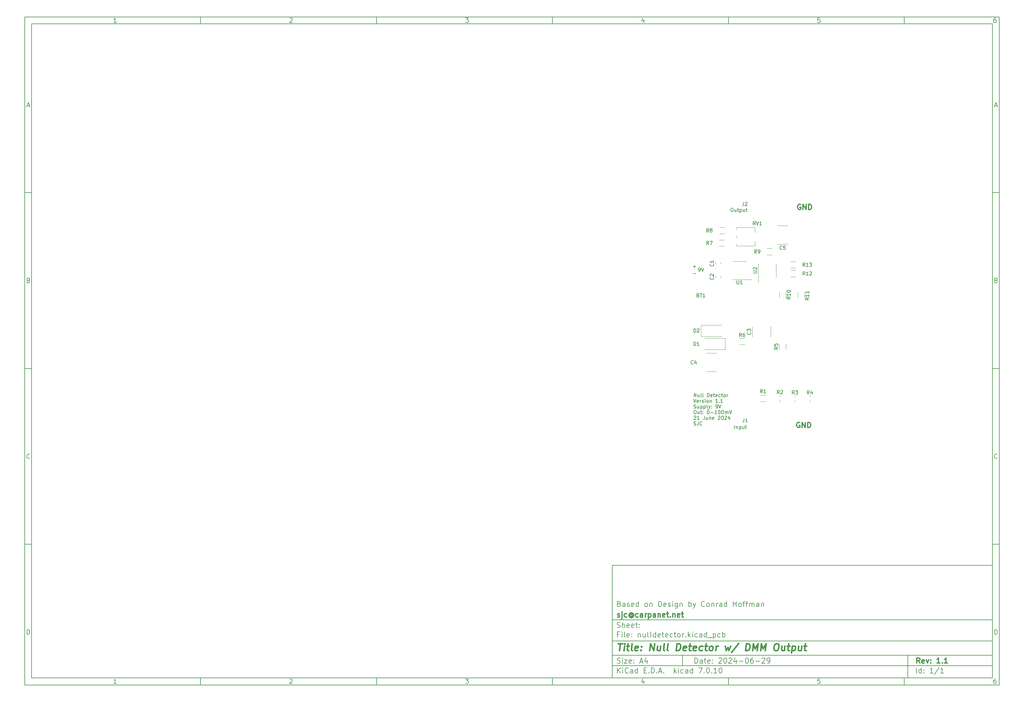
<source format=gbr>
%TF.GenerationSoftware,KiCad,Pcbnew,7.0.10*%
%TF.CreationDate,2024-07-02T22:36:04-04:00*%
%TF.ProjectId,nulldetector,6e756c6c-6465-4746-9563-746f722e6b69,1.1*%
%TF.SameCoordinates,Original*%
%TF.FileFunction,Legend,Top*%
%TF.FilePolarity,Positive*%
%FSLAX46Y46*%
G04 Gerber Fmt 4.6, Leading zero omitted, Abs format (unit mm)*
G04 Created by KiCad (PCBNEW 7.0.10) date 2024-07-02 22:36:04*
%MOMM*%
%LPD*%
G01*
G04 APERTURE LIST*
%ADD10C,0.100000*%
%ADD11C,0.150000*%
%ADD12C,0.300000*%
%ADD13C,0.400000*%
%ADD14C,0.120000*%
G04 APERTURE END LIST*
D10*
D11*
X177002200Y-166007200D02*
X285002200Y-166007200D01*
X285002200Y-198007200D01*
X177002200Y-198007200D01*
X177002200Y-166007200D01*
D10*
D11*
X10000000Y-10000000D02*
X287002200Y-10000000D01*
X287002200Y-200007200D01*
X10000000Y-200007200D01*
X10000000Y-10000000D01*
D10*
D11*
X12000000Y-12000000D02*
X285002200Y-12000000D01*
X285002200Y-198007200D01*
X12000000Y-198007200D01*
X12000000Y-12000000D01*
D10*
D11*
X60000000Y-12000000D02*
X60000000Y-10000000D01*
D10*
D11*
X110000000Y-12000000D02*
X110000000Y-10000000D01*
D10*
D11*
X160000000Y-12000000D02*
X160000000Y-10000000D01*
D10*
D11*
X210000000Y-12000000D02*
X210000000Y-10000000D01*
D10*
D11*
X260000000Y-12000000D02*
X260000000Y-10000000D01*
D10*
D11*
X36089160Y-11593604D02*
X35346303Y-11593604D01*
X35717731Y-11593604D02*
X35717731Y-10293604D01*
X35717731Y-10293604D02*
X35593922Y-10479319D01*
X35593922Y-10479319D02*
X35470112Y-10603128D01*
X35470112Y-10603128D02*
X35346303Y-10665033D01*
D10*
D11*
X85346303Y-10417414D02*
X85408207Y-10355509D01*
X85408207Y-10355509D02*
X85532017Y-10293604D01*
X85532017Y-10293604D02*
X85841541Y-10293604D01*
X85841541Y-10293604D02*
X85965350Y-10355509D01*
X85965350Y-10355509D02*
X86027255Y-10417414D01*
X86027255Y-10417414D02*
X86089160Y-10541223D01*
X86089160Y-10541223D02*
X86089160Y-10665033D01*
X86089160Y-10665033D02*
X86027255Y-10850747D01*
X86027255Y-10850747D02*
X85284398Y-11593604D01*
X85284398Y-11593604D02*
X86089160Y-11593604D01*
D10*
D11*
X135284398Y-10293604D02*
X136089160Y-10293604D01*
X136089160Y-10293604D02*
X135655826Y-10788842D01*
X135655826Y-10788842D02*
X135841541Y-10788842D01*
X135841541Y-10788842D02*
X135965350Y-10850747D01*
X135965350Y-10850747D02*
X136027255Y-10912652D01*
X136027255Y-10912652D02*
X136089160Y-11036461D01*
X136089160Y-11036461D02*
X136089160Y-11345985D01*
X136089160Y-11345985D02*
X136027255Y-11469795D01*
X136027255Y-11469795D02*
X135965350Y-11531700D01*
X135965350Y-11531700D02*
X135841541Y-11593604D01*
X135841541Y-11593604D02*
X135470112Y-11593604D01*
X135470112Y-11593604D02*
X135346303Y-11531700D01*
X135346303Y-11531700D02*
X135284398Y-11469795D01*
D10*
D11*
X185965350Y-10726938D02*
X185965350Y-11593604D01*
X185655826Y-10231700D02*
X185346303Y-11160271D01*
X185346303Y-11160271D02*
X186151064Y-11160271D01*
D10*
D11*
X236027255Y-10293604D02*
X235408207Y-10293604D01*
X235408207Y-10293604D02*
X235346303Y-10912652D01*
X235346303Y-10912652D02*
X235408207Y-10850747D01*
X235408207Y-10850747D02*
X235532017Y-10788842D01*
X235532017Y-10788842D02*
X235841541Y-10788842D01*
X235841541Y-10788842D02*
X235965350Y-10850747D01*
X235965350Y-10850747D02*
X236027255Y-10912652D01*
X236027255Y-10912652D02*
X236089160Y-11036461D01*
X236089160Y-11036461D02*
X236089160Y-11345985D01*
X236089160Y-11345985D02*
X236027255Y-11469795D01*
X236027255Y-11469795D02*
X235965350Y-11531700D01*
X235965350Y-11531700D02*
X235841541Y-11593604D01*
X235841541Y-11593604D02*
X235532017Y-11593604D01*
X235532017Y-11593604D02*
X235408207Y-11531700D01*
X235408207Y-11531700D02*
X235346303Y-11469795D01*
D10*
D11*
X285965350Y-10293604D02*
X285717731Y-10293604D01*
X285717731Y-10293604D02*
X285593922Y-10355509D01*
X285593922Y-10355509D02*
X285532017Y-10417414D01*
X285532017Y-10417414D02*
X285408207Y-10603128D01*
X285408207Y-10603128D02*
X285346303Y-10850747D01*
X285346303Y-10850747D02*
X285346303Y-11345985D01*
X285346303Y-11345985D02*
X285408207Y-11469795D01*
X285408207Y-11469795D02*
X285470112Y-11531700D01*
X285470112Y-11531700D02*
X285593922Y-11593604D01*
X285593922Y-11593604D02*
X285841541Y-11593604D01*
X285841541Y-11593604D02*
X285965350Y-11531700D01*
X285965350Y-11531700D02*
X286027255Y-11469795D01*
X286027255Y-11469795D02*
X286089160Y-11345985D01*
X286089160Y-11345985D02*
X286089160Y-11036461D01*
X286089160Y-11036461D02*
X286027255Y-10912652D01*
X286027255Y-10912652D02*
X285965350Y-10850747D01*
X285965350Y-10850747D02*
X285841541Y-10788842D01*
X285841541Y-10788842D02*
X285593922Y-10788842D01*
X285593922Y-10788842D02*
X285470112Y-10850747D01*
X285470112Y-10850747D02*
X285408207Y-10912652D01*
X285408207Y-10912652D02*
X285346303Y-11036461D01*
D10*
D11*
X60000000Y-198007200D02*
X60000000Y-200007200D01*
D10*
D11*
X110000000Y-198007200D02*
X110000000Y-200007200D01*
D10*
D11*
X160000000Y-198007200D02*
X160000000Y-200007200D01*
D10*
D11*
X210000000Y-198007200D02*
X210000000Y-200007200D01*
D10*
D11*
X260000000Y-198007200D02*
X260000000Y-200007200D01*
D10*
D11*
X36089160Y-199600804D02*
X35346303Y-199600804D01*
X35717731Y-199600804D02*
X35717731Y-198300804D01*
X35717731Y-198300804D02*
X35593922Y-198486519D01*
X35593922Y-198486519D02*
X35470112Y-198610328D01*
X35470112Y-198610328D02*
X35346303Y-198672233D01*
D10*
D11*
X85346303Y-198424614D02*
X85408207Y-198362709D01*
X85408207Y-198362709D02*
X85532017Y-198300804D01*
X85532017Y-198300804D02*
X85841541Y-198300804D01*
X85841541Y-198300804D02*
X85965350Y-198362709D01*
X85965350Y-198362709D02*
X86027255Y-198424614D01*
X86027255Y-198424614D02*
X86089160Y-198548423D01*
X86089160Y-198548423D02*
X86089160Y-198672233D01*
X86089160Y-198672233D02*
X86027255Y-198857947D01*
X86027255Y-198857947D02*
X85284398Y-199600804D01*
X85284398Y-199600804D02*
X86089160Y-199600804D01*
D10*
D11*
X135284398Y-198300804D02*
X136089160Y-198300804D01*
X136089160Y-198300804D02*
X135655826Y-198796042D01*
X135655826Y-198796042D02*
X135841541Y-198796042D01*
X135841541Y-198796042D02*
X135965350Y-198857947D01*
X135965350Y-198857947D02*
X136027255Y-198919852D01*
X136027255Y-198919852D02*
X136089160Y-199043661D01*
X136089160Y-199043661D02*
X136089160Y-199353185D01*
X136089160Y-199353185D02*
X136027255Y-199476995D01*
X136027255Y-199476995D02*
X135965350Y-199538900D01*
X135965350Y-199538900D02*
X135841541Y-199600804D01*
X135841541Y-199600804D02*
X135470112Y-199600804D01*
X135470112Y-199600804D02*
X135346303Y-199538900D01*
X135346303Y-199538900D02*
X135284398Y-199476995D01*
D10*
D11*
X185965350Y-198734138D02*
X185965350Y-199600804D01*
X185655826Y-198238900D02*
X185346303Y-199167471D01*
X185346303Y-199167471D02*
X186151064Y-199167471D01*
D10*
D11*
X236027255Y-198300804D02*
X235408207Y-198300804D01*
X235408207Y-198300804D02*
X235346303Y-198919852D01*
X235346303Y-198919852D02*
X235408207Y-198857947D01*
X235408207Y-198857947D02*
X235532017Y-198796042D01*
X235532017Y-198796042D02*
X235841541Y-198796042D01*
X235841541Y-198796042D02*
X235965350Y-198857947D01*
X235965350Y-198857947D02*
X236027255Y-198919852D01*
X236027255Y-198919852D02*
X236089160Y-199043661D01*
X236089160Y-199043661D02*
X236089160Y-199353185D01*
X236089160Y-199353185D02*
X236027255Y-199476995D01*
X236027255Y-199476995D02*
X235965350Y-199538900D01*
X235965350Y-199538900D02*
X235841541Y-199600804D01*
X235841541Y-199600804D02*
X235532017Y-199600804D01*
X235532017Y-199600804D02*
X235408207Y-199538900D01*
X235408207Y-199538900D02*
X235346303Y-199476995D01*
D10*
D11*
X285965350Y-198300804D02*
X285717731Y-198300804D01*
X285717731Y-198300804D02*
X285593922Y-198362709D01*
X285593922Y-198362709D02*
X285532017Y-198424614D01*
X285532017Y-198424614D02*
X285408207Y-198610328D01*
X285408207Y-198610328D02*
X285346303Y-198857947D01*
X285346303Y-198857947D02*
X285346303Y-199353185D01*
X285346303Y-199353185D02*
X285408207Y-199476995D01*
X285408207Y-199476995D02*
X285470112Y-199538900D01*
X285470112Y-199538900D02*
X285593922Y-199600804D01*
X285593922Y-199600804D02*
X285841541Y-199600804D01*
X285841541Y-199600804D02*
X285965350Y-199538900D01*
X285965350Y-199538900D02*
X286027255Y-199476995D01*
X286027255Y-199476995D02*
X286089160Y-199353185D01*
X286089160Y-199353185D02*
X286089160Y-199043661D01*
X286089160Y-199043661D02*
X286027255Y-198919852D01*
X286027255Y-198919852D02*
X285965350Y-198857947D01*
X285965350Y-198857947D02*
X285841541Y-198796042D01*
X285841541Y-198796042D02*
X285593922Y-198796042D01*
X285593922Y-198796042D02*
X285470112Y-198857947D01*
X285470112Y-198857947D02*
X285408207Y-198919852D01*
X285408207Y-198919852D02*
X285346303Y-199043661D01*
D10*
D11*
X10000000Y-60000000D02*
X12000000Y-60000000D01*
D10*
D11*
X10000000Y-110000000D02*
X12000000Y-110000000D01*
D10*
D11*
X10000000Y-160000000D02*
X12000000Y-160000000D01*
D10*
D11*
X10690476Y-35222176D02*
X11309523Y-35222176D01*
X10566666Y-35593604D02*
X10999999Y-34293604D01*
X10999999Y-34293604D02*
X11433333Y-35593604D01*
D10*
D11*
X11092857Y-84912652D02*
X11278571Y-84974557D01*
X11278571Y-84974557D02*
X11340476Y-85036461D01*
X11340476Y-85036461D02*
X11402380Y-85160271D01*
X11402380Y-85160271D02*
X11402380Y-85345985D01*
X11402380Y-85345985D02*
X11340476Y-85469795D01*
X11340476Y-85469795D02*
X11278571Y-85531700D01*
X11278571Y-85531700D02*
X11154761Y-85593604D01*
X11154761Y-85593604D02*
X10659523Y-85593604D01*
X10659523Y-85593604D02*
X10659523Y-84293604D01*
X10659523Y-84293604D02*
X11092857Y-84293604D01*
X11092857Y-84293604D02*
X11216666Y-84355509D01*
X11216666Y-84355509D02*
X11278571Y-84417414D01*
X11278571Y-84417414D02*
X11340476Y-84541223D01*
X11340476Y-84541223D02*
X11340476Y-84665033D01*
X11340476Y-84665033D02*
X11278571Y-84788842D01*
X11278571Y-84788842D02*
X11216666Y-84850747D01*
X11216666Y-84850747D02*
X11092857Y-84912652D01*
X11092857Y-84912652D02*
X10659523Y-84912652D01*
D10*
D11*
X11402380Y-135469795D02*
X11340476Y-135531700D01*
X11340476Y-135531700D02*
X11154761Y-135593604D01*
X11154761Y-135593604D02*
X11030952Y-135593604D01*
X11030952Y-135593604D02*
X10845238Y-135531700D01*
X10845238Y-135531700D02*
X10721428Y-135407890D01*
X10721428Y-135407890D02*
X10659523Y-135284080D01*
X10659523Y-135284080D02*
X10597619Y-135036461D01*
X10597619Y-135036461D02*
X10597619Y-134850747D01*
X10597619Y-134850747D02*
X10659523Y-134603128D01*
X10659523Y-134603128D02*
X10721428Y-134479319D01*
X10721428Y-134479319D02*
X10845238Y-134355509D01*
X10845238Y-134355509D02*
X11030952Y-134293604D01*
X11030952Y-134293604D02*
X11154761Y-134293604D01*
X11154761Y-134293604D02*
X11340476Y-134355509D01*
X11340476Y-134355509D02*
X11402380Y-134417414D01*
D10*
D11*
X10659523Y-185593604D02*
X10659523Y-184293604D01*
X10659523Y-184293604D02*
X10969047Y-184293604D01*
X10969047Y-184293604D02*
X11154761Y-184355509D01*
X11154761Y-184355509D02*
X11278571Y-184479319D01*
X11278571Y-184479319D02*
X11340476Y-184603128D01*
X11340476Y-184603128D02*
X11402380Y-184850747D01*
X11402380Y-184850747D02*
X11402380Y-185036461D01*
X11402380Y-185036461D02*
X11340476Y-185284080D01*
X11340476Y-185284080D02*
X11278571Y-185407890D01*
X11278571Y-185407890D02*
X11154761Y-185531700D01*
X11154761Y-185531700D02*
X10969047Y-185593604D01*
X10969047Y-185593604D02*
X10659523Y-185593604D01*
D10*
D11*
X287002200Y-60000000D02*
X285002200Y-60000000D01*
D10*
D11*
X287002200Y-110000000D02*
X285002200Y-110000000D01*
D10*
D11*
X287002200Y-160000000D02*
X285002200Y-160000000D01*
D10*
D11*
X285692676Y-35222176D02*
X286311723Y-35222176D01*
X285568866Y-35593604D02*
X286002199Y-34293604D01*
X286002199Y-34293604D02*
X286435533Y-35593604D01*
D10*
D11*
X286095057Y-84912652D02*
X286280771Y-84974557D01*
X286280771Y-84974557D02*
X286342676Y-85036461D01*
X286342676Y-85036461D02*
X286404580Y-85160271D01*
X286404580Y-85160271D02*
X286404580Y-85345985D01*
X286404580Y-85345985D02*
X286342676Y-85469795D01*
X286342676Y-85469795D02*
X286280771Y-85531700D01*
X286280771Y-85531700D02*
X286156961Y-85593604D01*
X286156961Y-85593604D02*
X285661723Y-85593604D01*
X285661723Y-85593604D02*
X285661723Y-84293604D01*
X285661723Y-84293604D02*
X286095057Y-84293604D01*
X286095057Y-84293604D02*
X286218866Y-84355509D01*
X286218866Y-84355509D02*
X286280771Y-84417414D01*
X286280771Y-84417414D02*
X286342676Y-84541223D01*
X286342676Y-84541223D02*
X286342676Y-84665033D01*
X286342676Y-84665033D02*
X286280771Y-84788842D01*
X286280771Y-84788842D02*
X286218866Y-84850747D01*
X286218866Y-84850747D02*
X286095057Y-84912652D01*
X286095057Y-84912652D02*
X285661723Y-84912652D01*
D10*
D11*
X286404580Y-135469795D02*
X286342676Y-135531700D01*
X286342676Y-135531700D02*
X286156961Y-135593604D01*
X286156961Y-135593604D02*
X286033152Y-135593604D01*
X286033152Y-135593604D02*
X285847438Y-135531700D01*
X285847438Y-135531700D02*
X285723628Y-135407890D01*
X285723628Y-135407890D02*
X285661723Y-135284080D01*
X285661723Y-135284080D02*
X285599819Y-135036461D01*
X285599819Y-135036461D02*
X285599819Y-134850747D01*
X285599819Y-134850747D02*
X285661723Y-134603128D01*
X285661723Y-134603128D02*
X285723628Y-134479319D01*
X285723628Y-134479319D02*
X285847438Y-134355509D01*
X285847438Y-134355509D02*
X286033152Y-134293604D01*
X286033152Y-134293604D02*
X286156961Y-134293604D01*
X286156961Y-134293604D02*
X286342676Y-134355509D01*
X286342676Y-134355509D02*
X286404580Y-134417414D01*
D10*
D11*
X285661723Y-185593604D02*
X285661723Y-184293604D01*
X285661723Y-184293604D02*
X285971247Y-184293604D01*
X285971247Y-184293604D02*
X286156961Y-184355509D01*
X286156961Y-184355509D02*
X286280771Y-184479319D01*
X286280771Y-184479319D02*
X286342676Y-184603128D01*
X286342676Y-184603128D02*
X286404580Y-184850747D01*
X286404580Y-184850747D02*
X286404580Y-185036461D01*
X286404580Y-185036461D02*
X286342676Y-185284080D01*
X286342676Y-185284080D02*
X286280771Y-185407890D01*
X286280771Y-185407890D02*
X286156961Y-185531700D01*
X286156961Y-185531700D02*
X285971247Y-185593604D01*
X285971247Y-185593604D02*
X285661723Y-185593604D01*
D10*
D11*
X200458026Y-193793328D02*
X200458026Y-192293328D01*
X200458026Y-192293328D02*
X200815169Y-192293328D01*
X200815169Y-192293328D02*
X201029455Y-192364757D01*
X201029455Y-192364757D02*
X201172312Y-192507614D01*
X201172312Y-192507614D02*
X201243741Y-192650471D01*
X201243741Y-192650471D02*
X201315169Y-192936185D01*
X201315169Y-192936185D02*
X201315169Y-193150471D01*
X201315169Y-193150471D02*
X201243741Y-193436185D01*
X201243741Y-193436185D02*
X201172312Y-193579042D01*
X201172312Y-193579042D02*
X201029455Y-193721900D01*
X201029455Y-193721900D02*
X200815169Y-193793328D01*
X200815169Y-193793328D02*
X200458026Y-193793328D01*
X202600884Y-193793328D02*
X202600884Y-193007614D01*
X202600884Y-193007614D02*
X202529455Y-192864757D01*
X202529455Y-192864757D02*
X202386598Y-192793328D01*
X202386598Y-192793328D02*
X202100884Y-192793328D01*
X202100884Y-192793328D02*
X201958026Y-192864757D01*
X202600884Y-193721900D02*
X202458026Y-193793328D01*
X202458026Y-193793328D02*
X202100884Y-193793328D01*
X202100884Y-193793328D02*
X201958026Y-193721900D01*
X201958026Y-193721900D02*
X201886598Y-193579042D01*
X201886598Y-193579042D02*
X201886598Y-193436185D01*
X201886598Y-193436185D02*
X201958026Y-193293328D01*
X201958026Y-193293328D02*
X202100884Y-193221900D01*
X202100884Y-193221900D02*
X202458026Y-193221900D01*
X202458026Y-193221900D02*
X202600884Y-193150471D01*
X203100884Y-192793328D02*
X203672312Y-192793328D01*
X203315169Y-192293328D02*
X203315169Y-193579042D01*
X203315169Y-193579042D02*
X203386598Y-193721900D01*
X203386598Y-193721900D02*
X203529455Y-193793328D01*
X203529455Y-193793328D02*
X203672312Y-193793328D01*
X204743741Y-193721900D02*
X204600884Y-193793328D01*
X204600884Y-193793328D02*
X204315170Y-193793328D01*
X204315170Y-193793328D02*
X204172312Y-193721900D01*
X204172312Y-193721900D02*
X204100884Y-193579042D01*
X204100884Y-193579042D02*
X204100884Y-193007614D01*
X204100884Y-193007614D02*
X204172312Y-192864757D01*
X204172312Y-192864757D02*
X204315170Y-192793328D01*
X204315170Y-192793328D02*
X204600884Y-192793328D01*
X204600884Y-192793328D02*
X204743741Y-192864757D01*
X204743741Y-192864757D02*
X204815170Y-193007614D01*
X204815170Y-193007614D02*
X204815170Y-193150471D01*
X204815170Y-193150471D02*
X204100884Y-193293328D01*
X205458026Y-193650471D02*
X205529455Y-193721900D01*
X205529455Y-193721900D02*
X205458026Y-193793328D01*
X205458026Y-193793328D02*
X205386598Y-193721900D01*
X205386598Y-193721900D02*
X205458026Y-193650471D01*
X205458026Y-193650471D02*
X205458026Y-193793328D01*
X205458026Y-192864757D02*
X205529455Y-192936185D01*
X205529455Y-192936185D02*
X205458026Y-193007614D01*
X205458026Y-193007614D02*
X205386598Y-192936185D01*
X205386598Y-192936185D02*
X205458026Y-192864757D01*
X205458026Y-192864757D02*
X205458026Y-193007614D01*
X207243741Y-192436185D02*
X207315169Y-192364757D01*
X207315169Y-192364757D02*
X207458027Y-192293328D01*
X207458027Y-192293328D02*
X207815169Y-192293328D01*
X207815169Y-192293328D02*
X207958027Y-192364757D01*
X207958027Y-192364757D02*
X208029455Y-192436185D01*
X208029455Y-192436185D02*
X208100884Y-192579042D01*
X208100884Y-192579042D02*
X208100884Y-192721900D01*
X208100884Y-192721900D02*
X208029455Y-192936185D01*
X208029455Y-192936185D02*
X207172312Y-193793328D01*
X207172312Y-193793328D02*
X208100884Y-193793328D01*
X209029455Y-192293328D02*
X209172312Y-192293328D01*
X209172312Y-192293328D02*
X209315169Y-192364757D01*
X209315169Y-192364757D02*
X209386598Y-192436185D01*
X209386598Y-192436185D02*
X209458026Y-192579042D01*
X209458026Y-192579042D02*
X209529455Y-192864757D01*
X209529455Y-192864757D02*
X209529455Y-193221900D01*
X209529455Y-193221900D02*
X209458026Y-193507614D01*
X209458026Y-193507614D02*
X209386598Y-193650471D01*
X209386598Y-193650471D02*
X209315169Y-193721900D01*
X209315169Y-193721900D02*
X209172312Y-193793328D01*
X209172312Y-193793328D02*
X209029455Y-193793328D01*
X209029455Y-193793328D02*
X208886598Y-193721900D01*
X208886598Y-193721900D02*
X208815169Y-193650471D01*
X208815169Y-193650471D02*
X208743740Y-193507614D01*
X208743740Y-193507614D02*
X208672312Y-193221900D01*
X208672312Y-193221900D02*
X208672312Y-192864757D01*
X208672312Y-192864757D02*
X208743740Y-192579042D01*
X208743740Y-192579042D02*
X208815169Y-192436185D01*
X208815169Y-192436185D02*
X208886598Y-192364757D01*
X208886598Y-192364757D02*
X209029455Y-192293328D01*
X210100883Y-192436185D02*
X210172311Y-192364757D01*
X210172311Y-192364757D02*
X210315169Y-192293328D01*
X210315169Y-192293328D02*
X210672311Y-192293328D01*
X210672311Y-192293328D02*
X210815169Y-192364757D01*
X210815169Y-192364757D02*
X210886597Y-192436185D01*
X210886597Y-192436185D02*
X210958026Y-192579042D01*
X210958026Y-192579042D02*
X210958026Y-192721900D01*
X210958026Y-192721900D02*
X210886597Y-192936185D01*
X210886597Y-192936185D02*
X210029454Y-193793328D01*
X210029454Y-193793328D02*
X210958026Y-193793328D01*
X212243740Y-192793328D02*
X212243740Y-193793328D01*
X211886597Y-192221900D02*
X211529454Y-193293328D01*
X211529454Y-193293328D02*
X212458025Y-193293328D01*
X213029453Y-193221900D02*
X214172311Y-193221900D01*
X215172311Y-192293328D02*
X215315168Y-192293328D01*
X215315168Y-192293328D02*
X215458025Y-192364757D01*
X215458025Y-192364757D02*
X215529454Y-192436185D01*
X215529454Y-192436185D02*
X215600882Y-192579042D01*
X215600882Y-192579042D02*
X215672311Y-192864757D01*
X215672311Y-192864757D02*
X215672311Y-193221900D01*
X215672311Y-193221900D02*
X215600882Y-193507614D01*
X215600882Y-193507614D02*
X215529454Y-193650471D01*
X215529454Y-193650471D02*
X215458025Y-193721900D01*
X215458025Y-193721900D02*
X215315168Y-193793328D01*
X215315168Y-193793328D02*
X215172311Y-193793328D01*
X215172311Y-193793328D02*
X215029454Y-193721900D01*
X215029454Y-193721900D02*
X214958025Y-193650471D01*
X214958025Y-193650471D02*
X214886596Y-193507614D01*
X214886596Y-193507614D02*
X214815168Y-193221900D01*
X214815168Y-193221900D02*
X214815168Y-192864757D01*
X214815168Y-192864757D02*
X214886596Y-192579042D01*
X214886596Y-192579042D02*
X214958025Y-192436185D01*
X214958025Y-192436185D02*
X215029454Y-192364757D01*
X215029454Y-192364757D02*
X215172311Y-192293328D01*
X216958025Y-192293328D02*
X216672310Y-192293328D01*
X216672310Y-192293328D02*
X216529453Y-192364757D01*
X216529453Y-192364757D02*
X216458025Y-192436185D01*
X216458025Y-192436185D02*
X216315167Y-192650471D01*
X216315167Y-192650471D02*
X216243739Y-192936185D01*
X216243739Y-192936185D02*
X216243739Y-193507614D01*
X216243739Y-193507614D02*
X216315167Y-193650471D01*
X216315167Y-193650471D02*
X216386596Y-193721900D01*
X216386596Y-193721900D02*
X216529453Y-193793328D01*
X216529453Y-193793328D02*
X216815167Y-193793328D01*
X216815167Y-193793328D02*
X216958025Y-193721900D01*
X216958025Y-193721900D02*
X217029453Y-193650471D01*
X217029453Y-193650471D02*
X217100882Y-193507614D01*
X217100882Y-193507614D02*
X217100882Y-193150471D01*
X217100882Y-193150471D02*
X217029453Y-193007614D01*
X217029453Y-193007614D02*
X216958025Y-192936185D01*
X216958025Y-192936185D02*
X216815167Y-192864757D01*
X216815167Y-192864757D02*
X216529453Y-192864757D01*
X216529453Y-192864757D02*
X216386596Y-192936185D01*
X216386596Y-192936185D02*
X216315167Y-193007614D01*
X216315167Y-193007614D02*
X216243739Y-193150471D01*
X217743738Y-193221900D02*
X218886596Y-193221900D01*
X219529453Y-192436185D02*
X219600881Y-192364757D01*
X219600881Y-192364757D02*
X219743739Y-192293328D01*
X219743739Y-192293328D02*
X220100881Y-192293328D01*
X220100881Y-192293328D02*
X220243739Y-192364757D01*
X220243739Y-192364757D02*
X220315167Y-192436185D01*
X220315167Y-192436185D02*
X220386596Y-192579042D01*
X220386596Y-192579042D02*
X220386596Y-192721900D01*
X220386596Y-192721900D02*
X220315167Y-192936185D01*
X220315167Y-192936185D02*
X219458024Y-193793328D01*
X219458024Y-193793328D02*
X220386596Y-193793328D01*
X221100881Y-193793328D02*
X221386595Y-193793328D01*
X221386595Y-193793328D02*
X221529452Y-193721900D01*
X221529452Y-193721900D02*
X221600881Y-193650471D01*
X221600881Y-193650471D02*
X221743738Y-193436185D01*
X221743738Y-193436185D02*
X221815167Y-193150471D01*
X221815167Y-193150471D02*
X221815167Y-192579042D01*
X221815167Y-192579042D02*
X221743738Y-192436185D01*
X221743738Y-192436185D02*
X221672310Y-192364757D01*
X221672310Y-192364757D02*
X221529452Y-192293328D01*
X221529452Y-192293328D02*
X221243738Y-192293328D01*
X221243738Y-192293328D02*
X221100881Y-192364757D01*
X221100881Y-192364757D02*
X221029452Y-192436185D01*
X221029452Y-192436185D02*
X220958024Y-192579042D01*
X220958024Y-192579042D02*
X220958024Y-192936185D01*
X220958024Y-192936185D02*
X221029452Y-193079042D01*
X221029452Y-193079042D02*
X221100881Y-193150471D01*
X221100881Y-193150471D02*
X221243738Y-193221900D01*
X221243738Y-193221900D02*
X221529452Y-193221900D01*
X221529452Y-193221900D02*
X221672310Y-193150471D01*
X221672310Y-193150471D02*
X221743738Y-193079042D01*
X221743738Y-193079042D02*
X221815167Y-192936185D01*
D10*
D11*
X177002200Y-194507200D02*
X285002200Y-194507200D01*
D10*
D11*
X178458026Y-196593328D02*
X178458026Y-195093328D01*
X179315169Y-196593328D02*
X178672312Y-195736185D01*
X179315169Y-195093328D02*
X178458026Y-195950471D01*
X179958026Y-196593328D02*
X179958026Y-195593328D01*
X179958026Y-195093328D02*
X179886598Y-195164757D01*
X179886598Y-195164757D02*
X179958026Y-195236185D01*
X179958026Y-195236185D02*
X180029455Y-195164757D01*
X180029455Y-195164757D02*
X179958026Y-195093328D01*
X179958026Y-195093328D02*
X179958026Y-195236185D01*
X181529455Y-196450471D02*
X181458027Y-196521900D01*
X181458027Y-196521900D02*
X181243741Y-196593328D01*
X181243741Y-196593328D02*
X181100884Y-196593328D01*
X181100884Y-196593328D02*
X180886598Y-196521900D01*
X180886598Y-196521900D02*
X180743741Y-196379042D01*
X180743741Y-196379042D02*
X180672312Y-196236185D01*
X180672312Y-196236185D02*
X180600884Y-195950471D01*
X180600884Y-195950471D02*
X180600884Y-195736185D01*
X180600884Y-195736185D02*
X180672312Y-195450471D01*
X180672312Y-195450471D02*
X180743741Y-195307614D01*
X180743741Y-195307614D02*
X180886598Y-195164757D01*
X180886598Y-195164757D02*
X181100884Y-195093328D01*
X181100884Y-195093328D02*
X181243741Y-195093328D01*
X181243741Y-195093328D02*
X181458027Y-195164757D01*
X181458027Y-195164757D02*
X181529455Y-195236185D01*
X182815170Y-196593328D02*
X182815170Y-195807614D01*
X182815170Y-195807614D02*
X182743741Y-195664757D01*
X182743741Y-195664757D02*
X182600884Y-195593328D01*
X182600884Y-195593328D02*
X182315170Y-195593328D01*
X182315170Y-195593328D02*
X182172312Y-195664757D01*
X182815170Y-196521900D02*
X182672312Y-196593328D01*
X182672312Y-196593328D02*
X182315170Y-196593328D01*
X182315170Y-196593328D02*
X182172312Y-196521900D01*
X182172312Y-196521900D02*
X182100884Y-196379042D01*
X182100884Y-196379042D02*
X182100884Y-196236185D01*
X182100884Y-196236185D02*
X182172312Y-196093328D01*
X182172312Y-196093328D02*
X182315170Y-196021900D01*
X182315170Y-196021900D02*
X182672312Y-196021900D01*
X182672312Y-196021900D02*
X182815170Y-195950471D01*
X184172313Y-196593328D02*
X184172313Y-195093328D01*
X184172313Y-196521900D02*
X184029455Y-196593328D01*
X184029455Y-196593328D02*
X183743741Y-196593328D01*
X183743741Y-196593328D02*
X183600884Y-196521900D01*
X183600884Y-196521900D02*
X183529455Y-196450471D01*
X183529455Y-196450471D02*
X183458027Y-196307614D01*
X183458027Y-196307614D02*
X183458027Y-195879042D01*
X183458027Y-195879042D02*
X183529455Y-195736185D01*
X183529455Y-195736185D02*
X183600884Y-195664757D01*
X183600884Y-195664757D02*
X183743741Y-195593328D01*
X183743741Y-195593328D02*
X184029455Y-195593328D01*
X184029455Y-195593328D02*
X184172313Y-195664757D01*
X186029455Y-195807614D02*
X186529455Y-195807614D01*
X186743741Y-196593328D02*
X186029455Y-196593328D01*
X186029455Y-196593328D02*
X186029455Y-195093328D01*
X186029455Y-195093328D02*
X186743741Y-195093328D01*
X187386598Y-196450471D02*
X187458027Y-196521900D01*
X187458027Y-196521900D02*
X187386598Y-196593328D01*
X187386598Y-196593328D02*
X187315170Y-196521900D01*
X187315170Y-196521900D02*
X187386598Y-196450471D01*
X187386598Y-196450471D02*
X187386598Y-196593328D01*
X188100884Y-196593328D02*
X188100884Y-195093328D01*
X188100884Y-195093328D02*
X188458027Y-195093328D01*
X188458027Y-195093328D02*
X188672313Y-195164757D01*
X188672313Y-195164757D02*
X188815170Y-195307614D01*
X188815170Y-195307614D02*
X188886599Y-195450471D01*
X188886599Y-195450471D02*
X188958027Y-195736185D01*
X188958027Y-195736185D02*
X188958027Y-195950471D01*
X188958027Y-195950471D02*
X188886599Y-196236185D01*
X188886599Y-196236185D02*
X188815170Y-196379042D01*
X188815170Y-196379042D02*
X188672313Y-196521900D01*
X188672313Y-196521900D02*
X188458027Y-196593328D01*
X188458027Y-196593328D02*
X188100884Y-196593328D01*
X189600884Y-196450471D02*
X189672313Y-196521900D01*
X189672313Y-196521900D02*
X189600884Y-196593328D01*
X189600884Y-196593328D02*
X189529456Y-196521900D01*
X189529456Y-196521900D02*
X189600884Y-196450471D01*
X189600884Y-196450471D02*
X189600884Y-196593328D01*
X190243742Y-196164757D02*
X190958028Y-196164757D01*
X190100885Y-196593328D02*
X190600885Y-195093328D01*
X190600885Y-195093328D02*
X191100885Y-196593328D01*
X191600884Y-196450471D02*
X191672313Y-196521900D01*
X191672313Y-196521900D02*
X191600884Y-196593328D01*
X191600884Y-196593328D02*
X191529456Y-196521900D01*
X191529456Y-196521900D02*
X191600884Y-196450471D01*
X191600884Y-196450471D02*
X191600884Y-196593328D01*
X194600884Y-196593328D02*
X194600884Y-195093328D01*
X194743742Y-196021900D02*
X195172313Y-196593328D01*
X195172313Y-195593328D02*
X194600884Y-196164757D01*
X195815170Y-196593328D02*
X195815170Y-195593328D01*
X195815170Y-195093328D02*
X195743742Y-195164757D01*
X195743742Y-195164757D02*
X195815170Y-195236185D01*
X195815170Y-195236185D02*
X195886599Y-195164757D01*
X195886599Y-195164757D02*
X195815170Y-195093328D01*
X195815170Y-195093328D02*
X195815170Y-195236185D01*
X197172314Y-196521900D02*
X197029456Y-196593328D01*
X197029456Y-196593328D02*
X196743742Y-196593328D01*
X196743742Y-196593328D02*
X196600885Y-196521900D01*
X196600885Y-196521900D02*
X196529456Y-196450471D01*
X196529456Y-196450471D02*
X196458028Y-196307614D01*
X196458028Y-196307614D02*
X196458028Y-195879042D01*
X196458028Y-195879042D02*
X196529456Y-195736185D01*
X196529456Y-195736185D02*
X196600885Y-195664757D01*
X196600885Y-195664757D02*
X196743742Y-195593328D01*
X196743742Y-195593328D02*
X197029456Y-195593328D01*
X197029456Y-195593328D02*
X197172314Y-195664757D01*
X198458028Y-196593328D02*
X198458028Y-195807614D01*
X198458028Y-195807614D02*
X198386599Y-195664757D01*
X198386599Y-195664757D02*
X198243742Y-195593328D01*
X198243742Y-195593328D02*
X197958028Y-195593328D01*
X197958028Y-195593328D02*
X197815170Y-195664757D01*
X198458028Y-196521900D02*
X198315170Y-196593328D01*
X198315170Y-196593328D02*
X197958028Y-196593328D01*
X197958028Y-196593328D02*
X197815170Y-196521900D01*
X197815170Y-196521900D02*
X197743742Y-196379042D01*
X197743742Y-196379042D02*
X197743742Y-196236185D01*
X197743742Y-196236185D02*
X197815170Y-196093328D01*
X197815170Y-196093328D02*
X197958028Y-196021900D01*
X197958028Y-196021900D02*
X198315170Y-196021900D01*
X198315170Y-196021900D02*
X198458028Y-195950471D01*
X199815171Y-196593328D02*
X199815171Y-195093328D01*
X199815171Y-196521900D02*
X199672313Y-196593328D01*
X199672313Y-196593328D02*
X199386599Y-196593328D01*
X199386599Y-196593328D02*
X199243742Y-196521900D01*
X199243742Y-196521900D02*
X199172313Y-196450471D01*
X199172313Y-196450471D02*
X199100885Y-196307614D01*
X199100885Y-196307614D02*
X199100885Y-195879042D01*
X199100885Y-195879042D02*
X199172313Y-195736185D01*
X199172313Y-195736185D02*
X199243742Y-195664757D01*
X199243742Y-195664757D02*
X199386599Y-195593328D01*
X199386599Y-195593328D02*
X199672313Y-195593328D01*
X199672313Y-195593328D02*
X199815171Y-195664757D01*
X201529456Y-195093328D02*
X202529456Y-195093328D01*
X202529456Y-195093328D02*
X201886599Y-196593328D01*
X203100884Y-196450471D02*
X203172313Y-196521900D01*
X203172313Y-196521900D02*
X203100884Y-196593328D01*
X203100884Y-196593328D02*
X203029456Y-196521900D01*
X203029456Y-196521900D02*
X203100884Y-196450471D01*
X203100884Y-196450471D02*
X203100884Y-196593328D01*
X204100885Y-195093328D02*
X204243742Y-195093328D01*
X204243742Y-195093328D02*
X204386599Y-195164757D01*
X204386599Y-195164757D02*
X204458028Y-195236185D01*
X204458028Y-195236185D02*
X204529456Y-195379042D01*
X204529456Y-195379042D02*
X204600885Y-195664757D01*
X204600885Y-195664757D02*
X204600885Y-196021900D01*
X204600885Y-196021900D02*
X204529456Y-196307614D01*
X204529456Y-196307614D02*
X204458028Y-196450471D01*
X204458028Y-196450471D02*
X204386599Y-196521900D01*
X204386599Y-196521900D02*
X204243742Y-196593328D01*
X204243742Y-196593328D02*
X204100885Y-196593328D01*
X204100885Y-196593328D02*
X203958028Y-196521900D01*
X203958028Y-196521900D02*
X203886599Y-196450471D01*
X203886599Y-196450471D02*
X203815170Y-196307614D01*
X203815170Y-196307614D02*
X203743742Y-196021900D01*
X203743742Y-196021900D02*
X203743742Y-195664757D01*
X203743742Y-195664757D02*
X203815170Y-195379042D01*
X203815170Y-195379042D02*
X203886599Y-195236185D01*
X203886599Y-195236185D02*
X203958028Y-195164757D01*
X203958028Y-195164757D02*
X204100885Y-195093328D01*
X205243741Y-196450471D02*
X205315170Y-196521900D01*
X205315170Y-196521900D02*
X205243741Y-196593328D01*
X205243741Y-196593328D02*
X205172313Y-196521900D01*
X205172313Y-196521900D02*
X205243741Y-196450471D01*
X205243741Y-196450471D02*
X205243741Y-196593328D01*
X206743742Y-196593328D02*
X205886599Y-196593328D01*
X206315170Y-196593328D02*
X206315170Y-195093328D01*
X206315170Y-195093328D02*
X206172313Y-195307614D01*
X206172313Y-195307614D02*
X206029456Y-195450471D01*
X206029456Y-195450471D02*
X205886599Y-195521900D01*
X207672313Y-195093328D02*
X207815170Y-195093328D01*
X207815170Y-195093328D02*
X207958027Y-195164757D01*
X207958027Y-195164757D02*
X208029456Y-195236185D01*
X208029456Y-195236185D02*
X208100884Y-195379042D01*
X208100884Y-195379042D02*
X208172313Y-195664757D01*
X208172313Y-195664757D02*
X208172313Y-196021900D01*
X208172313Y-196021900D02*
X208100884Y-196307614D01*
X208100884Y-196307614D02*
X208029456Y-196450471D01*
X208029456Y-196450471D02*
X207958027Y-196521900D01*
X207958027Y-196521900D02*
X207815170Y-196593328D01*
X207815170Y-196593328D02*
X207672313Y-196593328D01*
X207672313Y-196593328D02*
X207529456Y-196521900D01*
X207529456Y-196521900D02*
X207458027Y-196450471D01*
X207458027Y-196450471D02*
X207386598Y-196307614D01*
X207386598Y-196307614D02*
X207315170Y-196021900D01*
X207315170Y-196021900D02*
X207315170Y-195664757D01*
X207315170Y-195664757D02*
X207386598Y-195379042D01*
X207386598Y-195379042D02*
X207458027Y-195236185D01*
X207458027Y-195236185D02*
X207529456Y-195164757D01*
X207529456Y-195164757D02*
X207672313Y-195093328D01*
D10*
D11*
X177002200Y-191507200D02*
X285002200Y-191507200D01*
D10*
D12*
X264413853Y-193785528D02*
X263913853Y-193071242D01*
X263556710Y-193785528D02*
X263556710Y-192285528D01*
X263556710Y-192285528D02*
X264128139Y-192285528D01*
X264128139Y-192285528D02*
X264270996Y-192356957D01*
X264270996Y-192356957D02*
X264342425Y-192428385D01*
X264342425Y-192428385D02*
X264413853Y-192571242D01*
X264413853Y-192571242D02*
X264413853Y-192785528D01*
X264413853Y-192785528D02*
X264342425Y-192928385D01*
X264342425Y-192928385D02*
X264270996Y-192999814D01*
X264270996Y-192999814D02*
X264128139Y-193071242D01*
X264128139Y-193071242D02*
X263556710Y-193071242D01*
X265628139Y-193714100D02*
X265485282Y-193785528D01*
X265485282Y-193785528D02*
X265199568Y-193785528D01*
X265199568Y-193785528D02*
X265056710Y-193714100D01*
X265056710Y-193714100D02*
X264985282Y-193571242D01*
X264985282Y-193571242D02*
X264985282Y-192999814D01*
X264985282Y-192999814D02*
X265056710Y-192856957D01*
X265056710Y-192856957D02*
X265199568Y-192785528D01*
X265199568Y-192785528D02*
X265485282Y-192785528D01*
X265485282Y-192785528D02*
X265628139Y-192856957D01*
X265628139Y-192856957D02*
X265699568Y-192999814D01*
X265699568Y-192999814D02*
X265699568Y-193142671D01*
X265699568Y-193142671D02*
X264985282Y-193285528D01*
X266199567Y-192785528D02*
X266556710Y-193785528D01*
X266556710Y-193785528D02*
X266913853Y-192785528D01*
X267485281Y-193642671D02*
X267556710Y-193714100D01*
X267556710Y-193714100D02*
X267485281Y-193785528D01*
X267485281Y-193785528D02*
X267413853Y-193714100D01*
X267413853Y-193714100D02*
X267485281Y-193642671D01*
X267485281Y-193642671D02*
X267485281Y-193785528D01*
X267485281Y-192856957D02*
X267556710Y-192928385D01*
X267556710Y-192928385D02*
X267485281Y-192999814D01*
X267485281Y-192999814D02*
X267413853Y-192928385D01*
X267413853Y-192928385D02*
X267485281Y-192856957D01*
X267485281Y-192856957D02*
X267485281Y-192999814D01*
X270128139Y-193785528D02*
X269270996Y-193785528D01*
X269699567Y-193785528D02*
X269699567Y-192285528D01*
X269699567Y-192285528D02*
X269556710Y-192499814D01*
X269556710Y-192499814D02*
X269413853Y-192642671D01*
X269413853Y-192642671D02*
X269270996Y-192714100D01*
X270770995Y-193642671D02*
X270842424Y-193714100D01*
X270842424Y-193714100D02*
X270770995Y-193785528D01*
X270770995Y-193785528D02*
X270699567Y-193714100D01*
X270699567Y-193714100D02*
X270770995Y-193642671D01*
X270770995Y-193642671D02*
X270770995Y-193785528D01*
X272270996Y-193785528D02*
X271413853Y-193785528D01*
X271842424Y-193785528D02*
X271842424Y-192285528D01*
X271842424Y-192285528D02*
X271699567Y-192499814D01*
X271699567Y-192499814D02*
X271556710Y-192642671D01*
X271556710Y-192642671D02*
X271413853Y-192714100D01*
D10*
D11*
X178386598Y-193721900D02*
X178600884Y-193793328D01*
X178600884Y-193793328D02*
X178958026Y-193793328D01*
X178958026Y-193793328D02*
X179100884Y-193721900D01*
X179100884Y-193721900D02*
X179172312Y-193650471D01*
X179172312Y-193650471D02*
X179243741Y-193507614D01*
X179243741Y-193507614D02*
X179243741Y-193364757D01*
X179243741Y-193364757D02*
X179172312Y-193221900D01*
X179172312Y-193221900D02*
X179100884Y-193150471D01*
X179100884Y-193150471D02*
X178958026Y-193079042D01*
X178958026Y-193079042D02*
X178672312Y-193007614D01*
X178672312Y-193007614D02*
X178529455Y-192936185D01*
X178529455Y-192936185D02*
X178458026Y-192864757D01*
X178458026Y-192864757D02*
X178386598Y-192721900D01*
X178386598Y-192721900D02*
X178386598Y-192579042D01*
X178386598Y-192579042D02*
X178458026Y-192436185D01*
X178458026Y-192436185D02*
X178529455Y-192364757D01*
X178529455Y-192364757D02*
X178672312Y-192293328D01*
X178672312Y-192293328D02*
X179029455Y-192293328D01*
X179029455Y-192293328D02*
X179243741Y-192364757D01*
X179886597Y-193793328D02*
X179886597Y-192793328D01*
X179886597Y-192293328D02*
X179815169Y-192364757D01*
X179815169Y-192364757D02*
X179886597Y-192436185D01*
X179886597Y-192436185D02*
X179958026Y-192364757D01*
X179958026Y-192364757D02*
X179886597Y-192293328D01*
X179886597Y-192293328D02*
X179886597Y-192436185D01*
X180458026Y-192793328D02*
X181243741Y-192793328D01*
X181243741Y-192793328D02*
X180458026Y-193793328D01*
X180458026Y-193793328D02*
X181243741Y-193793328D01*
X182386598Y-193721900D02*
X182243741Y-193793328D01*
X182243741Y-193793328D02*
X181958027Y-193793328D01*
X181958027Y-193793328D02*
X181815169Y-193721900D01*
X181815169Y-193721900D02*
X181743741Y-193579042D01*
X181743741Y-193579042D02*
X181743741Y-193007614D01*
X181743741Y-193007614D02*
X181815169Y-192864757D01*
X181815169Y-192864757D02*
X181958027Y-192793328D01*
X181958027Y-192793328D02*
X182243741Y-192793328D01*
X182243741Y-192793328D02*
X182386598Y-192864757D01*
X182386598Y-192864757D02*
X182458027Y-193007614D01*
X182458027Y-193007614D02*
X182458027Y-193150471D01*
X182458027Y-193150471D02*
X181743741Y-193293328D01*
X183100883Y-193650471D02*
X183172312Y-193721900D01*
X183172312Y-193721900D02*
X183100883Y-193793328D01*
X183100883Y-193793328D02*
X183029455Y-193721900D01*
X183029455Y-193721900D02*
X183100883Y-193650471D01*
X183100883Y-193650471D02*
X183100883Y-193793328D01*
X183100883Y-192864757D02*
X183172312Y-192936185D01*
X183172312Y-192936185D02*
X183100883Y-193007614D01*
X183100883Y-193007614D02*
X183029455Y-192936185D01*
X183029455Y-192936185D02*
X183100883Y-192864757D01*
X183100883Y-192864757D02*
X183100883Y-193007614D01*
X184886598Y-193364757D02*
X185600884Y-193364757D01*
X184743741Y-193793328D02*
X185243741Y-192293328D01*
X185243741Y-192293328D02*
X185743741Y-193793328D01*
X186886598Y-192793328D02*
X186886598Y-193793328D01*
X186529455Y-192221900D02*
X186172312Y-193293328D01*
X186172312Y-193293328D02*
X187100883Y-193293328D01*
D10*
D11*
X263458026Y-196593328D02*
X263458026Y-195093328D01*
X264815170Y-196593328D02*
X264815170Y-195093328D01*
X264815170Y-196521900D02*
X264672312Y-196593328D01*
X264672312Y-196593328D02*
X264386598Y-196593328D01*
X264386598Y-196593328D02*
X264243741Y-196521900D01*
X264243741Y-196521900D02*
X264172312Y-196450471D01*
X264172312Y-196450471D02*
X264100884Y-196307614D01*
X264100884Y-196307614D02*
X264100884Y-195879042D01*
X264100884Y-195879042D02*
X264172312Y-195736185D01*
X264172312Y-195736185D02*
X264243741Y-195664757D01*
X264243741Y-195664757D02*
X264386598Y-195593328D01*
X264386598Y-195593328D02*
X264672312Y-195593328D01*
X264672312Y-195593328D02*
X264815170Y-195664757D01*
X265529455Y-196450471D02*
X265600884Y-196521900D01*
X265600884Y-196521900D02*
X265529455Y-196593328D01*
X265529455Y-196593328D02*
X265458027Y-196521900D01*
X265458027Y-196521900D02*
X265529455Y-196450471D01*
X265529455Y-196450471D02*
X265529455Y-196593328D01*
X265529455Y-195664757D02*
X265600884Y-195736185D01*
X265600884Y-195736185D02*
X265529455Y-195807614D01*
X265529455Y-195807614D02*
X265458027Y-195736185D01*
X265458027Y-195736185D02*
X265529455Y-195664757D01*
X265529455Y-195664757D02*
X265529455Y-195807614D01*
X268172313Y-196593328D02*
X267315170Y-196593328D01*
X267743741Y-196593328D02*
X267743741Y-195093328D01*
X267743741Y-195093328D02*
X267600884Y-195307614D01*
X267600884Y-195307614D02*
X267458027Y-195450471D01*
X267458027Y-195450471D02*
X267315170Y-195521900D01*
X269886598Y-195021900D02*
X268600884Y-196950471D01*
X271172313Y-196593328D02*
X270315170Y-196593328D01*
X270743741Y-196593328D02*
X270743741Y-195093328D01*
X270743741Y-195093328D02*
X270600884Y-195307614D01*
X270600884Y-195307614D02*
X270458027Y-195450471D01*
X270458027Y-195450471D02*
X270315170Y-195521900D01*
D10*
D11*
X177002200Y-187507200D02*
X285002200Y-187507200D01*
D10*
D13*
X178693928Y-188211638D02*
X179836785Y-188211638D01*
X179015357Y-190211638D02*
X179265357Y-188211638D01*
X180253452Y-190211638D02*
X180420119Y-188878304D01*
X180503452Y-188211638D02*
X180396309Y-188306876D01*
X180396309Y-188306876D02*
X180479643Y-188402114D01*
X180479643Y-188402114D02*
X180586786Y-188306876D01*
X180586786Y-188306876D02*
X180503452Y-188211638D01*
X180503452Y-188211638D02*
X180479643Y-188402114D01*
X181086786Y-188878304D02*
X181848690Y-188878304D01*
X181455833Y-188211638D02*
X181241548Y-189925923D01*
X181241548Y-189925923D02*
X181312976Y-190116400D01*
X181312976Y-190116400D02*
X181491548Y-190211638D01*
X181491548Y-190211638D02*
X181682024Y-190211638D01*
X182634405Y-190211638D02*
X182455833Y-190116400D01*
X182455833Y-190116400D02*
X182384405Y-189925923D01*
X182384405Y-189925923D02*
X182598690Y-188211638D01*
X184170119Y-190116400D02*
X183967738Y-190211638D01*
X183967738Y-190211638D02*
X183586785Y-190211638D01*
X183586785Y-190211638D02*
X183408214Y-190116400D01*
X183408214Y-190116400D02*
X183336785Y-189925923D01*
X183336785Y-189925923D02*
X183432024Y-189164019D01*
X183432024Y-189164019D02*
X183551071Y-188973542D01*
X183551071Y-188973542D02*
X183753452Y-188878304D01*
X183753452Y-188878304D02*
X184134404Y-188878304D01*
X184134404Y-188878304D02*
X184312976Y-188973542D01*
X184312976Y-188973542D02*
X184384404Y-189164019D01*
X184384404Y-189164019D02*
X184360595Y-189354495D01*
X184360595Y-189354495D02*
X183384404Y-189544971D01*
X185134405Y-190021161D02*
X185217738Y-190116400D01*
X185217738Y-190116400D02*
X185110595Y-190211638D01*
X185110595Y-190211638D02*
X185027262Y-190116400D01*
X185027262Y-190116400D02*
X185134405Y-190021161D01*
X185134405Y-190021161D02*
X185110595Y-190211638D01*
X185265357Y-188973542D02*
X185348690Y-189068780D01*
X185348690Y-189068780D02*
X185241548Y-189164019D01*
X185241548Y-189164019D02*
X185158214Y-189068780D01*
X185158214Y-189068780D02*
X185265357Y-188973542D01*
X185265357Y-188973542D02*
X185241548Y-189164019D01*
X187586786Y-190211638D02*
X187836786Y-188211638D01*
X187836786Y-188211638D02*
X188729643Y-190211638D01*
X188729643Y-190211638D02*
X188979643Y-188211638D01*
X190705834Y-188878304D02*
X190539167Y-190211638D01*
X189848691Y-188878304D02*
X189717739Y-189925923D01*
X189717739Y-189925923D02*
X189789167Y-190116400D01*
X189789167Y-190116400D02*
X189967739Y-190211638D01*
X189967739Y-190211638D02*
X190253453Y-190211638D01*
X190253453Y-190211638D02*
X190455834Y-190116400D01*
X190455834Y-190116400D02*
X190562977Y-190021161D01*
X191777263Y-190211638D02*
X191598691Y-190116400D01*
X191598691Y-190116400D02*
X191527263Y-189925923D01*
X191527263Y-189925923D02*
X191741548Y-188211638D01*
X192824882Y-190211638D02*
X192646310Y-190116400D01*
X192646310Y-190116400D02*
X192574882Y-189925923D01*
X192574882Y-189925923D02*
X192789167Y-188211638D01*
X195110596Y-190211638D02*
X195360596Y-188211638D01*
X195360596Y-188211638D02*
X195836787Y-188211638D01*
X195836787Y-188211638D02*
X196110596Y-188306876D01*
X196110596Y-188306876D02*
X196277263Y-188497352D01*
X196277263Y-188497352D02*
X196348691Y-188687828D01*
X196348691Y-188687828D02*
X196396311Y-189068780D01*
X196396311Y-189068780D02*
X196360596Y-189354495D01*
X196360596Y-189354495D02*
X196217739Y-189735447D01*
X196217739Y-189735447D02*
X196098691Y-189925923D01*
X196098691Y-189925923D02*
X195884406Y-190116400D01*
X195884406Y-190116400D02*
X195586787Y-190211638D01*
X195586787Y-190211638D02*
X195110596Y-190211638D01*
X197884406Y-190116400D02*
X197682025Y-190211638D01*
X197682025Y-190211638D02*
X197301072Y-190211638D01*
X197301072Y-190211638D02*
X197122501Y-190116400D01*
X197122501Y-190116400D02*
X197051072Y-189925923D01*
X197051072Y-189925923D02*
X197146311Y-189164019D01*
X197146311Y-189164019D02*
X197265358Y-188973542D01*
X197265358Y-188973542D02*
X197467739Y-188878304D01*
X197467739Y-188878304D02*
X197848691Y-188878304D01*
X197848691Y-188878304D02*
X198027263Y-188973542D01*
X198027263Y-188973542D02*
X198098691Y-189164019D01*
X198098691Y-189164019D02*
X198074882Y-189354495D01*
X198074882Y-189354495D02*
X197098691Y-189544971D01*
X198705835Y-188878304D02*
X199467739Y-188878304D01*
X199074882Y-188211638D02*
X198860597Y-189925923D01*
X198860597Y-189925923D02*
X198932025Y-190116400D01*
X198932025Y-190116400D02*
X199110597Y-190211638D01*
X199110597Y-190211638D02*
X199301073Y-190211638D01*
X200741549Y-190116400D02*
X200539168Y-190211638D01*
X200539168Y-190211638D02*
X200158215Y-190211638D01*
X200158215Y-190211638D02*
X199979644Y-190116400D01*
X199979644Y-190116400D02*
X199908215Y-189925923D01*
X199908215Y-189925923D02*
X200003454Y-189164019D01*
X200003454Y-189164019D02*
X200122501Y-188973542D01*
X200122501Y-188973542D02*
X200324882Y-188878304D01*
X200324882Y-188878304D02*
X200705834Y-188878304D01*
X200705834Y-188878304D02*
X200884406Y-188973542D01*
X200884406Y-188973542D02*
X200955834Y-189164019D01*
X200955834Y-189164019D02*
X200932025Y-189354495D01*
X200932025Y-189354495D02*
X199955834Y-189544971D01*
X202551073Y-190116400D02*
X202348692Y-190211638D01*
X202348692Y-190211638D02*
X201967740Y-190211638D01*
X201967740Y-190211638D02*
X201789168Y-190116400D01*
X201789168Y-190116400D02*
X201705835Y-190021161D01*
X201705835Y-190021161D02*
X201634406Y-189830685D01*
X201634406Y-189830685D02*
X201705835Y-189259257D01*
X201705835Y-189259257D02*
X201824882Y-189068780D01*
X201824882Y-189068780D02*
X201932025Y-188973542D01*
X201932025Y-188973542D02*
X202134406Y-188878304D01*
X202134406Y-188878304D02*
X202515359Y-188878304D01*
X202515359Y-188878304D02*
X202693930Y-188973542D01*
X203277264Y-188878304D02*
X204039168Y-188878304D01*
X203646311Y-188211638D02*
X203432026Y-189925923D01*
X203432026Y-189925923D02*
X203503454Y-190116400D01*
X203503454Y-190116400D02*
X203682026Y-190211638D01*
X203682026Y-190211638D02*
X203872502Y-190211638D01*
X204824883Y-190211638D02*
X204646311Y-190116400D01*
X204646311Y-190116400D02*
X204562978Y-190021161D01*
X204562978Y-190021161D02*
X204491549Y-189830685D01*
X204491549Y-189830685D02*
X204562978Y-189259257D01*
X204562978Y-189259257D02*
X204682025Y-189068780D01*
X204682025Y-189068780D02*
X204789168Y-188973542D01*
X204789168Y-188973542D02*
X204991549Y-188878304D01*
X204991549Y-188878304D02*
X205277263Y-188878304D01*
X205277263Y-188878304D02*
X205455835Y-188973542D01*
X205455835Y-188973542D02*
X205539168Y-189068780D01*
X205539168Y-189068780D02*
X205610597Y-189259257D01*
X205610597Y-189259257D02*
X205539168Y-189830685D01*
X205539168Y-189830685D02*
X205420121Y-190021161D01*
X205420121Y-190021161D02*
X205312978Y-190116400D01*
X205312978Y-190116400D02*
X205110597Y-190211638D01*
X205110597Y-190211638D02*
X204824883Y-190211638D01*
X206348692Y-190211638D02*
X206515359Y-188878304D01*
X206467740Y-189259257D02*
X206586787Y-189068780D01*
X206586787Y-189068780D02*
X206693930Y-188973542D01*
X206693930Y-188973542D02*
X206896311Y-188878304D01*
X206896311Y-188878304D02*
X207086787Y-188878304D01*
X209086788Y-188878304D02*
X209301073Y-190211638D01*
X209301073Y-190211638D02*
X209801073Y-189259257D01*
X209801073Y-189259257D02*
X210062978Y-190211638D01*
X210062978Y-190211638D02*
X210610597Y-188878304D01*
X212896311Y-188116400D02*
X210860597Y-190687828D01*
X214824883Y-190211638D02*
X215074883Y-188211638D01*
X215074883Y-188211638D02*
X215551074Y-188211638D01*
X215551074Y-188211638D02*
X215824883Y-188306876D01*
X215824883Y-188306876D02*
X215991550Y-188497352D01*
X215991550Y-188497352D02*
X216062978Y-188687828D01*
X216062978Y-188687828D02*
X216110598Y-189068780D01*
X216110598Y-189068780D02*
X216074883Y-189354495D01*
X216074883Y-189354495D02*
X215932026Y-189735447D01*
X215932026Y-189735447D02*
X215812978Y-189925923D01*
X215812978Y-189925923D02*
X215598693Y-190116400D01*
X215598693Y-190116400D02*
X215301074Y-190211638D01*
X215301074Y-190211638D02*
X214824883Y-190211638D01*
X216824883Y-190211638D02*
X217074883Y-188211638D01*
X217074883Y-188211638D02*
X217562978Y-189640209D01*
X217562978Y-189640209D02*
X218408217Y-188211638D01*
X218408217Y-188211638D02*
X218158217Y-190211638D01*
X219110597Y-190211638D02*
X219360597Y-188211638D01*
X219360597Y-188211638D02*
X219848692Y-189640209D01*
X219848692Y-189640209D02*
X220693931Y-188211638D01*
X220693931Y-188211638D02*
X220443931Y-190211638D01*
X223551074Y-188211638D02*
X223932026Y-188211638D01*
X223932026Y-188211638D02*
X224110597Y-188306876D01*
X224110597Y-188306876D02*
X224277264Y-188497352D01*
X224277264Y-188497352D02*
X224324883Y-188878304D01*
X224324883Y-188878304D02*
X224241550Y-189544971D01*
X224241550Y-189544971D02*
X224098693Y-189925923D01*
X224098693Y-189925923D02*
X223884407Y-190116400D01*
X223884407Y-190116400D02*
X223682026Y-190211638D01*
X223682026Y-190211638D02*
X223301074Y-190211638D01*
X223301074Y-190211638D02*
X223122502Y-190116400D01*
X223122502Y-190116400D02*
X222955836Y-189925923D01*
X222955836Y-189925923D02*
X222908216Y-189544971D01*
X222908216Y-189544971D02*
X222991550Y-188878304D01*
X222991550Y-188878304D02*
X223134407Y-188497352D01*
X223134407Y-188497352D02*
X223348693Y-188306876D01*
X223348693Y-188306876D02*
X223551074Y-188211638D01*
X226039169Y-188878304D02*
X225872502Y-190211638D01*
X225182026Y-188878304D02*
X225051074Y-189925923D01*
X225051074Y-189925923D02*
X225122502Y-190116400D01*
X225122502Y-190116400D02*
X225301074Y-190211638D01*
X225301074Y-190211638D02*
X225586788Y-190211638D01*
X225586788Y-190211638D02*
X225789169Y-190116400D01*
X225789169Y-190116400D02*
X225896312Y-190021161D01*
X226705836Y-188878304D02*
X227467740Y-188878304D01*
X227074883Y-188211638D02*
X226860598Y-189925923D01*
X226860598Y-189925923D02*
X226932026Y-190116400D01*
X226932026Y-190116400D02*
X227110598Y-190211638D01*
X227110598Y-190211638D02*
X227301074Y-190211638D01*
X228134407Y-188878304D02*
X227884407Y-190878304D01*
X228122502Y-188973542D02*
X228324883Y-188878304D01*
X228324883Y-188878304D02*
X228705835Y-188878304D01*
X228705835Y-188878304D02*
X228884407Y-188973542D01*
X228884407Y-188973542D02*
X228967740Y-189068780D01*
X228967740Y-189068780D02*
X229039169Y-189259257D01*
X229039169Y-189259257D02*
X228967740Y-189830685D01*
X228967740Y-189830685D02*
X228848693Y-190021161D01*
X228848693Y-190021161D02*
X228741550Y-190116400D01*
X228741550Y-190116400D02*
X228539169Y-190211638D01*
X228539169Y-190211638D02*
X228158216Y-190211638D01*
X228158216Y-190211638D02*
X227979645Y-190116400D01*
X230801074Y-188878304D02*
X230634407Y-190211638D01*
X229943931Y-188878304D02*
X229812979Y-189925923D01*
X229812979Y-189925923D02*
X229884407Y-190116400D01*
X229884407Y-190116400D02*
X230062979Y-190211638D01*
X230062979Y-190211638D02*
X230348693Y-190211638D01*
X230348693Y-190211638D02*
X230551074Y-190116400D01*
X230551074Y-190116400D02*
X230658217Y-190021161D01*
X231467741Y-188878304D02*
X232229645Y-188878304D01*
X231836788Y-188211638D02*
X231622503Y-189925923D01*
X231622503Y-189925923D02*
X231693931Y-190116400D01*
X231693931Y-190116400D02*
X231872503Y-190211638D01*
X231872503Y-190211638D02*
X232062979Y-190211638D01*
D10*
D11*
X178958026Y-185607614D02*
X178458026Y-185607614D01*
X178458026Y-186393328D02*
X178458026Y-184893328D01*
X178458026Y-184893328D02*
X179172312Y-184893328D01*
X179743740Y-186393328D02*
X179743740Y-185393328D01*
X179743740Y-184893328D02*
X179672312Y-184964757D01*
X179672312Y-184964757D02*
X179743740Y-185036185D01*
X179743740Y-185036185D02*
X179815169Y-184964757D01*
X179815169Y-184964757D02*
X179743740Y-184893328D01*
X179743740Y-184893328D02*
X179743740Y-185036185D01*
X180672312Y-186393328D02*
X180529455Y-186321900D01*
X180529455Y-186321900D02*
X180458026Y-186179042D01*
X180458026Y-186179042D02*
X180458026Y-184893328D01*
X181815169Y-186321900D02*
X181672312Y-186393328D01*
X181672312Y-186393328D02*
X181386598Y-186393328D01*
X181386598Y-186393328D02*
X181243740Y-186321900D01*
X181243740Y-186321900D02*
X181172312Y-186179042D01*
X181172312Y-186179042D02*
X181172312Y-185607614D01*
X181172312Y-185607614D02*
X181243740Y-185464757D01*
X181243740Y-185464757D02*
X181386598Y-185393328D01*
X181386598Y-185393328D02*
X181672312Y-185393328D01*
X181672312Y-185393328D02*
X181815169Y-185464757D01*
X181815169Y-185464757D02*
X181886598Y-185607614D01*
X181886598Y-185607614D02*
X181886598Y-185750471D01*
X181886598Y-185750471D02*
X181172312Y-185893328D01*
X182529454Y-186250471D02*
X182600883Y-186321900D01*
X182600883Y-186321900D02*
X182529454Y-186393328D01*
X182529454Y-186393328D02*
X182458026Y-186321900D01*
X182458026Y-186321900D02*
X182529454Y-186250471D01*
X182529454Y-186250471D02*
X182529454Y-186393328D01*
X182529454Y-185464757D02*
X182600883Y-185536185D01*
X182600883Y-185536185D02*
X182529454Y-185607614D01*
X182529454Y-185607614D02*
X182458026Y-185536185D01*
X182458026Y-185536185D02*
X182529454Y-185464757D01*
X182529454Y-185464757D02*
X182529454Y-185607614D01*
X184386597Y-185393328D02*
X184386597Y-186393328D01*
X184386597Y-185536185D02*
X184458026Y-185464757D01*
X184458026Y-185464757D02*
X184600883Y-185393328D01*
X184600883Y-185393328D02*
X184815169Y-185393328D01*
X184815169Y-185393328D02*
X184958026Y-185464757D01*
X184958026Y-185464757D02*
X185029455Y-185607614D01*
X185029455Y-185607614D02*
X185029455Y-186393328D01*
X186386598Y-185393328D02*
X186386598Y-186393328D01*
X185743740Y-185393328D02*
X185743740Y-186179042D01*
X185743740Y-186179042D02*
X185815169Y-186321900D01*
X185815169Y-186321900D02*
X185958026Y-186393328D01*
X185958026Y-186393328D02*
X186172312Y-186393328D01*
X186172312Y-186393328D02*
X186315169Y-186321900D01*
X186315169Y-186321900D02*
X186386598Y-186250471D01*
X187315169Y-186393328D02*
X187172312Y-186321900D01*
X187172312Y-186321900D02*
X187100883Y-186179042D01*
X187100883Y-186179042D02*
X187100883Y-184893328D01*
X188100883Y-186393328D02*
X187958026Y-186321900D01*
X187958026Y-186321900D02*
X187886597Y-186179042D01*
X187886597Y-186179042D02*
X187886597Y-184893328D01*
X189315169Y-186393328D02*
X189315169Y-184893328D01*
X189315169Y-186321900D02*
X189172311Y-186393328D01*
X189172311Y-186393328D02*
X188886597Y-186393328D01*
X188886597Y-186393328D02*
X188743740Y-186321900D01*
X188743740Y-186321900D02*
X188672311Y-186250471D01*
X188672311Y-186250471D02*
X188600883Y-186107614D01*
X188600883Y-186107614D02*
X188600883Y-185679042D01*
X188600883Y-185679042D02*
X188672311Y-185536185D01*
X188672311Y-185536185D02*
X188743740Y-185464757D01*
X188743740Y-185464757D02*
X188886597Y-185393328D01*
X188886597Y-185393328D02*
X189172311Y-185393328D01*
X189172311Y-185393328D02*
X189315169Y-185464757D01*
X190600883Y-186321900D02*
X190458026Y-186393328D01*
X190458026Y-186393328D02*
X190172312Y-186393328D01*
X190172312Y-186393328D02*
X190029454Y-186321900D01*
X190029454Y-186321900D02*
X189958026Y-186179042D01*
X189958026Y-186179042D02*
X189958026Y-185607614D01*
X189958026Y-185607614D02*
X190029454Y-185464757D01*
X190029454Y-185464757D02*
X190172312Y-185393328D01*
X190172312Y-185393328D02*
X190458026Y-185393328D01*
X190458026Y-185393328D02*
X190600883Y-185464757D01*
X190600883Y-185464757D02*
X190672312Y-185607614D01*
X190672312Y-185607614D02*
X190672312Y-185750471D01*
X190672312Y-185750471D02*
X189958026Y-185893328D01*
X191100883Y-185393328D02*
X191672311Y-185393328D01*
X191315168Y-184893328D02*
X191315168Y-186179042D01*
X191315168Y-186179042D02*
X191386597Y-186321900D01*
X191386597Y-186321900D02*
X191529454Y-186393328D01*
X191529454Y-186393328D02*
X191672311Y-186393328D01*
X192743740Y-186321900D02*
X192600883Y-186393328D01*
X192600883Y-186393328D02*
X192315169Y-186393328D01*
X192315169Y-186393328D02*
X192172311Y-186321900D01*
X192172311Y-186321900D02*
X192100883Y-186179042D01*
X192100883Y-186179042D02*
X192100883Y-185607614D01*
X192100883Y-185607614D02*
X192172311Y-185464757D01*
X192172311Y-185464757D02*
X192315169Y-185393328D01*
X192315169Y-185393328D02*
X192600883Y-185393328D01*
X192600883Y-185393328D02*
X192743740Y-185464757D01*
X192743740Y-185464757D02*
X192815169Y-185607614D01*
X192815169Y-185607614D02*
X192815169Y-185750471D01*
X192815169Y-185750471D02*
X192100883Y-185893328D01*
X194100883Y-186321900D02*
X193958025Y-186393328D01*
X193958025Y-186393328D02*
X193672311Y-186393328D01*
X193672311Y-186393328D02*
X193529454Y-186321900D01*
X193529454Y-186321900D02*
X193458025Y-186250471D01*
X193458025Y-186250471D02*
X193386597Y-186107614D01*
X193386597Y-186107614D02*
X193386597Y-185679042D01*
X193386597Y-185679042D02*
X193458025Y-185536185D01*
X193458025Y-185536185D02*
X193529454Y-185464757D01*
X193529454Y-185464757D02*
X193672311Y-185393328D01*
X193672311Y-185393328D02*
X193958025Y-185393328D01*
X193958025Y-185393328D02*
X194100883Y-185464757D01*
X194529454Y-185393328D02*
X195100882Y-185393328D01*
X194743739Y-184893328D02*
X194743739Y-186179042D01*
X194743739Y-186179042D02*
X194815168Y-186321900D01*
X194815168Y-186321900D02*
X194958025Y-186393328D01*
X194958025Y-186393328D02*
X195100882Y-186393328D01*
X195815168Y-186393328D02*
X195672311Y-186321900D01*
X195672311Y-186321900D02*
X195600882Y-186250471D01*
X195600882Y-186250471D02*
X195529454Y-186107614D01*
X195529454Y-186107614D02*
X195529454Y-185679042D01*
X195529454Y-185679042D02*
X195600882Y-185536185D01*
X195600882Y-185536185D02*
X195672311Y-185464757D01*
X195672311Y-185464757D02*
X195815168Y-185393328D01*
X195815168Y-185393328D02*
X196029454Y-185393328D01*
X196029454Y-185393328D02*
X196172311Y-185464757D01*
X196172311Y-185464757D02*
X196243740Y-185536185D01*
X196243740Y-185536185D02*
X196315168Y-185679042D01*
X196315168Y-185679042D02*
X196315168Y-186107614D01*
X196315168Y-186107614D02*
X196243740Y-186250471D01*
X196243740Y-186250471D02*
X196172311Y-186321900D01*
X196172311Y-186321900D02*
X196029454Y-186393328D01*
X196029454Y-186393328D02*
X195815168Y-186393328D01*
X196958025Y-186393328D02*
X196958025Y-185393328D01*
X196958025Y-185679042D02*
X197029454Y-185536185D01*
X197029454Y-185536185D02*
X197100883Y-185464757D01*
X197100883Y-185464757D02*
X197243740Y-185393328D01*
X197243740Y-185393328D02*
X197386597Y-185393328D01*
X197886596Y-186250471D02*
X197958025Y-186321900D01*
X197958025Y-186321900D02*
X197886596Y-186393328D01*
X197886596Y-186393328D02*
X197815168Y-186321900D01*
X197815168Y-186321900D02*
X197886596Y-186250471D01*
X197886596Y-186250471D02*
X197886596Y-186393328D01*
X198600882Y-186393328D02*
X198600882Y-184893328D01*
X198743740Y-185821900D02*
X199172311Y-186393328D01*
X199172311Y-185393328D02*
X198600882Y-185964757D01*
X199815168Y-186393328D02*
X199815168Y-185393328D01*
X199815168Y-184893328D02*
X199743740Y-184964757D01*
X199743740Y-184964757D02*
X199815168Y-185036185D01*
X199815168Y-185036185D02*
X199886597Y-184964757D01*
X199886597Y-184964757D02*
X199815168Y-184893328D01*
X199815168Y-184893328D02*
X199815168Y-185036185D01*
X201172312Y-186321900D02*
X201029454Y-186393328D01*
X201029454Y-186393328D02*
X200743740Y-186393328D01*
X200743740Y-186393328D02*
X200600883Y-186321900D01*
X200600883Y-186321900D02*
X200529454Y-186250471D01*
X200529454Y-186250471D02*
X200458026Y-186107614D01*
X200458026Y-186107614D02*
X200458026Y-185679042D01*
X200458026Y-185679042D02*
X200529454Y-185536185D01*
X200529454Y-185536185D02*
X200600883Y-185464757D01*
X200600883Y-185464757D02*
X200743740Y-185393328D01*
X200743740Y-185393328D02*
X201029454Y-185393328D01*
X201029454Y-185393328D02*
X201172312Y-185464757D01*
X202458026Y-186393328D02*
X202458026Y-185607614D01*
X202458026Y-185607614D02*
X202386597Y-185464757D01*
X202386597Y-185464757D02*
X202243740Y-185393328D01*
X202243740Y-185393328D02*
X201958026Y-185393328D01*
X201958026Y-185393328D02*
X201815168Y-185464757D01*
X202458026Y-186321900D02*
X202315168Y-186393328D01*
X202315168Y-186393328D02*
X201958026Y-186393328D01*
X201958026Y-186393328D02*
X201815168Y-186321900D01*
X201815168Y-186321900D02*
X201743740Y-186179042D01*
X201743740Y-186179042D02*
X201743740Y-186036185D01*
X201743740Y-186036185D02*
X201815168Y-185893328D01*
X201815168Y-185893328D02*
X201958026Y-185821900D01*
X201958026Y-185821900D02*
X202315168Y-185821900D01*
X202315168Y-185821900D02*
X202458026Y-185750471D01*
X203815169Y-186393328D02*
X203815169Y-184893328D01*
X203815169Y-186321900D02*
X203672311Y-186393328D01*
X203672311Y-186393328D02*
X203386597Y-186393328D01*
X203386597Y-186393328D02*
X203243740Y-186321900D01*
X203243740Y-186321900D02*
X203172311Y-186250471D01*
X203172311Y-186250471D02*
X203100883Y-186107614D01*
X203100883Y-186107614D02*
X203100883Y-185679042D01*
X203100883Y-185679042D02*
X203172311Y-185536185D01*
X203172311Y-185536185D02*
X203243740Y-185464757D01*
X203243740Y-185464757D02*
X203386597Y-185393328D01*
X203386597Y-185393328D02*
X203672311Y-185393328D01*
X203672311Y-185393328D02*
X203815169Y-185464757D01*
X204172312Y-186536185D02*
X205315169Y-186536185D01*
X205672311Y-185393328D02*
X205672311Y-186893328D01*
X205672311Y-185464757D02*
X205815169Y-185393328D01*
X205815169Y-185393328D02*
X206100883Y-185393328D01*
X206100883Y-185393328D02*
X206243740Y-185464757D01*
X206243740Y-185464757D02*
X206315169Y-185536185D01*
X206315169Y-185536185D02*
X206386597Y-185679042D01*
X206386597Y-185679042D02*
X206386597Y-186107614D01*
X206386597Y-186107614D02*
X206315169Y-186250471D01*
X206315169Y-186250471D02*
X206243740Y-186321900D01*
X206243740Y-186321900D02*
X206100883Y-186393328D01*
X206100883Y-186393328D02*
X205815169Y-186393328D01*
X205815169Y-186393328D02*
X205672311Y-186321900D01*
X207672312Y-186321900D02*
X207529454Y-186393328D01*
X207529454Y-186393328D02*
X207243740Y-186393328D01*
X207243740Y-186393328D02*
X207100883Y-186321900D01*
X207100883Y-186321900D02*
X207029454Y-186250471D01*
X207029454Y-186250471D02*
X206958026Y-186107614D01*
X206958026Y-186107614D02*
X206958026Y-185679042D01*
X206958026Y-185679042D02*
X207029454Y-185536185D01*
X207029454Y-185536185D02*
X207100883Y-185464757D01*
X207100883Y-185464757D02*
X207243740Y-185393328D01*
X207243740Y-185393328D02*
X207529454Y-185393328D01*
X207529454Y-185393328D02*
X207672312Y-185464757D01*
X208315168Y-186393328D02*
X208315168Y-184893328D01*
X208315168Y-185464757D02*
X208458026Y-185393328D01*
X208458026Y-185393328D02*
X208743740Y-185393328D01*
X208743740Y-185393328D02*
X208886597Y-185464757D01*
X208886597Y-185464757D02*
X208958026Y-185536185D01*
X208958026Y-185536185D02*
X209029454Y-185679042D01*
X209029454Y-185679042D02*
X209029454Y-186107614D01*
X209029454Y-186107614D02*
X208958026Y-186250471D01*
X208958026Y-186250471D02*
X208886597Y-186321900D01*
X208886597Y-186321900D02*
X208743740Y-186393328D01*
X208743740Y-186393328D02*
X208458026Y-186393328D01*
X208458026Y-186393328D02*
X208315168Y-186321900D01*
D10*
D11*
X177002200Y-181507200D02*
X285002200Y-181507200D01*
D10*
D11*
X178386598Y-183621900D02*
X178600884Y-183693328D01*
X178600884Y-183693328D02*
X178958026Y-183693328D01*
X178958026Y-183693328D02*
X179100884Y-183621900D01*
X179100884Y-183621900D02*
X179172312Y-183550471D01*
X179172312Y-183550471D02*
X179243741Y-183407614D01*
X179243741Y-183407614D02*
X179243741Y-183264757D01*
X179243741Y-183264757D02*
X179172312Y-183121900D01*
X179172312Y-183121900D02*
X179100884Y-183050471D01*
X179100884Y-183050471D02*
X178958026Y-182979042D01*
X178958026Y-182979042D02*
X178672312Y-182907614D01*
X178672312Y-182907614D02*
X178529455Y-182836185D01*
X178529455Y-182836185D02*
X178458026Y-182764757D01*
X178458026Y-182764757D02*
X178386598Y-182621900D01*
X178386598Y-182621900D02*
X178386598Y-182479042D01*
X178386598Y-182479042D02*
X178458026Y-182336185D01*
X178458026Y-182336185D02*
X178529455Y-182264757D01*
X178529455Y-182264757D02*
X178672312Y-182193328D01*
X178672312Y-182193328D02*
X179029455Y-182193328D01*
X179029455Y-182193328D02*
X179243741Y-182264757D01*
X179886597Y-183693328D02*
X179886597Y-182193328D01*
X180529455Y-183693328D02*
X180529455Y-182907614D01*
X180529455Y-182907614D02*
X180458026Y-182764757D01*
X180458026Y-182764757D02*
X180315169Y-182693328D01*
X180315169Y-182693328D02*
X180100883Y-182693328D01*
X180100883Y-182693328D02*
X179958026Y-182764757D01*
X179958026Y-182764757D02*
X179886597Y-182836185D01*
X181815169Y-183621900D02*
X181672312Y-183693328D01*
X181672312Y-183693328D02*
X181386598Y-183693328D01*
X181386598Y-183693328D02*
X181243740Y-183621900D01*
X181243740Y-183621900D02*
X181172312Y-183479042D01*
X181172312Y-183479042D02*
X181172312Y-182907614D01*
X181172312Y-182907614D02*
X181243740Y-182764757D01*
X181243740Y-182764757D02*
X181386598Y-182693328D01*
X181386598Y-182693328D02*
X181672312Y-182693328D01*
X181672312Y-182693328D02*
X181815169Y-182764757D01*
X181815169Y-182764757D02*
X181886598Y-182907614D01*
X181886598Y-182907614D02*
X181886598Y-183050471D01*
X181886598Y-183050471D02*
X181172312Y-183193328D01*
X183100883Y-183621900D02*
X182958026Y-183693328D01*
X182958026Y-183693328D02*
X182672312Y-183693328D01*
X182672312Y-183693328D02*
X182529454Y-183621900D01*
X182529454Y-183621900D02*
X182458026Y-183479042D01*
X182458026Y-183479042D02*
X182458026Y-182907614D01*
X182458026Y-182907614D02*
X182529454Y-182764757D01*
X182529454Y-182764757D02*
X182672312Y-182693328D01*
X182672312Y-182693328D02*
X182958026Y-182693328D01*
X182958026Y-182693328D02*
X183100883Y-182764757D01*
X183100883Y-182764757D02*
X183172312Y-182907614D01*
X183172312Y-182907614D02*
X183172312Y-183050471D01*
X183172312Y-183050471D02*
X182458026Y-183193328D01*
X183600883Y-182693328D02*
X184172311Y-182693328D01*
X183815168Y-182193328D02*
X183815168Y-183479042D01*
X183815168Y-183479042D02*
X183886597Y-183621900D01*
X183886597Y-183621900D02*
X184029454Y-183693328D01*
X184029454Y-183693328D02*
X184172311Y-183693328D01*
X184672311Y-183550471D02*
X184743740Y-183621900D01*
X184743740Y-183621900D02*
X184672311Y-183693328D01*
X184672311Y-183693328D02*
X184600883Y-183621900D01*
X184600883Y-183621900D02*
X184672311Y-183550471D01*
X184672311Y-183550471D02*
X184672311Y-183693328D01*
X184672311Y-182764757D02*
X184743740Y-182836185D01*
X184743740Y-182836185D02*
X184672311Y-182907614D01*
X184672311Y-182907614D02*
X184600883Y-182836185D01*
X184600883Y-182836185D02*
X184672311Y-182764757D01*
X184672311Y-182764757D02*
X184672311Y-182907614D01*
D10*
D12*
X178485282Y-180614100D02*
X178628139Y-180685528D01*
X178628139Y-180685528D02*
X178913853Y-180685528D01*
X178913853Y-180685528D02*
X179056710Y-180614100D01*
X179056710Y-180614100D02*
X179128139Y-180471242D01*
X179128139Y-180471242D02*
X179128139Y-180399814D01*
X179128139Y-180399814D02*
X179056710Y-180256957D01*
X179056710Y-180256957D02*
X178913853Y-180185528D01*
X178913853Y-180185528D02*
X178699568Y-180185528D01*
X178699568Y-180185528D02*
X178556710Y-180114100D01*
X178556710Y-180114100D02*
X178485282Y-179971242D01*
X178485282Y-179971242D02*
X178485282Y-179899814D01*
X178485282Y-179899814D02*
X178556710Y-179756957D01*
X178556710Y-179756957D02*
X178699568Y-179685528D01*
X178699568Y-179685528D02*
X178913853Y-179685528D01*
X178913853Y-179685528D02*
X179056710Y-179756957D01*
X179770996Y-179685528D02*
X179770996Y-180971242D01*
X179770996Y-180971242D02*
X179699568Y-181114100D01*
X179699568Y-181114100D02*
X179556711Y-181185528D01*
X179556711Y-181185528D02*
X179485282Y-181185528D01*
X179770996Y-179185528D02*
X179699568Y-179256957D01*
X179699568Y-179256957D02*
X179770996Y-179328385D01*
X179770996Y-179328385D02*
X179842425Y-179256957D01*
X179842425Y-179256957D02*
X179770996Y-179185528D01*
X179770996Y-179185528D02*
X179770996Y-179328385D01*
X181128140Y-180614100D02*
X180985282Y-180685528D01*
X180985282Y-180685528D02*
X180699568Y-180685528D01*
X180699568Y-180685528D02*
X180556711Y-180614100D01*
X180556711Y-180614100D02*
X180485282Y-180542671D01*
X180485282Y-180542671D02*
X180413854Y-180399814D01*
X180413854Y-180399814D02*
X180413854Y-179971242D01*
X180413854Y-179971242D02*
X180485282Y-179828385D01*
X180485282Y-179828385D02*
X180556711Y-179756957D01*
X180556711Y-179756957D02*
X180699568Y-179685528D01*
X180699568Y-179685528D02*
X180985282Y-179685528D01*
X180985282Y-179685528D02*
X181128140Y-179756957D01*
X182699568Y-179971242D02*
X182628139Y-179899814D01*
X182628139Y-179899814D02*
X182485282Y-179828385D01*
X182485282Y-179828385D02*
X182342425Y-179828385D01*
X182342425Y-179828385D02*
X182199568Y-179899814D01*
X182199568Y-179899814D02*
X182128139Y-179971242D01*
X182128139Y-179971242D02*
X182056711Y-180114100D01*
X182056711Y-180114100D02*
X182056711Y-180256957D01*
X182056711Y-180256957D02*
X182128139Y-180399814D01*
X182128139Y-180399814D02*
X182199568Y-180471242D01*
X182199568Y-180471242D02*
X182342425Y-180542671D01*
X182342425Y-180542671D02*
X182485282Y-180542671D01*
X182485282Y-180542671D02*
X182628139Y-180471242D01*
X182628139Y-180471242D02*
X182699568Y-180399814D01*
X182699568Y-179828385D02*
X182699568Y-180399814D01*
X182699568Y-180399814D02*
X182770996Y-180471242D01*
X182770996Y-180471242D02*
X182842425Y-180471242D01*
X182842425Y-180471242D02*
X182985282Y-180399814D01*
X182985282Y-180399814D02*
X183056711Y-180256957D01*
X183056711Y-180256957D02*
X183056711Y-179899814D01*
X183056711Y-179899814D02*
X182913854Y-179685528D01*
X182913854Y-179685528D02*
X182699568Y-179542671D01*
X182699568Y-179542671D02*
X182413854Y-179471242D01*
X182413854Y-179471242D02*
X182128139Y-179542671D01*
X182128139Y-179542671D02*
X181913854Y-179685528D01*
X181913854Y-179685528D02*
X181770996Y-179899814D01*
X181770996Y-179899814D02*
X181699568Y-180185528D01*
X181699568Y-180185528D02*
X181770996Y-180471242D01*
X181770996Y-180471242D02*
X181913854Y-180685528D01*
X181913854Y-180685528D02*
X182128139Y-180828385D01*
X182128139Y-180828385D02*
X182413854Y-180899814D01*
X182413854Y-180899814D02*
X182699568Y-180828385D01*
X182699568Y-180828385D02*
X182913854Y-180685528D01*
X184342425Y-180614100D02*
X184199567Y-180685528D01*
X184199567Y-180685528D02*
X183913853Y-180685528D01*
X183913853Y-180685528D02*
X183770996Y-180614100D01*
X183770996Y-180614100D02*
X183699567Y-180542671D01*
X183699567Y-180542671D02*
X183628139Y-180399814D01*
X183628139Y-180399814D02*
X183628139Y-179971242D01*
X183628139Y-179971242D02*
X183699567Y-179828385D01*
X183699567Y-179828385D02*
X183770996Y-179756957D01*
X183770996Y-179756957D02*
X183913853Y-179685528D01*
X183913853Y-179685528D02*
X184199567Y-179685528D01*
X184199567Y-179685528D02*
X184342425Y-179756957D01*
X185628139Y-180685528D02*
X185628139Y-179899814D01*
X185628139Y-179899814D02*
X185556710Y-179756957D01*
X185556710Y-179756957D02*
X185413853Y-179685528D01*
X185413853Y-179685528D02*
X185128139Y-179685528D01*
X185128139Y-179685528D02*
X184985281Y-179756957D01*
X185628139Y-180614100D02*
X185485281Y-180685528D01*
X185485281Y-180685528D02*
X185128139Y-180685528D01*
X185128139Y-180685528D02*
X184985281Y-180614100D01*
X184985281Y-180614100D02*
X184913853Y-180471242D01*
X184913853Y-180471242D02*
X184913853Y-180328385D01*
X184913853Y-180328385D02*
X184985281Y-180185528D01*
X184985281Y-180185528D02*
X185128139Y-180114100D01*
X185128139Y-180114100D02*
X185485281Y-180114100D01*
X185485281Y-180114100D02*
X185628139Y-180042671D01*
X186342424Y-180685528D02*
X186342424Y-179685528D01*
X186342424Y-179971242D02*
X186413853Y-179828385D01*
X186413853Y-179828385D02*
X186485282Y-179756957D01*
X186485282Y-179756957D02*
X186628139Y-179685528D01*
X186628139Y-179685528D02*
X186770996Y-179685528D01*
X187270995Y-179685528D02*
X187270995Y-181185528D01*
X187270995Y-179756957D02*
X187413853Y-179685528D01*
X187413853Y-179685528D02*
X187699567Y-179685528D01*
X187699567Y-179685528D02*
X187842424Y-179756957D01*
X187842424Y-179756957D02*
X187913853Y-179828385D01*
X187913853Y-179828385D02*
X187985281Y-179971242D01*
X187985281Y-179971242D02*
X187985281Y-180399814D01*
X187985281Y-180399814D02*
X187913853Y-180542671D01*
X187913853Y-180542671D02*
X187842424Y-180614100D01*
X187842424Y-180614100D02*
X187699567Y-180685528D01*
X187699567Y-180685528D02*
X187413853Y-180685528D01*
X187413853Y-180685528D02*
X187270995Y-180614100D01*
X189270996Y-180685528D02*
X189270996Y-179899814D01*
X189270996Y-179899814D02*
X189199567Y-179756957D01*
X189199567Y-179756957D02*
X189056710Y-179685528D01*
X189056710Y-179685528D02*
X188770996Y-179685528D01*
X188770996Y-179685528D02*
X188628138Y-179756957D01*
X189270996Y-180614100D02*
X189128138Y-180685528D01*
X189128138Y-180685528D02*
X188770996Y-180685528D01*
X188770996Y-180685528D02*
X188628138Y-180614100D01*
X188628138Y-180614100D02*
X188556710Y-180471242D01*
X188556710Y-180471242D02*
X188556710Y-180328385D01*
X188556710Y-180328385D02*
X188628138Y-180185528D01*
X188628138Y-180185528D02*
X188770996Y-180114100D01*
X188770996Y-180114100D02*
X189128138Y-180114100D01*
X189128138Y-180114100D02*
X189270996Y-180042671D01*
X189985281Y-179685528D02*
X189985281Y-180685528D01*
X189985281Y-179828385D02*
X190056710Y-179756957D01*
X190056710Y-179756957D02*
X190199567Y-179685528D01*
X190199567Y-179685528D02*
X190413853Y-179685528D01*
X190413853Y-179685528D02*
X190556710Y-179756957D01*
X190556710Y-179756957D02*
X190628139Y-179899814D01*
X190628139Y-179899814D02*
X190628139Y-180685528D01*
X191913853Y-180614100D02*
X191770996Y-180685528D01*
X191770996Y-180685528D02*
X191485282Y-180685528D01*
X191485282Y-180685528D02*
X191342424Y-180614100D01*
X191342424Y-180614100D02*
X191270996Y-180471242D01*
X191270996Y-180471242D02*
X191270996Y-179899814D01*
X191270996Y-179899814D02*
X191342424Y-179756957D01*
X191342424Y-179756957D02*
X191485282Y-179685528D01*
X191485282Y-179685528D02*
X191770996Y-179685528D01*
X191770996Y-179685528D02*
X191913853Y-179756957D01*
X191913853Y-179756957D02*
X191985282Y-179899814D01*
X191985282Y-179899814D02*
X191985282Y-180042671D01*
X191985282Y-180042671D02*
X191270996Y-180185528D01*
X192413853Y-179685528D02*
X192985281Y-179685528D01*
X192628138Y-179185528D02*
X192628138Y-180471242D01*
X192628138Y-180471242D02*
X192699567Y-180614100D01*
X192699567Y-180614100D02*
X192842424Y-180685528D01*
X192842424Y-180685528D02*
X192985281Y-180685528D01*
X193485281Y-180542671D02*
X193556710Y-180614100D01*
X193556710Y-180614100D02*
X193485281Y-180685528D01*
X193485281Y-180685528D02*
X193413853Y-180614100D01*
X193413853Y-180614100D02*
X193485281Y-180542671D01*
X193485281Y-180542671D02*
X193485281Y-180685528D01*
X194199567Y-179685528D02*
X194199567Y-180685528D01*
X194199567Y-179828385D02*
X194270996Y-179756957D01*
X194270996Y-179756957D02*
X194413853Y-179685528D01*
X194413853Y-179685528D02*
X194628139Y-179685528D01*
X194628139Y-179685528D02*
X194770996Y-179756957D01*
X194770996Y-179756957D02*
X194842425Y-179899814D01*
X194842425Y-179899814D02*
X194842425Y-180685528D01*
X196128139Y-180614100D02*
X195985282Y-180685528D01*
X195985282Y-180685528D02*
X195699568Y-180685528D01*
X195699568Y-180685528D02*
X195556710Y-180614100D01*
X195556710Y-180614100D02*
X195485282Y-180471242D01*
X195485282Y-180471242D02*
X195485282Y-179899814D01*
X195485282Y-179899814D02*
X195556710Y-179756957D01*
X195556710Y-179756957D02*
X195699568Y-179685528D01*
X195699568Y-179685528D02*
X195985282Y-179685528D01*
X195985282Y-179685528D02*
X196128139Y-179756957D01*
X196128139Y-179756957D02*
X196199568Y-179899814D01*
X196199568Y-179899814D02*
X196199568Y-180042671D01*
X196199568Y-180042671D02*
X195485282Y-180185528D01*
X196628139Y-179685528D02*
X197199567Y-179685528D01*
X196842424Y-179185528D02*
X196842424Y-180471242D01*
X196842424Y-180471242D02*
X196913853Y-180614100D01*
X196913853Y-180614100D02*
X197056710Y-180685528D01*
X197056710Y-180685528D02*
X197199567Y-180685528D01*
D10*
D11*
X178958026Y-176907614D02*
X179172312Y-176979042D01*
X179172312Y-176979042D02*
X179243741Y-177050471D01*
X179243741Y-177050471D02*
X179315169Y-177193328D01*
X179315169Y-177193328D02*
X179315169Y-177407614D01*
X179315169Y-177407614D02*
X179243741Y-177550471D01*
X179243741Y-177550471D02*
X179172312Y-177621900D01*
X179172312Y-177621900D02*
X179029455Y-177693328D01*
X179029455Y-177693328D02*
X178458026Y-177693328D01*
X178458026Y-177693328D02*
X178458026Y-176193328D01*
X178458026Y-176193328D02*
X178958026Y-176193328D01*
X178958026Y-176193328D02*
X179100884Y-176264757D01*
X179100884Y-176264757D02*
X179172312Y-176336185D01*
X179172312Y-176336185D02*
X179243741Y-176479042D01*
X179243741Y-176479042D02*
X179243741Y-176621900D01*
X179243741Y-176621900D02*
X179172312Y-176764757D01*
X179172312Y-176764757D02*
X179100884Y-176836185D01*
X179100884Y-176836185D02*
X178958026Y-176907614D01*
X178958026Y-176907614D02*
X178458026Y-176907614D01*
X180600884Y-177693328D02*
X180600884Y-176907614D01*
X180600884Y-176907614D02*
X180529455Y-176764757D01*
X180529455Y-176764757D02*
X180386598Y-176693328D01*
X180386598Y-176693328D02*
X180100884Y-176693328D01*
X180100884Y-176693328D02*
X179958026Y-176764757D01*
X180600884Y-177621900D02*
X180458026Y-177693328D01*
X180458026Y-177693328D02*
X180100884Y-177693328D01*
X180100884Y-177693328D02*
X179958026Y-177621900D01*
X179958026Y-177621900D02*
X179886598Y-177479042D01*
X179886598Y-177479042D02*
X179886598Y-177336185D01*
X179886598Y-177336185D02*
X179958026Y-177193328D01*
X179958026Y-177193328D02*
X180100884Y-177121900D01*
X180100884Y-177121900D02*
X180458026Y-177121900D01*
X180458026Y-177121900D02*
X180600884Y-177050471D01*
X181243741Y-177621900D02*
X181386598Y-177693328D01*
X181386598Y-177693328D02*
X181672312Y-177693328D01*
X181672312Y-177693328D02*
X181815169Y-177621900D01*
X181815169Y-177621900D02*
X181886598Y-177479042D01*
X181886598Y-177479042D02*
X181886598Y-177407614D01*
X181886598Y-177407614D02*
X181815169Y-177264757D01*
X181815169Y-177264757D02*
X181672312Y-177193328D01*
X181672312Y-177193328D02*
X181458027Y-177193328D01*
X181458027Y-177193328D02*
X181315169Y-177121900D01*
X181315169Y-177121900D02*
X181243741Y-176979042D01*
X181243741Y-176979042D02*
X181243741Y-176907614D01*
X181243741Y-176907614D02*
X181315169Y-176764757D01*
X181315169Y-176764757D02*
X181458027Y-176693328D01*
X181458027Y-176693328D02*
X181672312Y-176693328D01*
X181672312Y-176693328D02*
X181815169Y-176764757D01*
X183100884Y-177621900D02*
X182958027Y-177693328D01*
X182958027Y-177693328D02*
X182672313Y-177693328D01*
X182672313Y-177693328D02*
X182529455Y-177621900D01*
X182529455Y-177621900D02*
X182458027Y-177479042D01*
X182458027Y-177479042D02*
X182458027Y-176907614D01*
X182458027Y-176907614D02*
X182529455Y-176764757D01*
X182529455Y-176764757D02*
X182672313Y-176693328D01*
X182672313Y-176693328D02*
X182958027Y-176693328D01*
X182958027Y-176693328D02*
X183100884Y-176764757D01*
X183100884Y-176764757D02*
X183172313Y-176907614D01*
X183172313Y-176907614D02*
X183172313Y-177050471D01*
X183172313Y-177050471D02*
X182458027Y-177193328D01*
X184458027Y-177693328D02*
X184458027Y-176193328D01*
X184458027Y-177621900D02*
X184315169Y-177693328D01*
X184315169Y-177693328D02*
X184029455Y-177693328D01*
X184029455Y-177693328D02*
X183886598Y-177621900D01*
X183886598Y-177621900D02*
X183815169Y-177550471D01*
X183815169Y-177550471D02*
X183743741Y-177407614D01*
X183743741Y-177407614D02*
X183743741Y-176979042D01*
X183743741Y-176979042D02*
X183815169Y-176836185D01*
X183815169Y-176836185D02*
X183886598Y-176764757D01*
X183886598Y-176764757D02*
X184029455Y-176693328D01*
X184029455Y-176693328D02*
X184315169Y-176693328D01*
X184315169Y-176693328D02*
X184458027Y-176764757D01*
X186529455Y-177693328D02*
X186386598Y-177621900D01*
X186386598Y-177621900D02*
X186315169Y-177550471D01*
X186315169Y-177550471D02*
X186243741Y-177407614D01*
X186243741Y-177407614D02*
X186243741Y-176979042D01*
X186243741Y-176979042D02*
X186315169Y-176836185D01*
X186315169Y-176836185D02*
X186386598Y-176764757D01*
X186386598Y-176764757D02*
X186529455Y-176693328D01*
X186529455Y-176693328D02*
X186743741Y-176693328D01*
X186743741Y-176693328D02*
X186886598Y-176764757D01*
X186886598Y-176764757D02*
X186958027Y-176836185D01*
X186958027Y-176836185D02*
X187029455Y-176979042D01*
X187029455Y-176979042D02*
X187029455Y-177407614D01*
X187029455Y-177407614D02*
X186958027Y-177550471D01*
X186958027Y-177550471D02*
X186886598Y-177621900D01*
X186886598Y-177621900D02*
X186743741Y-177693328D01*
X186743741Y-177693328D02*
X186529455Y-177693328D01*
X187672312Y-176693328D02*
X187672312Y-177693328D01*
X187672312Y-176836185D02*
X187743741Y-176764757D01*
X187743741Y-176764757D02*
X187886598Y-176693328D01*
X187886598Y-176693328D02*
X188100884Y-176693328D01*
X188100884Y-176693328D02*
X188243741Y-176764757D01*
X188243741Y-176764757D02*
X188315170Y-176907614D01*
X188315170Y-176907614D02*
X188315170Y-177693328D01*
X190172312Y-177693328D02*
X190172312Y-176193328D01*
X190172312Y-176193328D02*
X190529455Y-176193328D01*
X190529455Y-176193328D02*
X190743741Y-176264757D01*
X190743741Y-176264757D02*
X190886598Y-176407614D01*
X190886598Y-176407614D02*
X190958027Y-176550471D01*
X190958027Y-176550471D02*
X191029455Y-176836185D01*
X191029455Y-176836185D02*
X191029455Y-177050471D01*
X191029455Y-177050471D02*
X190958027Y-177336185D01*
X190958027Y-177336185D02*
X190886598Y-177479042D01*
X190886598Y-177479042D02*
X190743741Y-177621900D01*
X190743741Y-177621900D02*
X190529455Y-177693328D01*
X190529455Y-177693328D02*
X190172312Y-177693328D01*
X192243741Y-177621900D02*
X192100884Y-177693328D01*
X192100884Y-177693328D02*
X191815170Y-177693328D01*
X191815170Y-177693328D02*
X191672312Y-177621900D01*
X191672312Y-177621900D02*
X191600884Y-177479042D01*
X191600884Y-177479042D02*
X191600884Y-176907614D01*
X191600884Y-176907614D02*
X191672312Y-176764757D01*
X191672312Y-176764757D02*
X191815170Y-176693328D01*
X191815170Y-176693328D02*
X192100884Y-176693328D01*
X192100884Y-176693328D02*
X192243741Y-176764757D01*
X192243741Y-176764757D02*
X192315170Y-176907614D01*
X192315170Y-176907614D02*
X192315170Y-177050471D01*
X192315170Y-177050471D02*
X191600884Y-177193328D01*
X192886598Y-177621900D02*
X193029455Y-177693328D01*
X193029455Y-177693328D02*
X193315169Y-177693328D01*
X193315169Y-177693328D02*
X193458026Y-177621900D01*
X193458026Y-177621900D02*
X193529455Y-177479042D01*
X193529455Y-177479042D02*
X193529455Y-177407614D01*
X193529455Y-177407614D02*
X193458026Y-177264757D01*
X193458026Y-177264757D02*
X193315169Y-177193328D01*
X193315169Y-177193328D02*
X193100884Y-177193328D01*
X193100884Y-177193328D02*
X192958026Y-177121900D01*
X192958026Y-177121900D02*
X192886598Y-176979042D01*
X192886598Y-176979042D02*
X192886598Y-176907614D01*
X192886598Y-176907614D02*
X192958026Y-176764757D01*
X192958026Y-176764757D02*
X193100884Y-176693328D01*
X193100884Y-176693328D02*
X193315169Y-176693328D01*
X193315169Y-176693328D02*
X193458026Y-176764757D01*
X194172312Y-177693328D02*
X194172312Y-176693328D01*
X194172312Y-176193328D02*
X194100884Y-176264757D01*
X194100884Y-176264757D02*
X194172312Y-176336185D01*
X194172312Y-176336185D02*
X194243741Y-176264757D01*
X194243741Y-176264757D02*
X194172312Y-176193328D01*
X194172312Y-176193328D02*
X194172312Y-176336185D01*
X195529456Y-176693328D02*
X195529456Y-177907614D01*
X195529456Y-177907614D02*
X195458027Y-178050471D01*
X195458027Y-178050471D02*
X195386598Y-178121900D01*
X195386598Y-178121900D02*
X195243741Y-178193328D01*
X195243741Y-178193328D02*
X195029456Y-178193328D01*
X195029456Y-178193328D02*
X194886598Y-178121900D01*
X195529456Y-177621900D02*
X195386598Y-177693328D01*
X195386598Y-177693328D02*
X195100884Y-177693328D01*
X195100884Y-177693328D02*
X194958027Y-177621900D01*
X194958027Y-177621900D02*
X194886598Y-177550471D01*
X194886598Y-177550471D02*
X194815170Y-177407614D01*
X194815170Y-177407614D02*
X194815170Y-176979042D01*
X194815170Y-176979042D02*
X194886598Y-176836185D01*
X194886598Y-176836185D02*
X194958027Y-176764757D01*
X194958027Y-176764757D02*
X195100884Y-176693328D01*
X195100884Y-176693328D02*
X195386598Y-176693328D01*
X195386598Y-176693328D02*
X195529456Y-176764757D01*
X196243741Y-176693328D02*
X196243741Y-177693328D01*
X196243741Y-176836185D02*
X196315170Y-176764757D01*
X196315170Y-176764757D02*
X196458027Y-176693328D01*
X196458027Y-176693328D02*
X196672313Y-176693328D01*
X196672313Y-176693328D02*
X196815170Y-176764757D01*
X196815170Y-176764757D02*
X196886599Y-176907614D01*
X196886599Y-176907614D02*
X196886599Y-177693328D01*
X198743741Y-177693328D02*
X198743741Y-176193328D01*
X198743741Y-176764757D02*
X198886599Y-176693328D01*
X198886599Y-176693328D02*
X199172313Y-176693328D01*
X199172313Y-176693328D02*
X199315170Y-176764757D01*
X199315170Y-176764757D02*
X199386599Y-176836185D01*
X199386599Y-176836185D02*
X199458027Y-176979042D01*
X199458027Y-176979042D02*
X199458027Y-177407614D01*
X199458027Y-177407614D02*
X199386599Y-177550471D01*
X199386599Y-177550471D02*
X199315170Y-177621900D01*
X199315170Y-177621900D02*
X199172313Y-177693328D01*
X199172313Y-177693328D02*
X198886599Y-177693328D01*
X198886599Y-177693328D02*
X198743741Y-177621900D01*
X199958027Y-176693328D02*
X200315170Y-177693328D01*
X200672313Y-176693328D02*
X200315170Y-177693328D01*
X200315170Y-177693328D02*
X200172313Y-178050471D01*
X200172313Y-178050471D02*
X200100884Y-178121900D01*
X200100884Y-178121900D02*
X199958027Y-178193328D01*
X203243741Y-177550471D02*
X203172313Y-177621900D01*
X203172313Y-177621900D02*
X202958027Y-177693328D01*
X202958027Y-177693328D02*
X202815170Y-177693328D01*
X202815170Y-177693328D02*
X202600884Y-177621900D01*
X202600884Y-177621900D02*
X202458027Y-177479042D01*
X202458027Y-177479042D02*
X202386598Y-177336185D01*
X202386598Y-177336185D02*
X202315170Y-177050471D01*
X202315170Y-177050471D02*
X202315170Y-176836185D01*
X202315170Y-176836185D02*
X202386598Y-176550471D01*
X202386598Y-176550471D02*
X202458027Y-176407614D01*
X202458027Y-176407614D02*
X202600884Y-176264757D01*
X202600884Y-176264757D02*
X202815170Y-176193328D01*
X202815170Y-176193328D02*
X202958027Y-176193328D01*
X202958027Y-176193328D02*
X203172313Y-176264757D01*
X203172313Y-176264757D02*
X203243741Y-176336185D01*
X204100884Y-177693328D02*
X203958027Y-177621900D01*
X203958027Y-177621900D02*
X203886598Y-177550471D01*
X203886598Y-177550471D02*
X203815170Y-177407614D01*
X203815170Y-177407614D02*
X203815170Y-176979042D01*
X203815170Y-176979042D02*
X203886598Y-176836185D01*
X203886598Y-176836185D02*
X203958027Y-176764757D01*
X203958027Y-176764757D02*
X204100884Y-176693328D01*
X204100884Y-176693328D02*
X204315170Y-176693328D01*
X204315170Y-176693328D02*
X204458027Y-176764757D01*
X204458027Y-176764757D02*
X204529456Y-176836185D01*
X204529456Y-176836185D02*
X204600884Y-176979042D01*
X204600884Y-176979042D02*
X204600884Y-177407614D01*
X204600884Y-177407614D02*
X204529456Y-177550471D01*
X204529456Y-177550471D02*
X204458027Y-177621900D01*
X204458027Y-177621900D02*
X204315170Y-177693328D01*
X204315170Y-177693328D02*
X204100884Y-177693328D01*
X205243741Y-176693328D02*
X205243741Y-177693328D01*
X205243741Y-176836185D02*
X205315170Y-176764757D01*
X205315170Y-176764757D02*
X205458027Y-176693328D01*
X205458027Y-176693328D02*
X205672313Y-176693328D01*
X205672313Y-176693328D02*
X205815170Y-176764757D01*
X205815170Y-176764757D02*
X205886599Y-176907614D01*
X205886599Y-176907614D02*
X205886599Y-177693328D01*
X206600884Y-177693328D02*
X206600884Y-176693328D01*
X206600884Y-176979042D02*
X206672313Y-176836185D01*
X206672313Y-176836185D02*
X206743742Y-176764757D01*
X206743742Y-176764757D02*
X206886599Y-176693328D01*
X206886599Y-176693328D02*
X207029456Y-176693328D01*
X208172313Y-177693328D02*
X208172313Y-176907614D01*
X208172313Y-176907614D02*
X208100884Y-176764757D01*
X208100884Y-176764757D02*
X207958027Y-176693328D01*
X207958027Y-176693328D02*
X207672313Y-176693328D01*
X207672313Y-176693328D02*
X207529455Y-176764757D01*
X208172313Y-177621900D02*
X208029455Y-177693328D01*
X208029455Y-177693328D02*
X207672313Y-177693328D01*
X207672313Y-177693328D02*
X207529455Y-177621900D01*
X207529455Y-177621900D02*
X207458027Y-177479042D01*
X207458027Y-177479042D02*
X207458027Y-177336185D01*
X207458027Y-177336185D02*
X207529455Y-177193328D01*
X207529455Y-177193328D02*
X207672313Y-177121900D01*
X207672313Y-177121900D02*
X208029455Y-177121900D01*
X208029455Y-177121900D02*
X208172313Y-177050471D01*
X209529456Y-177693328D02*
X209529456Y-176193328D01*
X209529456Y-177621900D02*
X209386598Y-177693328D01*
X209386598Y-177693328D02*
X209100884Y-177693328D01*
X209100884Y-177693328D02*
X208958027Y-177621900D01*
X208958027Y-177621900D02*
X208886598Y-177550471D01*
X208886598Y-177550471D02*
X208815170Y-177407614D01*
X208815170Y-177407614D02*
X208815170Y-176979042D01*
X208815170Y-176979042D02*
X208886598Y-176836185D01*
X208886598Y-176836185D02*
X208958027Y-176764757D01*
X208958027Y-176764757D02*
X209100884Y-176693328D01*
X209100884Y-176693328D02*
X209386598Y-176693328D01*
X209386598Y-176693328D02*
X209529456Y-176764757D01*
X211386598Y-177693328D02*
X211386598Y-176193328D01*
X211386598Y-176907614D02*
X212243741Y-176907614D01*
X212243741Y-177693328D02*
X212243741Y-176193328D01*
X213172313Y-177693328D02*
X213029456Y-177621900D01*
X213029456Y-177621900D02*
X212958027Y-177550471D01*
X212958027Y-177550471D02*
X212886599Y-177407614D01*
X212886599Y-177407614D02*
X212886599Y-176979042D01*
X212886599Y-176979042D02*
X212958027Y-176836185D01*
X212958027Y-176836185D02*
X213029456Y-176764757D01*
X213029456Y-176764757D02*
X213172313Y-176693328D01*
X213172313Y-176693328D02*
X213386599Y-176693328D01*
X213386599Y-176693328D02*
X213529456Y-176764757D01*
X213529456Y-176764757D02*
X213600885Y-176836185D01*
X213600885Y-176836185D02*
X213672313Y-176979042D01*
X213672313Y-176979042D02*
X213672313Y-177407614D01*
X213672313Y-177407614D02*
X213600885Y-177550471D01*
X213600885Y-177550471D02*
X213529456Y-177621900D01*
X213529456Y-177621900D02*
X213386599Y-177693328D01*
X213386599Y-177693328D02*
X213172313Y-177693328D01*
X214100885Y-176693328D02*
X214672313Y-176693328D01*
X214315170Y-177693328D02*
X214315170Y-176407614D01*
X214315170Y-176407614D02*
X214386599Y-176264757D01*
X214386599Y-176264757D02*
X214529456Y-176193328D01*
X214529456Y-176193328D02*
X214672313Y-176193328D01*
X214958028Y-176693328D02*
X215529456Y-176693328D01*
X215172313Y-177693328D02*
X215172313Y-176407614D01*
X215172313Y-176407614D02*
X215243742Y-176264757D01*
X215243742Y-176264757D02*
X215386599Y-176193328D01*
X215386599Y-176193328D02*
X215529456Y-176193328D01*
X216029456Y-177693328D02*
X216029456Y-176693328D01*
X216029456Y-176836185D02*
X216100885Y-176764757D01*
X216100885Y-176764757D02*
X216243742Y-176693328D01*
X216243742Y-176693328D02*
X216458028Y-176693328D01*
X216458028Y-176693328D02*
X216600885Y-176764757D01*
X216600885Y-176764757D02*
X216672314Y-176907614D01*
X216672314Y-176907614D02*
X216672314Y-177693328D01*
X216672314Y-176907614D02*
X216743742Y-176764757D01*
X216743742Y-176764757D02*
X216886599Y-176693328D01*
X216886599Y-176693328D02*
X217100885Y-176693328D01*
X217100885Y-176693328D02*
X217243742Y-176764757D01*
X217243742Y-176764757D02*
X217315171Y-176907614D01*
X217315171Y-176907614D02*
X217315171Y-177693328D01*
X218672314Y-177693328D02*
X218672314Y-176907614D01*
X218672314Y-176907614D02*
X218600885Y-176764757D01*
X218600885Y-176764757D02*
X218458028Y-176693328D01*
X218458028Y-176693328D02*
X218172314Y-176693328D01*
X218172314Y-176693328D02*
X218029456Y-176764757D01*
X218672314Y-177621900D02*
X218529456Y-177693328D01*
X218529456Y-177693328D02*
X218172314Y-177693328D01*
X218172314Y-177693328D02*
X218029456Y-177621900D01*
X218029456Y-177621900D02*
X217958028Y-177479042D01*
X217958028Y-177479042D02*
X217958028Y-177336185D01*
X217958028Y-177336185D02*
X218029456Y-177193328D01*
X218029456Y-177193328D02*
X218172314Y-177121900D01*
X218172314Y-177121900D02*
X218529456Y-177121900D01*
X218529456Y-177121900D02*
X218672314Y-177050471D01*
X219386599Y-176693328D02*
X219386599Y-177693328D01*
X219386599Y-176836185D02*
X219458028Y-176764757D01*
X219458028Y-176764757D02*
X219600885Y-176693328D01*
X219600885Y-176693328D02*
X219815171Y-176693328D01*
X219815171Y-176693328D02*
X219958028Y-176764757D01*
X219958028Y-176764757D02*
X220029457Y-176907614D01*
X220029457Y-176907614D02*
X220029457Y-177693328D01*
D10*
D11*
D10*
D11*
D10*
D11*
D10*
D11*
X197002200Y-191507200D02*
X197002200Y-194507200D01*
D10*
D11*
X261002200Y-191507200D02*
X261002200Y-198007200D01*
X211740109Y-127118513D02*
X211740109Y-126118513D01*
X212216299Y-126451846D02*
X212216299Y-127118513D01*
X212216299Y-126547084D02*
X212263918Y-126499465D01*
X212263918Y-126499465D02*
X212359156Y-126451846D01*
X212359156Y-126451846D02*
X212502013Y-126451846D01*
X212502013Y-126451846D02*
X212597251Y-126499465D01*
X212597251Y-126499465D02*
X212644870Y-126594703D01*
X212644870Y-126594703D02*
X212644870Y-127118513D01*
X213121061Y-126451846D02*
X213121061Y-127451846D01*
X213121061Y-126499465D02*
X213216299Y-126451846D01*
X213216299Y-126451846D02*
X213406775Y-126451846D01*
X213406775Y-126451846D02*
X213502013Y-126499465D01*
X213502013Y-126499465D02*
X213549632Y-126547084D01*
X213549632Y-126547084D02*
X213597251Y-126642322D01*
X213597251Y-126642322D02*
X213597251Y-126928036D01*
X213597251Y-126928036D02*
X213549632Y-127023274D01*
X213549632Y-127023274D02*
X213502013Y-127070894D01*
X213502013Y-127070894D02*
X213406775Y-127118513D01*
X213406775Y-127118513D02*
X213216299Y-127118513D01*
X213216299Y-127118513D02*
X213121061Y-127070894D01*
X214454394Y-126451846D02*
X214454394Y-127118513D01*
X214025823Y-126451846D02*
X214025823Y-126975655D01*
X214025823Y-126975655D02*
X214073442Y-127070894D01*
X214073442Y-127070894D02*
X214168680Y-127118513D01*
X214168680Y-127118513D02*
X214311537Y-127118513D01*
X214311537Y-127118513D02*
X214406775Y-127070894D01*
X214406775Y-127070894D02*
X214454394Y-127023274D01*
X214787728Y-126451846D02*
X215168680Y-126451846D01*
X214930585Y-126118513D02*
X214930585Y-126975655D01*
X214930585Y-126975655D02*
X214978204Y-127070894D01*
X214978204Y-127070894D02*
X215073442Y-127118513D01*
X215073442Y-127118513D02*
X215168680Y-127118513D01*
X200240109Y-118068513D02*
X200240109Y-117068513D01*
X200240109Y-117068513D02*
X200811537Y-118068513D01*
X200811537Y-118068513D02*
X200811537Y-117068513D01*
X201716299Y-117401846D02*
X201716299Y-118068513D01*
X201287728Y-117401846D02*
X201287728Y-117925655D01*
X201287728Y-117925655D02*
X201335347Y-118020894D01*
X201335347Y-118020894D02*
X201430585Y-118068513D01*
X201430585Y-118068513D02*
X201573442Y-118068513D01*
X201573442Y-118068513D02*
X201668680Y-118020894D01*
X201668680Y-118020894D02*
X201716299Y-117973274D01*
X202335347Y-118068513D02*
X202240109Y-118020894D01*
X202240109Y-118020894D02*
X202192490Y-117925655D01*
X202192490Y-117925655D02*
X202192490Y-117068513D01*
X202859157Y-118068513D02*
X202763919Y-118020894D01*
X202763919Y-118020894D02*
X202716300Y-117925655D01*
X202716300Y-117925655D02*
X202716300Y-117068513D01*
X204002015Y-118068513D02*
X204002015Y-117068513D01*
X204002015Y-117068513D02*
X204240110Y-117068513D01*
X204240110Y-117068513D02*
X204382967Y-117116132D01*
X204382967Y-117116132D02*
X204478205Y-117211370D01*
X204478205Y-117211370D02*
X204525824Y-117306608D01*
X204525824Y-117306608D02*
X204573443Y-117497084D01*
X204573443Y-117497084D02*
X204573443Y-117639941D01*
X204573443Y-117639941D02*
X204525824Y-117830417D01*
X204525824Y-117830417D02*
X204478205Y-117925655D01*
X204478205Y-117925655D02*
X204382967Y-118020894D01*
X204382967Y-118020894D02*
X204240110Y-118068513D01*
X204240110Y-118068513D02*
X204002015Y-118068513D01*
X205382967Y-118020894D02*
X205287729Y-118068513D01*
X205287729Y-118068513D02*
X205097253Y-118068513D01*
X205097253Y-118068513D02*
X205002015Y-118020894D01*
X205002015Y-118020894D02*
X204954396Y-117925655D01*
X204954396Y-117925655D02*
X204954396Y-117544703D01*
X204954396Y-117544703D02*
X205002015Y-117449465D01*
X205002015Y-117449465D02*
X205097253Y-117401846D01*
X205097253Y-117401846D02*
X205287729Y-117401846D01*
X205287729Y-117401846D02*
X205382967Y-117449465D01*
X205382967Y-117449465D02*
X205430586Y-117544703D01*
X205430586Y-117544703D02*
X205430586Y-117639941D01*
X205430586Y-117639941D02*
X204954396Y-117735179D01*
X205716301Y-117401846D02*
X206097253Y-117401846D01*
X205859158Y-117068513D02*
X205859158Y-117925655D01*
X205859158Y-117925655D02*
X205906777Y-118020894D01*
X205906777Y-118020894D02*
X206002015Y-118068513D01*
X206002015Y-118068513D02*
X206097253Y-118068513D01*
X206811539Y-118020894D02*
X206716301Y-118068513D01*
X206716301Y-118068513D02*
X206525825Y-118068513D01*
X206525825Y-118068513D02*
X206430587Y-118020894D01*
X206430587Y-118020894D02*
X206382968Y-117925655D01*
X206382968Y-117925655D02*
X206382968Y-117544703D01*
X206382968Y-117544703D02*
X206430587Y-117449465D01*
X206430587Y-117449465D02*
X206525825Y-117401846D01*
X206525825Y-117401846D02*
X206716301Y-117401846D01*
X206716301Y-117401846D02*
X206811539Y-117449465D01*
X206811539Y-117449465D02*
X206859158Y-117544703D01*
X206859158Y-117544703D02*
X206859158Y-117639941D01*
X206859158Y-117639941D02*
X206382968Y-117735179D01*
X207716301Y-118020894D02*
X207621063Y-118068513D01*
X207621063Y-118068513D02*
X207430587Y-118068513D01*
X207430587Y-118068513D02*
X207335349Y-118020894D01*
X207335349Y-118020894D02*
X207287730Y-117973274D01*
X207287730Y-117973274D02*
X207240111Y-117878036D01*
X207240111Y-117878036D02*
X207240111Y-117592322D01*
X207240111Y-117592322D02*
X207287730Y-117497084D01*
X207287730Y-117497084D02*
X207335349Y-117449465D01*
X207335349Y-117449465D02*
X207430587Y-117401846D01*
X207430587Y-117401846D02*
X207621063Y-117401846D01*
X207621063Y-117401846D02*
X207716301Y-117449465D01*
X208002016Y-117401846D02*
X208382968Y-117401846D01*
X208144873Y-117068513D02*
X208144873Y-117925655D01*
X208144873Y-117925655D02*
X208192492Y-118020894D01*
X208192492Y-118020894D02*
X208287730Y-118068513D01*
X208287730Y-118068513D02*
X208382968Y-118068513D01*
X208859159Y-118068513D02*
X208763921Y-118020894D01*
X208763921Y-118020894D02*
X208716302Y-117973274D01*
X208716302Y-117973274D02*
X208668683Y-117878036D01*
X208668683Y-117878036D02*
X208668683Y-117592322D01*
X208668683Y-117592322D02*
X208716302Y-117497084D01*
X208716302Y-117497084D02*
X208763921Y-117449465D01*
X208763921Y-117449465D02*
X208859159Y-117401846D01*
X208859159Y-117401846D02*
X209002016Y-117401846D01*
X209002016Y-117401846D02*
X209097254Y-117449465D01*
X209097254Y-117449465D02*
X209144873Y-117497084D01*
X209144873Y-117497084D02*
X209192492Y-117592322D01*
X209192492Y-117592322D02*
X209192492Y-117878036D01*
X209192492Y-117878036D02*
X209144873Y-117973274D01*
X209144873Y-117973274D02*
X209097254Y-118020894D01*
X209097254Y-118020894D02*
X209002016Y-118068513D01*
X209002016Y-118068513D02*
X208859159Y-118068513D01*
X209621064Y-118068513D02*
X209621064Y-117401846D01*
X209621064Y-117592322D02*
X209668683Y-117497084D01*
X209668683Y-117497084D02*
X209716302Y-117449465D01*
X209716302Y-117449465D02*
X209811540Y-117401846D01*
X209811540Y-117401846D02*
X209906778Y-117401846D01*
X200097252Y-118678513D02*
X200430585Y-119678513D01*
X200430585Y-119678513D02*
X200763918Y-118678513D01*
X201478204Y-119630894D02*
X201382966Y-119678513D01*
X201382966Y-119678513D02*
X201192490Y-119678513D01*
X201192490Y-119678513D02*
X201097252Y-119630894D01*
X201097252Y-119630894D02*
X201049633Y-119535655D01*
X201049633Y-119535655D02*
X201049633Y-119154703D01*
X201049633Y-119154703D02*
X201097252Y-119059465D01*
X201097252Y-119059465D02*
X201192490Y-119011846D01*
X201192490Y-119011846D02*
X201382966Y-119011846D01*
X201382966Y-119011846D02*
X201478204Y-119059465D01*
X201478204Y-119059465D02*
X201525823Y-119154703D01*
X201525823Y-119154703D02*
X201525823Y-119249941D01*
X201525823Y-119249941D02*
X201049633Y-119345179D01*
X201954395Y-119678513D02*
X201954395Y-119011846D01*
X201954395Y-119202322D02*
X202002014Y-119107084D01*
X202002014Y-119107084D02*
X202049633Y-119059465D01*
X202049633Y-119059465D02*
X202144871Y-119011846D01*
X202144871Y-119011846D02*
X202240109Y-119011846D01*
X202525824Y-119630894D02*
X202621062Y-119678513D01*
X202621062Y-119678513D02*
X202811538Y-119678513D01*
X202811538Y-119678513D02*
X202906776Y-119630894D01*
X202906776Y-119630894D02*
X202954395Y-119535655D01*
X202954395Y-119535655D02*
X202954395Y-119488036D01*
X202954395Y-119488036D02*
X202906776Y-119392798D01*
X202906776Y-119392798D02*
X202811538Y-119345179D01*
X202811538Y-119345179D02*
X202668681Y-119345179D01*
X202668681Y-119345179D02*
X202573443Y-119297560D01*
X202573443Y-119297560D02*
X202525824Y-119202322D01*
X202525824Y-119202322D02*
X202525824Y-119154703D01*
X202525824Y-119154703D02*
X202573443Y-119059465D01*
X202573443Y-119059465D02*
X202668681Y-119011846D01*
X202668681Y-119011846D02*
X202811538Y-119011846D01*
X202811538Y-119011846D02*
X202906776Y-119059465D01*
X203382967Y-119678513D02*
X203382967Y-119011846D01*
X203382967Y-118678513D02*
X203335348Y-118726132D01*
X203335348Y-118726132D02*
X203382967Y-118773751D01*
X203382967Y-118773751D02*
X203430586Y-118726132D01*
X203430586Y-118726132D02*
X203382967Y-118678513D01*
X203382967Y-118678513D02*
X203382967Y-118773751D01*
X204002014Y-119678513D02*
X203906776Y-119630894D01*
X203906776Y-119630894D02*
X203859157Y-119583274D01*
X203859157Y-119583274D02*
X203811538Y-119488036D01*
X203811538Y-119488036D02*
X203811538Y-119202322D01*
X203811538Y-119202322D02*
X203859157Y-119107084D01*
X203859157Y-119107084D02*
X203906776Y-119059465D01*
X203906776Y-119059465D02*
X204002014Y-119011846D01*
X204002014Y-119011846D02*
X204144871Y-119011846D01*
X204144871Y-119011846D02*
X204240109Y-119059465D01*
X204240109Y-119059465D02*
X204287728Y-119107084D01*
X204287728Y-119107084D02*
X204335347Y-119202322D01*
X204335347Y-119202322D02*
X204335347Y-119488036D01*
X204335347Y-119488036D02*
X204287728Y-119583274D01*
X204287728Y-119583274D02*
X204240109Y-119630894D01*
X204240109Y-119630894D02*
X204144871Y-119678513D01*
X204144871Y-119678513D02*
X204002014Y-119678513D01*
X204763919Y-119011846D02*
X204763919Y-119678513D01*
X204763919Y-119107084D02*
X204811538Y-119059465D01*
X204811538Y-119059465D02*
X204906776Y-119011846D01*
X204906776Y-119011846D02*
X205049633Y-119011846D01*
X205049633Y-119011846D02*
X205144871Y-119059465D01*
X205144871Y-119059465D02*
X205192490Y-119154703D01*
X205192490Y-119154703D02*
X205192490Y-119678513D01*
X206954395Y-119678513D02*
X206382967Y-119678513D01*
X206668681Y-119678513D02*
X206668681Y-118678513D01*
X206668681Y-118678513D02*
X206573443Y-118821370D01*
X206573443Y-118821370D02*
X206478205Y-118916608D01*
X206478205Y-118916608D02*
X206382967Y-118964227D01*
X207382967Y-119583274D02*
X207430586Y-119630894D01*
X207430586Y-119630894D02*
X207382967Y-119678513D01*
X207382967Y-119678513D02*
X207335348Y-119630894D01*
X207335348Y-119630894D02*
X207382967Y-119583274D01*
X207382967Y-119583274D02*
X207382967Y-119678513D01*
X208382966Y-119678513D02*
X207811538Y-119678513D01*
X208097252Y-119678513D02*
X208097252Y-118678513D01*
X208097252Y-118678513D02*
X208002014Y-118821370D01*
X208002014Y-118821370D02*
X207906776Y-118916608D01*
X207906776Y-118916608D02*
X207811538Y-118964227D01*
X200192490Y-121240894D02*
X200335347Y-121288513D01*
X200335347Y-121288513D02*
X200573442Y-121288513D01*
X200573442Y-121288513D02*
X200668680Y-121240894D01*
X200668680Y-121240894D02*
X200716299Y-121193274D01*
X200716299Y-121193274D02*
X200763918Y-121098036D01*
X200763918Y-121098036D02*
X200763918Y-121002798D01*
X200763918Y-121002798D02*
X200716299Y-120907560D01*
X200716299Y-120907560D02*
X200668680Y-120859941D01*
X200668680Y-120859941D02*
X200573442Y-120812322D01*
X200573442Y-120812322D02*
X200382966Y-120764703D01*
X200382966Y-120764703D02*
X200287728Y-120717084D01*
X200287728Y-120717084D02*
X200240109Y-120669465D01*
X200240109Y-120669465D02*
X200192490Y-120574227D01*
X200192490Y-120574227D02*
X200192490Y-120478989D01*
X200192490Y-120478989D02*
X200240109Y-120383751D01*
X200240109Y-120383751D02*
X200287728Y-120336132D01*
X200287728Y-120336132D02*
X200382966Y-120288513D01*
X200382966Y-120288513D02*
X200621061Y-120288513D01*
X200621061Y-120288513D02*
X200763918Y-120336132D01*
X201621061Y-120621846D02*
X201621061Y-121288513D01*
X201192490Y-120621846D02*
X201192490Y-121145655D01*
X201192490Y-121145655D02*
X201240109Y-121240894D01*
X201240109Y-121240894D02*
X201335347Y-121288513D01*
X201335347Y-121288513D02*
X201478204Y-121288513D01*
X201478204Y-121288513D02*
X201573442Y-121240894D01*
X201573442Y-121240894D02*
X201621061Y-121193274D01*
X202097252Y-120621846D02*
X202097252Y-121621846D01*
X202097252Y-120669465D02*
X202192490Y-120621846D01*
X202192490Y-120621846D02*
X202382966Y-120621846D01*
X202382966Y-120621846D02*
X202478204Y-120669465D01*
X202478204Y-120669465D02*
X202525823Y-120717084D01*
X202525823Y-120717084D02*
X202573442Y-120812322D01*
X202573442Y-120812322D02*
X202573442Y-121098036D01*
X202573442Y-121098036D02*
X202525823Y-121193274D01*
X202525823Y-121193274D02*
X202478204Y-121240894D01*
X202478204Y-121240894D02*
X202382966Y-121288513D01*
X202382966Y-121288513D02*
X202192490Y-121288513D01*
X202192490Y-121288513D02*
X202097252Y-121240894D01*
X203002014Y-120621846D02*
X203002014Y-121621846D01*
X203002014Y-120669465D02*
X203097252Y-120621846D01*
X203097252Y-120621846D02*
X203287728Y-120621846D01*
X203287728Y-120621846D02*
X203382966Y-120669465D01*
X203382966Y-120669465D02*
X203430585Y-120717084D01*
X203430585Y-120717084D02*
X203478204Y-120812322D01*
X203478204Y-120812322D02*
X203478204Y-121098036D01*
X203478204Y-121098036D02*
X203430585Y-121193274D01*
X203430585Y-121193274D02*
X203382966Y-121240894D01*
X203382966Y-121240894D02*
X203287728Y-121288513D01*
X203287728Y-121288513D02*
X203097252Y-121288513D01*
X203097252Y-121288513D02*
X203002014Y-121240894D01*
X204049633Y-121288513D02*
X203954395Y-121240894D01*
X203954395Y-121240894D02*
X203906776Y-121145655D01*
X203906776Y-121145655D02*
X203906776Y-120288513D01*
X204335348Y-120621846D02*
X204573443Y-121288513D01*
X204811538Y-120621846D02*
X204573443Y-121288513D01*
X204573443Y-121288513D02*
X204478205Y-121526608D01*
X204478205Y-121526608D02*
X204430586Y-121574227D01*
X204430586Y-121574227D02*
X204335348Y-121621846D01*
X205192491Y-121193274D02*
X205240110Y-121240894D01*
X205240110Y-121240894D02*
X205192491Y-121288513D01*
X205192491Y-121288513D02*
X205144872Y-121240894D01*
X205144872Y-121240894D02*
X205192491Y-121193274D01*
X205192491Y-121193274D02*
X205192491Y-121288513D01*
X205192491Y-120669465D02*
X205240110Y-120717084D01*
X205240110Y-120717084D02*
X205192491Y-120764703D01*
X205192491Y-120764703D02*
X205144872Y-120717084D01*
X205144872Y-120717084D02*
X205192491Y-120669465D01*
X205192491Y-120669465D02*
X205192491Y-120764703D01*
X206478205Y-121288513D02*
X206668681Y-121288513D01*
X206668681Y-121288513D02*
X206763919Y-121240894D01*
X206763919Y-121240894D02*
X206811538Y-121193274D01*
X206811538Y-121193274D02*
X206906776Y-121050417D01*
X206906776Y-121050417D02*
X206954395Y-120859941D01*
X206954395Y-120859941D02*
X206954395Y-120478989D01*
X206954395Y-120478989D02*
X206906776Y-120383751D01*
X206906776Y-120383751D02*
X206859157Y-120336132D01*
X206859157Y-120336132D02*
X206763919Y-120288513D01*
X206763919Y-120288513D02*
X206573443Y-120288513D01*
X206573443Y-120288513D02*
X206478205Y-120336132D01*
X206478205Y-120336132D02*
X206430586Y-120383751D01*
X206430586Y-120383751D02*
X206382967Y-120478989D01*
X206382967Y-120478989D02*
X206382967Y-120717084D01*
X206382967Y-120717084D02*
X206430586Y-120812322D01*
X206430586Y-120812322D02*
X206478205Y-120859941D01*
X206478205Y-120859941D02*
X206573443Y-120907560D01*
X206573443Y-120907560D02*
X206763919Y-120907560D01*
X206763919Y-120907560D02*
X206859157Y-120859941D01*
X206859157Y-120859941D02*
X206906776Y-120812322D01*
X206906776Y-120812322D02*
X206954395Y-120717084D01*
X207240110Y-120288513D02*
X207573443Y-121288513D01*
X207573443Y-121288513D02*
X207906776Y-120288513D01*
X200430585Y-121898513D02*
X200621061Y-121898513D01*
X200621061Y-121898513D02*
X200716299Y-121946132D01*
X200716299Y-121946132D02*
X200811537Y-122041370D01*
X200811537Y-122041370D02*
X200859156Y-122231846D01*
X200859156Y-122231846D02*
X200859156Y-122565179D01*
X200859156Y-122565179D02*
X200811537Y-122755655D01*
X200811537Y-122755655D02*
X200716299Y-122850894D01*
X200716299Y-122850894D02*
X200621061Y-122898513D01*
X200621061Y-122898513D02*
X200430585Y-122898513D01*
X200430585Y-122898513D02*
X200335347Y-122850894D01*
X200335347Y-122850894D02*
X200240109Y-122755655D01*
X200240109Y-122755655D02*
X200192490Y-122565179D01*
X200192490Y-122565179D02*
X200192490Y-122231846D01*
X200192490Y-122231846D02*
X200240109Y-122041370D01*
X200240109Y-122041370D02*
X200335347Y-121946132D01*
X200335347Y-121946132D02*
X200430585Y-121898513D01*
X201716299Y-122231846D02*
X201716299Y-122898513D01*
X201287728Y-122231846D02*
X201287728Y-122755655D01*
X201287728Y-122755655D02*
X201335347Y-122850894D01*
X201335347Y-122850894D02*
X201430585Y-122898513D01*
X201430585Y-122898513D02*
X201573442Y-122898513D01*
X201573442Y-122898513D02*
X201668680Y-122850894D01*
X201668680Y-122850894D02*
X201716299Y-122803274D01*
X202049633Y-122231846D02*
X202430585Y-122231846D01*
X202192490Y-121898513D02*
X202192490Y-122755655D01*
X202192490Y-122755655D02*
X202240109Y-122850894D01*
X202240109Y-122850894D02*
X202335347Y-122898513D01*
X202335347Y-122898513D02*
X202430585Y-122898513D01*
X202763919Y-122803274D02*
X202811538Y-122850894D01*
X202811538Y-122850894D02*
X202763919Y-122898513D01*
X202763919Y-122898513D02*
X202716300Y-122850894D01*
X202716300Y-122850894D02*
X202763919Y-122803274D01*
X202763919Y-122803274D02*
X202763919Y-122898513D01*
X202763919Y-122279465D02*
X202811538Y-122327084D01*
X202811538Y-122327084D02*
X202763919Y-122374703D01*
X202763919Y-122374703D02*
X202716300Y-122327084D01*
X202716300Y-122327084D02*
X202763919Y-122279465D01*
X202763919Y-122279465D02*
X202763919Y-122374703D01*
X204192490Y-121898513D02*
X204287728Y-121898513D01*
X204287728Y-121898513D02*
X204382966Y-121946132D01*
X204382966Y-121946132D02*
X204430585Y-121993751D01*
X204430585Y-121993751D02*
X204478204Y-122088989D01*
X204478204Y-122088989D02*
X204525823Y-122279465D01*
X204525823Y-122279465D02*
X204525823Y-122517560D01*
X204525823Y-122517560D02*
X204478204Y-122708036D01*
X204478204Y-122708036D02*
X204430585Y-122803274D01*
X204430585Y-122803274D02*
X204382966Y-122850894D01*
X204382966Y-122850894D02*
X204287728Y-122898513D01*
X204287728Y-122898513D02*
X204192490Y-122898513D01*
X204192490Y-122898513D02*
X204097252Y-122850894D01*
X204097252Y-122850894D02*
X204049633Y-122803274D01*
X204049633Y-122803274D02*
X204002014Y-122708036D01*
X204002014Y-122708036D02*
X203954395Y-122517560D01*
X203954395Y-122517560D02*
X203954395Y-122279465D01*
X203954395Y-122279465D02*
X204002014Y-122088989D01*
X204002014Y-122088989D02*
X204049633Y-121993751D01*
X204049633Y-121993751D02*
X204097252Y-121946132D01*
X204097252Y-121946132D02*
X204192490Y-121898513D01*
X204954395Y-122517560D02*
X205716300Y-122517560D01*
X206716299Y-122898513D02*
X206144871Y-122898513D01*
X206430585Y-122898513D02*
X206430585Y-121898513D01*
X206430585Y-121898513D02*
X206335347Y-122041370D01*
X206335347Y-122041370D02*
X206240109Y-122136608D01*
X206240109Y-122136608D02*
X206144871Y-122184227D01*
X207335347Y-121898513D02*
X207430585Y-121898513D01*
X207430585Y-121898513D02*
X207525823Y-121946132D01*
X207525823Y-121946132D02*
X207573442Y-121993751D01*
X207573442Y-121993751D02*
X207621061Y-122088989D01*
X207621061Y-122088989D02*
X207668680Y-122279465D01*
X207668680Y-122279465D02*
X207668680Y-122517560D01*
X207668680Y-122517560D02*
X207621061Y-122708036D01*
X207621061Y-122708036D02*
X207573442Y-122803274D01*
X207573442Y-122803274D02*
X207525823Y-122850894D01*
X207525823Y-122850894D02*
X207430585Y-122898513D01*
X207430585Y-122898513D02*
X207335347Y-122898513D01*
X207335347Y-122898513D02*
X207240109Y-122850894D01*
X207240109Y-122850894D02*
X207192490Y-122803274D01*
X207192490Y-122803274D02*
X207144871Y-122708036D01*
X207144871Y-122708036D02*
X207097252Y-122517560D01*
X207097252Y-122517560D02*
X207097252Y-122279465D01*
X207097252Y-122279465D02*
X207144871Y-122088989D01*
X207144871Y-122088989D02*
X207192490Y-121993751D01*
X207192490Y-121993751D02*
X207240109Y-121946132D01*
X207240109Y-121946132D02*
X207335347Y-121898513D01*
X208287728Y-121898513D02*
X208382966Y-121898513D01*
X208382966Y-121898513D02*
X208478204Y-121946132D01*
X208478204Y-121946132D02*
X208525823Y-121993751D01*
X208525823Y-121993751D02*
X208573442Y-122088989D01*
X208573442Y-122088989D02*
X208621061Y-122279465D01*
X208621061Y-122279465D02*
X208621061Y-122517560D01*
X208621061Y-122517560D02*
X208573442Y-122708036D01*
X208573442Y-122708036D02*
X208525823Y-122803274D01*
X208525823Y-122803274D02*
X208478204Y-122850894D01*
X208478204Y-122850894D02*
X208382966Y-122898513D01*
X208382966Y-122898513D02*
X208287728Y-122898513D01*
X208287728Y-122898513D02*
X208192490Y-122850894D01*
X208192490Y-122850894D02*
X208144871Y-122803274D01*
X208144871Y-122803274D02*
X208097252Y-122708036D01*
X208097252Y-122708036D02*
X208049633Y-122517560D01*
X208049633Y-122517560D02*
X208049633Y-122279465D01*
X208049633Y-122279465D02*
X208097252Y-122088989D01*
X208097252Y-122088989D02*
X208144871Y-121993751D01*
X208144871Y-121993751D02*
X208192490Y-121946132D01*
X208192490Y-121946132D02*
X208287728Y-121898513D01*
X209049633Y-122898513D02*
X209049633Y-122231846D01*
X209049633Y-122327084D02*
X209097252Y-122279465D01*
X209097252Y-122279465D02*
X209192490Y-122231846D01*
X209192490Y-122231846D02*
X209335347Y-122231846D01*
X209335347Y-122231846D02*
X209430585Y-122279465D01*
X209430585Y-122279465D02*
X209478204Y-122374703D01*
X209478204Y-122374703D02*
X209478204Y-122898513D01*
X209478204Y-122374703D02*
X209525823Y-122279465D01*
X209525823Y-122279465D02*
X209621061Y-122231846D01*
X209621061Y-122231846D02*
X209763918Y-122231846D01*
X209763918Y-122231846D02*
X209859157Y-122279465D01*
X209859157Y-122279465D02*
X209906776Y-122374703D01*
X209906776Y-122374703D02*
X209906776Y-122898513D01*
X210240109Y-121898513D02*
X210573442Y-122898513D01*
X210573442Y-122898513D02*
X210906775Y-121898513D01*
X200192490Y-123603751D02*
X200240109Y-123556132D01*
X200240109Y-123556132D02*
X200335347Y-123508513D01*
X200335347Y-123508513D02*
X200573442Y-123508513D01*
X200573442Y-123508513D02*
X200668680Y-123556132D01*
X200668680Y-123556132D02*
X200716299Y-123603751D01*
X200716299Y-123603751D02*
X200763918Y-123698989D01*
X200763918Y-123698989D02*
X200763918Y-123794227D01*
X200763918Y-123794227D02*
X200716299Y-123937084D01*
X200716299Y-123937084D02*
X200144871Y-124508513D01*
X200144871Y-124508513D02*
X200763918Y-124508513D01*
X201716299Y-124508513D02*
X201144871Y-124508513D01*
X201430585Y-124508513D02*
X201430585Y-123508513D01*
X201430585Y-123508513D02*
X201335347Y-123651370D01*
X201335347Y-123651370D02*
X201240109Y-123746608D01*
X201240109Y-123746608D02*
X201144871Y-123794227D01*
X203192490Y-123508513D02*
X203192490Y-124222798D01*
X203192490Y-124222798D02*
X203144871Y-124365655D01*
X203144871Y-124365655D02*
X203049633Y-124460894D01*
X203049633Y-124460894D02*
X202906776Y-124508513D01*
X202906776Y-124508513D02*
X202811538Y-124508513D01*
X204097252Y-123841846D02*
X204097252Y-124508513D01*
X203668681Y-123841846D02*
X203668681Y-124365655D01*
X203668681Y-124365655D02*
X203716300Y-124460894D01*
X203716300Y-124460894D02*
X203811538Y-124508513D01*
X203811538Y-124508513D02*
X203954395Y-124508513D01*
X203954395Y-124508513D02*
X204049633Y-124460894D01*
X204049633Y-124460894D02*
X204097252Y-124413274D01*
X204573443Y-123841846D02*
X204573443Y-124508513D01*
X204573443Y-123937084D02*
X204621062Y-123889465D01*
X204621062Y-123889465D02*
X204716300Y-123841846D01*
X204716300Y-123841846D02*
X204859157Y-123841846D01*
X204859157Y-123841846D02*
X204954395Y-123889465D01*
X204954395Y-123889465D02*
X205002014Y-123984703D01*
X205002014Y-123984703D02*
X205002014Y-124508513D01*
X205859157Y-124460894D02*
X205763919Y-124508513D01*
X205763919Y-124508513D02*
X205573443Y-124508513D01*
X205573443Y-124508513D02*
X205478205Y-124460894D01*
X205478205Y-124460894D02*
X205430586Y-124365655D01*
X205430586Y-124365655D02*
X205430586Y-123984703D01*
X205430586Y-123984703D02*
X205478205Y-123889465D01*
X205478205Y-123889465D02*
X205573443Y-123841846D01*
X205573443Y-123841846D02*
X205763919Y-123841846D01*
X205763919Y-123841846D02*
X205859157Y-123889465D01*
X205859157Y-123889465D02*
X205906776Y-123984703D01*
X205906776Y-123984703D02*
X205906776Y-124079941D01*
X205906776Y-124079941D02*
X205430586Y-124175179D01*
X207049634Y-123603751D02*
X207097253Y-123556132D01*
X207097253Y-123556132D02*
X207192491Y-123508513D01*
X207192491Y-123508513D02*
X207430586Y-123508513D01*
X207430586Y-123508513D02*
X207525824Y-123556132D01*
X207525824Y-123556132D02*
X207573443Y-123603751D01*
X207573443Y-123603751D02*
X207621062Y-123698989D01*
X207621062Y-123698989D02*
X207621062Y-123794227D01*
X207621062Y-123794227D02*
X207573443Y-123937084D01*
X207573443Y-123937084D02*
X207002015Y-124508513D01*
X207002015Y-124508513D02*
X207621062Y-124508513D01*
X208240110Y-123508513D02*
X208335348Y-123508513D01*
X208335348Y-123508513D02*
X208430586Y-123556132D01*
X208430586Y-123556132D02*
X208478205Y-123603751D01*
X208478205Y-123603751D02*
X208525824Y-123698989D01*
X208525824Y-123698989D02*
X208573443Y-123889465D01*
X208573443Y-123889465D02*
X208573443Y-124127560D01*
X208573443Y-124127560D02*
X208525824Y-124318036D01*
X208525824Y-124318036D02*
X208478205Y-124413274D01*
X208478205Y-124413274D02*
X208430586Y-124460894D01*
X208430586Y-124460894D02*
X208335348Y-124508513D01*
X208335348Y-124508513D02*
X208240110Y-124508513D01*
X208240110Y-124508513D02*
X208144872Y-124460894D01*
X208144872Y-124460894D02*
X208097253Y-124413274D01*
X208097253Y-124413274D02*
X208049634Y-124318036D01*
X208049634Y-124318036D02*
X208002015Y-124127560D01*
X208002015Y-124127560D02*
X208002015Y-123889465D01*
X208002015Y-123889465D02*
X208049634Y-123698989D01*
X208049634Y-123698989D02*
X208097253Y-123603751D01*
X208097253Y-123603751D02*
X208144872Y-123556132D01*
X208144872Y-123556132D02*
X208240110Y-123508513D01*
X208954396Y-123603751D02*
X209002015Y-123556132D01*
X209002015Y-123556132D02*
X209097253Y-123508513D01*
X209097253Y-123508513D02*
X209335348Y-123508513D01*
X209335348Y-123508513D02*
X209430586Y-123556132D01*
X209430586Y-123556132D02*
X209478205Y-123603751D01*
X209478205Y-123603751D02*
X209525824Y-123698989D01*
X209525824Y-123698989D02*
X209525824Y-123794227D01*
X209525824Y-123794227D02*
X209478205Y-123937084D01*
X209478205Y-123937084D02*
X208906777Y-124508513D01*
X208906777Y-124508513D02*
X209525824Y-124508513D01*
X210382967Y-123841846D02*
X210382967Y-124508513D01*
X210144872Y-123460894D02*
X209906777Y-124175179D01*
X209906777Y-124175179D02*
X210525824Y-124175179D01*
X200192490Y-126070894D02*
X200335347Y-126118513D01*
X200335347Y-126118513D02*
X200573442Y-126118513D01*
X200573442Y-126118513D02*
X200668680Y-126070894D01*
X200668680Y-126070894D02*
X200716299Y-126023274D01*
X200716299Y-126023274D02*
X200763918Y-125928036D01*
X200763918Y-125928036D02*
X200763918Y-125832798D01*
X200763918Y-125832798D02*
X200716299Y-125737560D01*
X200716299Y-125737560D02*
X200668680Y-125689941D01*
X200668680Y-125689941D02*
X200573442Y-125642322D01*
X200573442Y-125642322D02*
X200382966Y-125594703D01*
X200382966Y-125594703D02*
X200287728Y-125547084D01*
X200287728Y-125547084D02*
X200240109Y-125499465D01*
X200240109Y-125499465D02*
X200192490Y-125404227D01*
X200192490Y-125404227D02*
X200192490Y-125308989D01*
X200192490Y-125308989D02*
X200240109Y-125213751D01*
X200240109Y-125213751D02*
X200287728Y-125166132D01*
X200287728Y-125166132D02*
X200382966Y-125118513D01*
X200382966Y-125118513D02*
X200621061Y-125118513D01*
X200621061Y-125118513D02*
X200763918Y-125166132D01*
X201478204Y-125118513D02*
X201478204Y-125832798D01*
X201478204Y-125832798D02*
X201430585Y-125975655D01*
X201430585Y-125975655D02*
X201335347Y-126070894D01*
X201335347Y-126070894D02*
X201192490Y-126118513D01*
X201192490Y-126118513D02*
X201097252Y-126118513D01*
X202525823Y-126023274D02*
X202478204Y-126070894D01*
X202478204Y-126070894D02*
X202335347Y-126118513D01*
X202335347Y-126118513D02*
X202240109Y-126118513D01*
X202240109Y-126118513D02*
X202097252Y-126070894D01*
X202097252Y-126070894D02*
X202002014Y-125975655D01*
X202002014Y-125975655D02*
X201954395Y-125880417D01*
X201954395Y-125880417D02*
X201906776Y-125689941D01*
X201906776Y-125689941D02*
X201906776Y-125547084D01*
X201906776Y-125547084D02*
X201954395Y-125356608D01*
X201954395Y-125356608D02*
X202002014Y-125261370D01*
X202002014Y-125261370D02*
X202097252Y-125166132D01*
X202097252Y-125166132D02*
X202240109Y-125118513D01*
X202240109Y-125118513D02*
X202335347Y-125118513D01*
X202335347Y-125118513D02*
X202478204Y-125166132D01*
X202478204Y-125166132D02*
X202525823Y-125213751D01*
X199990109Y-80987560D02*
X200752014Y-80987560D01*
X200371061Y-81368513D02*
X200371061Y-80606608D01*
D12*
X230493555Y-63370951D02*
X230350698Y-63299522D01*
X230350698Y-63299522D02*
X230136412Y-63299522D01*
X230136412Y-63299522D02*
X229922126Y-63370951D01*
X229922126Y-63370951D02*
X229779269Y-63513808D01*
X229779269Y-63513808D02*
X229707840Y-63656665D01*
X229707840Y-63656665D02*
X229636412Y-63942379D01*
X229636412Y-63942379D02*
X229636412Y-64156665D01*
X229636412Y-64156665D02*
X229707840Y-64442379D01*
X229707840Y-64442379D02*
X229779269Y-64585236D01*
X229779269Y-64585236D02*
X229922126Y-64728094D01*
X229922126Y-64728094D02*
X230136412Y-64799522D01*
X230136412Y-64799522D02*
X230279269Y-64799522D01*
X230279269Y-64799522D02*
X230493555Y-64728094D01*
X230493555Y-64728094D02*
X230564983Y-64656665D01*
X230564983Y-64656665D02*
X230564983Y-64156665D01*
X230564983Y-64156665D02*
X230279269Y-64156665D01*
X231207840Y-64799522D02*
X231207840Y-63299522D01*
X231207840Y-63299522D02*
X232064983Y-64799522D01*
X232064983Y-64799522D02*
X232064983Y-63299522D01*
X232779269Y-64799522D02*
X232779269Y-63299522D01*
X232779269Y-63299522D02*
X233136412Y-63299522D01*
X233136412Y-63299522D02*
X233350698Y-63370951D01*
X233350698Y-63370951D02*
X233493555Y-63513808D01*
X233493555Y-63513808D02*
X233564984Y-63656665D01*
X233564984Y-63656665D02*
X233636412Y-63942379D01*
X233636412Y-63942379D02*
X233636412Y-64156665D01*
X233636412Y-64156665D02*
X233564984Y-64442379D01*
X233564984Y-64442379D02*
X233493555Y-64585236D01*
X233493555Y-64585236D02*
X233350698Y-64728094D01*
X233350698Y-64728094D02*
X233136412Y-64799522D01*
X233136412Y-64799522D02*
X232779269Y-64799522D01*
X230243555Y-125370951D02*
X230100698Y-125299522D01*
X230100698Y-125299522D02*
X229886412Y-125299522D01*
X229886412Y-125299522D02*
X229672126Y-125370951D01*
X229672126Y-125370951D02*
X229529269Y-125513808D01*
X229529269Y-125513808D02*
X229457840Y-125656665D01*
X229457840Y-125656665D02*
X229386412Y-125942379D01*
X229386412Y-125942379D02*
X229386412Y-126156665D01*
X229386412Y-126156665D02*
X229457840Y-126442379D01*
X229457840Y-126442379D02*
X229529269Y-126585236D01*
X229529269Y-126585236D02*
X229672126Y-126728094D01*
X229672126Y-126728094D02*
X229886412Y-126799522D01*
X229886412Y-126799522D02*
X230029269Y-126799522D01*
X230029269Y-126799522D02*
X230243555Y-126728094D01*
X230243555Y-126728094D02*
X230314983Y-126656665D01*
X230314983Y-126656665D02*
X230314983Y-126156665D01*
X230314983Y-126156665D02*
X230029269Y-126156665D01*
X230957840Y-126799522D02*
X230957840Y-125299522D01*
X230957840Y-125299522D02*
X231814983Y-126799522D01*
X231814983Y-126799522D02*
X231814983Y-125299522D01*
X232529269Y-126799522D02*
X232529269Y-125299522D01*
X232529269Y-125299522D02*
X232886412Y-125299522D01*
X232886412Y-125299522D02*
X233100698Y-125370951D01*
X233100698Y-125370951D02*
X233243555Y-125513808D01*
X233243555Y-125513808D02*
X233314984Y-125656665D01*
X233314984Y-125656665D02*
X233386412Y-125942379D01*
X233386412Y-125942379D02*
X233386412Y-126156665D01*
X233386412Y-126156665D02*
X233314984Y-126442379D01*
X233314984Y-126442379D02*
X233243555Y-126585236D01*
X233243555Y-126585236D02*
X233100698Y-126728094D01*
X233100698Y-126728094D02*
X232886412Y-126799522D01*
X232886412Y-126799522D02*
X232529269Y-126799522D01*
D11*
X201537728Y-82368513D02*
X201728204Y-82368513D01*
X201728204Y-82368513D02*
X201823442Y-82320894D01*
X201823442Y-82320894D02*
X201871061Y-82273274D01*
X201871061Y-82273274D02*
X201966299Y-82130417D01*
X201966299Y-82130417D02*
X202013918Y-81939941D01*
X202013918Y-81939941D02*
X202013918Y-81558989D01*
X202013918Y-81558989D02*
X201966299Y-81463751D01*
X201966299Y-81463751D02*
X201918680Y-81416132D01*
X201918680Y-81416132D02*
X201823442Y-81368513D01*
X201823442Y-81368513D02*
X201632966Y-81368513D01*
X201632966Y-81368513D02*
X201537728Y-81416132D01*
X201537728Y-81416132D02*
X201490109Y-81463751D01*
X201490109Y-81463751D02*
X201442490Y-81558989D01*
X201442490Y-81558989D02*
X201442490Y-81797084D01*
X201442490Y-81797084D02*
X201490109Y-81892322D01*
X201490109Y-81892322D02*
X201537728Y-81939941D01*
X201537728Y-81939941D02*
X201632966Y-81987560D01*
X201632966Y-81987560D02*
X201823442Y-81987560D01*
X201823442Y-81987560D02*
X201918680Y-81939941D01*
X201918680Y-81939941D02*
X201966299Y-81892322D01*
X201966299Y-81892322D02*
X202013918Y-81797084D01*
X202299633Y-81368513D02*
X202632966Y-82368513D01*
X202632966Y-82368513D02*
X202966299Y-81368513D01*
X210930585Y-64368513D02*
X211121061Y-64368513D01*
X211121061Y-64368513D02*
X211216299Y-64416132D01*
X211216299Y-64416132D02*
X211311537Y-64511370D01*
X211311537Y-64511370D02*
X211359156Y-64701846D01*
X211359156Y-64701846D02*
X211359156Y-65035179D01*
X211359156Y-65035179D02*
X211311537Y-65225655D01*
X211311537Y-65225655D02*
X211216299Y-65320894D01*
X211216299Y-65320894D02*
X211121061Y-65368513D01*
X211121061Y-65368513D02*
X210930585Y-65368513D01*
X210930585Y-65368513D02*
X210835347Y-65320894D01*
X210835347Y-65320894D02*
X210740109Y-65225655D01*
X210740109Y-65225655D02*
X210692490Y-65035179D01*
X210692490Y-65035179D02*
X210692490Y-64701846D01*
X210692490Y-64701846D02*
X210740109Y-64511370D01*
X210740109Y-64511370D02*
X210835347Y-64416132D01*
X210835347Y-64416132D02*
X210930585Y-64368513D01*
X212216299Y-64701846D02*
X212216299Y-65368513D01*
X211787728Y-64701846D02*
X211787728Y-65225655D01*
X211787728Y-65225655D02*
X211835347Y-65320894D01*
X211835347Y-65320894D02*
X211930585Y-65368513D01*
X211930585Y-65368513D02*
X212073442Y-65368513D01*
X212073442Y-65368513D02*
X212168680Y-65320894D01*
X212168680Y-65320894D02*
X212216299Y-65273274D01*
X212549633Y-64701846D02*
X212930585Y-64701846D01*
X212692490Y-64368513D02*
X212692490Y-65225655D01*
X212692490Y-65225655D02*
X212740109Y-65320894D01*
X212740109Y-65320894D02*
X212835347Y-65368513D01*
X212835347Y-65368513D02*
X212930585Y-65368513D01*
X213263919Y-64701846D02*
X213263919Y-65701846D01*
X213263919Y-64749465D02*
X213359157Y-64701846D01*
X213359157Y-64701846D02*
X213549633Y-64701846D01*
X213549633Y-64701846D02*
X213644871Y-64749465D01*
X213644871Y-64749465D02*
X213692490Y-64797084D01*
X213692490Y-64797084D02*
X213740109Y-64892322D01*
X213740109Y-64892322D02*
X213740109Y-65178036D01*
X213740109Y-65178036D02*
X213692490Y-65273274D01*
X213692490Y-65273274D02*
X213644871Y-65320894D01*
X213644871Y-65320894D02*
X213549633Y-65368513D01*
X213549633Y-65368513D02*
X213359157Y-65368513D01*
X213359157Y-65368513D02*
X213263919Y-65320894D01*
X214597252Y-64701846D02*
X214597252Y-65368513D01*
X214168681Y-64701846D02*
X214168681Y-65225655D01*
X214168681Y-65225655D02*
X214216300Y-65320894D01*
X214216300Y-65320894D02*
X214311538Y-65368513D01*
X214311538Y-65368513D02*
X214454395Y-65368513D01*
X214454395Y-65368513D02*
X214549633Y-65320894D01*
X214549633Y-65320894D02*
X214597252Y-65273274D01*
X214930586Y-64701846D02*
X215311538Y-64701846D01*
X215073443Y-64368513D02*
X215073443Y-65225655D01*
X215073443Y-65225655D02*
X215121062Y-65320894D01*
X215121062Y-65320894D02*
X215216300Y-65368513D01*
X215216300Y-65368513D02*
X215311538Y-65368513D01*
X199990109Y-82987560D02*
X200752014Y-82987560D01*
X214319996Y-62703513D02*
X214319996Y-63417798D01*
X214319996Y-63417798D02*
X214272377Y-63560655D01*
X214272377Y-63560655D02*
X214177139Y-63655894D01*
X214177139Y-63655894D02*
X214034282Y-63703513D01*
X214034282Y-63703513D02*
X213939044Y-63703513D01*
X214748568Y-62798751D02*
X214796187Y-62751132D01*
X214796187Y-62751132D02*
X214891425Y-62703513D01*
X214891425Y-62703513D02*
X215129520Y-62703513D01*
X215129520Y-62703513D02*
X215224758Y-62751132D01*
X215224758Y-62751132D02*
X215272377Y-62798751D01*
X215272377Y-62798751D02*
X215319996Y-62893989D01*
X215319996Y-62893989D02*
X215319996Y-62989227D01*
X215319996Y-62989227D02*
X215272377Y-63132084D01*
X215272377Y-63132084D02*
X214700949Y-63703513D01*
X214700949Y-63703513D02*
X215319996Y-63703513D01*
X231760472Y-80953513D02*
X231427139Y-80477322D01*
X231189044Y-80953513D02*
X231189044Y-79953513D01*
X231189044Y-79953513D02*
X231569996Y-79953513D01*
X231569996Y-79953513D02*
X231665234Y-80001132D01*
X231665234Y-80001132D02*
X231712853Y-80048751D01*
X231712853Y-80048751D02*
X231760472Y-80143989D01*
X231760472Y-80143989D02*
X231760472Y-80286846D01*
X231760472Y-80286846D02*
X231712853Y-80382084D01*
X231712853Y-80382084D02*
X231665234Y-80429703D01*
X231665234Y-80429703D02*
X231569996Y-80477322D01*
X231569996Y-80477322D02*
X231189044Y-80477322D01*
X232712853Y-80953513D02*
X232141425Y-80953513D01*
X232427139Y-80953513D02*
X232427139Y-79953513D01*
X232427139Y-79953513D02*
X232331901Y-80096370D01*
X232331901Y-80096370D02*
X232236663Y-80191608D01*
X232236663Y-80191608D02*
X232141425Y-80239227D01*
X233046187Y-79953513D02*
X233665234Y-79953513D01*
X233665234Y-79953513D02*
X233331901Y-80334465D01*
X233331901Y-80334465D02*
X233474758Y-80334465D01*
X233474758Y-80334465D02*
X233569996Y-80382084D01*
X233569996Y-80382084D02*
X233617615Y-80429703D01*
X233617615Y-80429703D02*
X233665234Y-80524941D01*
X233665234Y-80524941D02*
X233665234Y-80763036D01*
X233665234Y-80763036D02*
X233617615Y-80858274D01*
X233617615Y-80858274D02*
X233569996Y-80905894D01*
X233569996Y-80905894D02*
X233474758Y-80953513D01*
X233474758Y-80953513D02*
X233189044Y-80953513D01*
X233189044Y-80953513D02*
X233093806Y-80905894D01*
X233093806Y-80905894D02*
X233046187Y-80858274D01*
X227608149Y-89641551D02*
X227131958Y-89974884D01*
X227608149Y-90212979D02*
X226608149Y-90212979D01*
X226608149Y-90212979D02*
X226608149Y-89832027D01*
X226608149Y-89832027D02*
X226655768Y-89736789D01*
X226655768Y-89736789D02*
X226703387Y-89689170D01*
X226703387Y-89689170D02*
X226798625Y-89641551D01*
X226798625Y-89641551D02*
X226941482Y-89641551D01*
X226941482Y-89641551D02*
X227036720Y-89689170D01*
X227036720Y-89689170D02*
X227084339Y-89736789D01*
X227084339Y-89736789D02*
X227131958Y-89832027D01*
X227131958Y-89832027D02*
X227131958Y-90212979D01*
X227608149Y-88689170D02*
X227608149Y-89260598D01*
X227608149Y-88974884D02*
X226608149Y-88974884D01*
X226608149Y-88974884D02*
X226751006Y-89070122D01*
X226751006Y-89070122D02*
X226846244Y-89165360D01*
X226846244Y-89165360D02*
X226893863Y-89260598D01*
X226608149Y-88070122D02*
X226608149Y-87974884D01*
X226608149Y-87974884D02*
X226655768Y-87879646D01*
X226655768Y-87879646D02*
X226703387Y-87832027D01*
X226703387Y-87832027D02*
X226798625Y-87784408D01*
X226798625Y-87784408D02*
X226989101Y-87736789D01*
X226989101Y-87736789D02*
X227227196Y-87736789D01*
X227227196Y-87736789D02*
X227417672Y-87784408D01*
X227417672Y-87784408D02*
X227512910Y-87832027D01*
X227512910Y-87832027D02*
X227560530Y-87879646D01*
X227560530Y-87879646D02*
X227608149Y-87974884D01*
X227608149Y-87974884D02*
X227608149Y-88070122D01*
X227608149Y-88070122D02*
X227560530Y-88165360D01*
X227560530Y-88165360D02*
X227512910Y-88212979D01*
X227512910Y-88212979D02*
X227417672Y-88260598D01*
X227417672Y-88260598D02*
X227227196Y-88308217D01*
X227227196Y-88308217D02*
X226989101Y-88308217D01*
X226989101Y-88308217D02*
X226798625Y-88260598D01*
X226798625Y-88260598D02*
X226703387Y-88212979D01*
X226703387Y-88212979D02*
X226655768Y-88165360D01*
X226655768Y-88165360D02*
X226608149Y-88070122D01*
X217986663Y-77203513D02*
X217653330Y-76727322D01*
X217415235Y-77203513D02*
X217415235Y-76203513D01*
X217415235Y-76203513D02*
X217796187Y-76203513D01*
X217796187Y-76203513D02*
X217891425Y-76251132D01*
X217891425Y-76251132D02*
X217939044Y-76298751D01*
X217939044Y-76298751D02*
X217986663Y-76393989D01*
X217986663Y-76393989D02*
X217986663Y-76536846D01*
X217986663Y-76536846D02*
X217939044Y-76632084D01*
X217939044Y-76632084D02*
X217891425Y-76679703D01*
X217891425Y-76679703D02*
X217796187Y-76727322D01*
X217796187Y-76727322D02*
X217415235Y-76727322D01*
X218462854Y-77203513D02*
X218653330Y-77203513D01*
X218653330Y-77203513D02*
X218748568Y-77155894D01*
X218748568Y-77155894D02*
X218796187Y-77108274D01*
X218796187Y-77108274D02*
X218891425Y-76965417D01*
X218891425Y-76965417D02*
X218939044Y-76774941D01*
X218939044Y-76774941D02*
X218939044Y-76393989D01*
X218939044Y-76393989D02*
X218891425Y-76298751D01*
X218891425Y-76298751D02*
X218843806Y-76251132D01*
X218843806Y-76251132D02*
X218748568Y-76203513D01*
X218748568Y-76203513D02*
X218558092Y-76203513D01*
X218558092Y-76203513D02*
X218462854Y-76251132D01*
X218462854Y-76251132D02*
X218415235Y-76298751D01*
X218415235Y-76298751D02*
X218367616Y-76393989D01*
X218367616Y-76393989D02*
X218367616Y-76632084D01*
X218367616Y-76632084D02*
X218415235Y-76727322D01*
X218415235Y-76727322D02*
X218462854Y-76774941D01*
X218462854Y-76774941D02*
X218558092Y-76822560D01*
X218558092Y-76822560D02*
X218748568Y-76822560D01*
X218748568Y-76822560D02*
X218843806Y-76774941D01*
X218843806Y-76774941D02*
X218891425Y-76727322D01*
X218891425Y-76727322D02*
X218939044Y-76632084D01*
X217073149Y-82805598D02*
X217882672Y-82805598D01*
X217882672Y-82805598D02*
X217977910Y-82757979D01*
X217977910Y-82757979D02*
X218025530Y-82710360D01*
X218025530Y-82710360D02*
X218073149Y-82615122D01*
X218073149Y-82615122D02*
X218073149Y-82424646D01*
X218073149Y-82424646D02*
X218025530Y-82329408D01*
X218025530Y-82329408D02*
X217977910Y-82281789D01*
X217977910Y-82281789D02*
X217882672Y-82234170D01*
X217882672Y-82234170D02*
X217073149Y-82234170D01*
X217168387Y-81805598D02*
X217120768Y-81757979D01*
X217120768Y-81757979D02*
X217073149Y-81662741D01*
X217073149Y-81662741D02*
X217073149Y-81424646D01*
X217073149Y-81424646D02*
X217120768Y-81329408D01*
X217120768Y-81329408D02*
X217168387Y-81281789D01*
X217168387Y-81281789D02*
X217263625Y-81234170D01*
X217263625Y-81234170D02*
X217358863Y-81234170D01*
X217358863Y-81234170D02*
X217501720Y-81281789D01*
X217501720Y-81281789D02*
X218073149Y-81853217D01*
X218073149Y-81853217D02*
X218073149Y-81234170D01*
X225236663Y-76008274D02*
X225189044Y-76055894D01*
X225189044Y-76055894D02*
X225046187Y-76103513D01*
X225046187Y-76103513D02*
X224950949Y-76103513D01*
X224950949Y-76103513D02*
X224808092Y-76055894D01*
X224808092Y-76055894D02*
X224712854Y-75960655D01*
X224712854Y-75960655D02*
X224665235Y-75865417D01*
X224665235Y-75865417D02*
X224617616Y-75674941D01*
X224617616Y-75674941D02*
X224617616Y-75532084D01*
X224617616Y-75532084D02*
X224665235Y-75341608D01*
X224665235Y-75341608D02*
X224712854Y-75246370D01*
X224712854Y-75246370D02*
X224808092Y-75151132D01*
X224808092Y-75151132D02*
X224950949Y-75103513D01*
X224950949Y-75103513D02*
X225046187Y-75103513D01*
X225046187Y-75103513D02*
X225189044Y-75151132D01*
X225189044Y-75151132D02*
X225236663Y-75198751D01*
X226141425Y-75103513D02*
X225665235Y-75103513D01*
X225665235Y-75103513D02*
X225617616Y-75579703D01*
X225617616Y-75579703D02*
X225665235Y-75532084D01*
X225665235Y-75532084D02*
X225760473Y-75484465D01*
X225760473Y-75484465D02*
X225998568Y-75484465D01*
X225998568Y-75484465D02*
X226093806Y-75532084D01*
X226093806Y-75532084D02*
X226141425Y-75579703D01*
X226141425Y-75579703D02*
X226189044Y-75674941D01*
X226189044Y-75674941D02*
X226189044Y-75913036D01*
X226189044Y-75913036D02*
X226141425Y-76008274D01*
X226141425Y-76008274D02*
X226093806Y-76055894D01*
X226093806Y-76055894D02*
X225998568Y-76103513D01*
X225998568Y-76103513D02*
X225760473Y-76103513D01*
X225760473Y-76103513D02*
X225665235Y-76055894D01*
X225665235Y-76055894D02*
X225617616Y-76008274D01*
X213736663Y-100953513D02*
X213403330Y-100477322D01*
X213165235Y-100953513D02*
X213165235Y-99953513D01*
X213165235Y-99953513D02*
X213546187Y-99953513D01*
X213546187Y-99953513D02*
X213641425Y-100001132D01*
X213641425Y-100001132D02*
X213689044Y-100048751D01*
X213689044Y-100048751D02*
X213736663Y-100143989D01*
X213736663Y-100143989D02*
X213736663Y-100286846D01*
X213736663Y-100286846D02*
X213689044Y-100382084D01*
X213689044Y-100382084D02*
X213641425Y-100429703D01*
X213641425Y-100429703D02*
X213546187Y-100477322D01*
X213546187Y-100477322D02*
X213165235Y-100477322D01*
X214593806Y-99953513D02*
X214403330Y-99953513D01*
X214403330Y-99953513D02*
X214308092Y-100001132D01*
X214308092Y-100001132D02*
X214260473Y-100048751D01*
X214260473Y-100048751D02*
X214165235Y-100191608D01*
X214165235Y-100191608D02*
X214117616Y-100382084D01*
X214117616Y-100382084D02*
X214117616Y-100763036D01*
X214117616Y-100763036D02*
X214165235Y-100858274D01*
X214165235Y-100858274D02*
X214212854Y-100905894D01*
X214212854Y-100905894D02*
X214308092Y-100953513D01*
X214308092Y-100953513D02*
X214498568Y-100953513D01*
X214498568Y-100953513D02*
X214593806Y-100905894D01*
X214593806Y-100905894D02*
X214641425Y-100858274D01*
X214641425Y-100858274D02*
X214689044Y-100763036D01*
X214689044Y-100763036D02*
X214689044Y-100524941D01*
X214689044Y-100524941D02*
X214641425Y-100429703D01*
X214641425Y-100429703D02*
X214593806Y-100382084D01*
X214593806Y-100382084D02*
X214498568Y-100334465D01*
X214498568Y-100334465D02*
X214308092Y-100334465D01*
X214308092Y-100334465D02*
X214212854Y-100382084D01*
X214212854Y-100382084D02*
X214165235Y-100429703D01*
X214165235Y-100429703D02*
X214117616Y-100524941D01*
X217636095Y-69171514D02*
X217302762Y-68695323D01*
X217064667Y-69171514D02*
X217064667Y-68171514D01*
X217064667Y-68171514D02*
X217445619Y-68171514D01*
X217445619Y-68171514D02*
X217540857Y-68219133D01*
X217540857Y-68219133D02*
X217588476Y-68266752D01*
X217588476Y-68266752D02*
X217636095Y-68361990D01*
X217636095Y-68361990D02*
X217636095Y-68504847D01*
X217636095Y-68504847D02*
X217588476Y-68600085D01*
X217588476Y-68600085D02*
X217540857Y-68647704D01*
X217540857Y-68647704D02*
X217445619Y-68695323D01*
X217445619Y-68695323D02*
X217064667Y-68695323D01*
X217921810Y-68171514D02*
X218255143Y-69171514D01*
X218255143Y-69171514D02*
X218588476Y-68171514D01*
X219445619Y-69171514D02*
X218874191Y-69171514D01*
X219159905Y-69171514D02*
X219159905Y-68171514D01*
X219159905Y-68171514D02*
X219064667Y-68314371D01*
X219064667Y-68314371D02*
X218969429Y-68409609D01*
X218969429Y-68409609D02*
X218874191Y-68457228D01*
X214449996Y-124203513D02*
X214449996Y-124917798D01*
X214449996Y-124917798D02*
X214402377Y-125060655D01*
X214402377Y-125060655D02*
X214307139Y-125155894D01*
X214307139Y-125155894D02*
X214164282Y-125203513D01*
X214164282Y-125203513D02*
X214069044Y-125203513D01*
X215449996Y-125203513D02*
X214878568Y-125203513D01*
X215164282Y-125203513D02*
X215164282Y-124203513D01*
X215164282Y-124203513D02*
X215069044Y-124346370D01*
X215069044Y-124346370D02*
X214973806Y-124441608D01*
X214973806Y-124441608D02*
X214878568Y-124489227D01*
X232858149Y-89891551D02*
X232381958Y-90224884D01*
X232858149Y-90462979D02*
X231858149Y-90462979D01*
X231858149Y-90462979D02*
X231858149Y-90082027D01*
X231858149Y-90082027D02*
X231905768Y-89986789D01*
X231905768Y-89986789D02*
X231953387Y-89939170D01*
X231953387Y-89939170D02*
X232048625Y-89891551D01*
X232048625Y-89891551D02*
X232191482Y-89891551D01*
X232191482Y-89891551D02*
X232286720Y-89939170D01*
X232286720Y-89939170D02*
X232334339Y-89986789D01*
X232334339Y-89986789D02*
X232381958Y-90082027D01*
X232381958Y-90082027D02*
X232381958Y-90462979D01*
X232858149Y-88939170D02*
X232858149Y-89510598D01*
X232858149Y-89224884D02*
X231858149Y-89224884D01*
X231858149Y-89224884D02*
X232001006Y-89320122D01*
X232001006Y-89320122D02*
X232096244Y-89415360D01*
X232096244Y-89415360D02*
X232143863Y-89510598D01*
X232858149Y-87986789D02*
X232858149Y-88558217D01*
X232858149Y-88272503D02*
X231858149Y-88272503D01*
X231858149Y-88272503D02*
X232001006Y-88367741D01*
X232001006Y-88367741D02*
X232096244Y-88462979D01*
X232096244Y-88462979D02*
X232143863Y-88558217D01*
X216262910Y-99665360D02*
X216310530Y-99712979D01*
X216310530Y-99712979D02*
X216358149Y-99855836D01*
X216358149Y-99855836D02*
X216358149Y-99951074D01*
X216358149Y-99951074D02*
X216310530Y-100093931D01*
X216310530Y-100093931D02*
X216215291Y-100189169D01*
X216215291Y-100189169D02*
X216120053Y-100236788D01*
X216120053Y-100236788D02*
X215929577Y-100284407D01*
X215929577Y-100284407D02*
X215786720Y-100284407D01*
X215786720Y-100284407D02*
X215596244Y-100236788D01*
X215596244Y-100236788D02*
X215501006Y-100189169D01*
X215501006Y-100189169D02*
X215405768Y-100093931D01*
X215405768Y-100093931D02*
X215358149Y-99951074D01*
X215358149Y-99951074D02*
X215358149Y-99855836D01*
X215358149Y-99855836D02*
X215405768Y-99712979D01*
X215405768Y-99712979D02*
X215453387Y-99665360D01*
X215358149Y-99332026D02*
X215358149Y-98712979D01*
X215358149Y-98712979D02*
X215739101Y-99046312D01*
X215739101Y-99046312D02*
X215739101Y-98903455D01*
X215739101Y-98903455D02*
X215786720Y-98808217D01*
X215786720Y-98808217D02*
X215834339Y-98760598D01*
X215834339Y-98760598D02*
X215929577Y-98712979D01*
X215929577Y-98712979D02*
X216167672Y-98712979D01*
X216167672Y-98712979D02*
X216262910Y-98760598D01*
X216262910Y-98760598D02*
X216310530Y-98808217D01*
X216310530Y-98808217D02*
X216358149Y-98903455D01*
X216358149Y-98903455D02*
X216358149Y-99189169D01*
X216358149Y-99189169D02*
X216310530Y-99284407D01*
X216310530Y-99284407D02*
X216262910Y-99332026D01*
X228736663Y-117303513D02*
X228403330Y-116827322D01*
X228165235Y-117303513D02*
X228165235Y-116303513D01*
X228165235Y-116303513D02*
X228546187Y-116303513D01*
X228546187Y-116303513D02*
X228641425Y-116351132D01*
X228641425Y-116351132D02*
X228689044Y-116398751D01*
X228689044Y-116398751D02*
X228736663Y-116493989D01*
X228736663Y-116493989D02*
X228736663Y-116636846D01*
X228736663Y-116636846D02*
X228689044Y-116732084D01*
X228689044Y-116732084D02*
X228641425Y-116779703D01*
X228641425Y-116779703D02*
X228546187Y-116827322D01*
X228546187Y-116827322D02*
X228165235Y-116827322D01*
X229069997Y-116303513D02*
X229689044Y-116303513D01*
X229689044Y-116303513D02*
X229355711Y-116684465D01*
X229355711Y-116684465D02*
X229498568Y-116684465D01*
X229498568Y-116684465D02*
X229593806Y-116732084D01*
X229593806Y-116732084D02*
X229641425Y-116779703D01*
X229641425Y-116779703D02*
X229689044Y-116874941D01*
X229689044Y-116874941D02*
X229689044Y-117113036D01*
X229689044Y-117113036D02*
X229641425Y-117208274D01*
X229641425Y-117208274D02*
X229593806Y-117255894D01*
X229593806Y-117255894D02*
X229498568Y-117303513D01*
X229498568Y-117303513D02*
X229212854Y-117303513D01*
X229212854Y-117303513D02*
X229117616Y-117255894D01*
X229117616Y-117255894D02*
X229069997Y-117208274D01*
X204404663Y-74759514D02*
X204071330Y-74283323D01*
X203833235Y-74759514D02*
X203833235Y-73759514D01*
X203833235Y-73759514D02*
X204214187Y-73759514D01*
X204214187Y-73759514D02*
X204309425Y-73807133D01*
X204309425Y-73807133D02*
X204357044Y-73854752D01*
X204357044Y-73854752D02*
X204404663Y-73949990D01*
X204404663Y-73949990D02*
X204404663Y-74092847D01*
X204404663Y-74092847D02*
X204357044Y-74188085D01*
X204357044Y-74188085D02*
X204309425Y-74235704D01*
X204309425Y-74235704D02*
X204214187Y-74283323D01*
X204214187Y-74283323D02*
X203833235Y-74283323D01*
X204737997Y-73759514D02*
X205404663Y-73759514D01*
X205404663Y-73759514D02*
X204976092Y-74759514D01*
X219686663Y-116940260D02*
X219353330Y-116464069D01*
X219115235Y-116940260D02*
X219115235Y-115940260D01*
X219115235Y-115940260D02*
X219496187Y-115940260D01*
X219496187Y-115940260D02*
X219591425Y-115987879D01*
X219591425Y-115987879D02*
X219639044Y-116035498D01*
X219639044Y-116035498D02*
X219686663Y-116130736D01*
X219686663Y-116130736D02*
X219686663Y-116273593D01*
X219686663Y-116273593D02*
X219639044Y-116368831D01*
X219639044Y-116368831D02*
X219591425Y-116416450D01*
X219591425Y-116416450D02*
X219496187Y-116464069D01*
X219496187Y-116464069D02*
X219115235Y-116464069D01*
X220639044Y-116940260D02*
X220067616Y-116940260D01*
X220353330Y-116940260D02*
X220353330Y-115940260D01*
X220353330Y-115940260D02*
X220258092Y-116083117D01*
X220258092Y-116083117D02*
X220162854Y-116178355D01*
X220162854Y-116178355D02*
X220067616Y-116225974D01*
X205691910Y-80248360D02*
X205739530Y-80295979D01*
X205739530Y-80295979D02*
X205787149Y-80438836D01*
X205787149Y-80438836D02*
X205787149Y-80534074D01*
X205787149Y-80534074D02*
X205739530Y-80676931D01*
X205739530Y-80676931D02*
X205644291Y-80772169D01*
X205644291Y-80772169D02*
X205549053Y-80819788D01*
X205549053Y-80819788D02*
X205358577Y-80867407D01*
X205358577Y-80867407D02*
X205215720Y-80867407D01*
X205215720Y-80867407D02*
X205025244Y-80819788D01*
X205025244Y-80819788D02*
X204930006Y-80772169D01*
X204930006Y-80772169D02*
X204834768Y-80676931D01*
X204834768Y-80676931D02*
X204787149Y-80534074D01*
X204787149Y-80534074D02*
X204787149Y-80438836D01*
X204787149Y-80438836D02*
X204834768Y-80295979D01*
X204834768Y-80295979D02*
X204882387Y-80248360D01*
X205787149Y-79295979D02*
X205787149Y-79867407D01*
X205787149Y-79581693D02*
X204787149Y-79581693D01*
X204787149Y-79581693D02*
X204930006Y-79676931D01*
X204930006Y-79676931D02*
X205025244Y-79772169D01*
X205025244Y-79772169D02*
X205072863Y-79867407D01*
X231760472Y-83453513D02*
X231427139Y-82977322D01*
X231189044Y-83453513D02*
X231189044Y-82453513D01*
X231189044Y-82453513D02*
X231569996Y-82453513D01*
X231569996Y-82453513D02*
X231665234Y-82501132D01*
X231665234Y-82501132D02*
X231712853Y-82548751D01*
X231712853Y-82548751D02*
X231760472Y-82643989D01*
X231760472Y-82643989D02*
X231760472Y-82786846D01*
X231760472Y-82786846D02*
X231712853Y-82882084D01*
X231712853Y-82882084D02*
X231665234Y-82929703D01*
X231665234Y-82929703D02*
X231569996Y-82977322D01*
X231569996Y-82977322D02*
X231189044Y-82977322D01*
X232712853Y-83453513D02*
X232141425Y-83453513D01*
X232427139Y-83453513D02*
X232427139Y-82453513D01*
X232427139Y-82453513D02*
X232331901Y-82596370D01*
X232331901Y-82596370D02*
X232236663Y-82691608D01*
X232236663Y-82691608D02*
X232141425Y-82739227D01*
X233093806Y-82548751D02*
X233141425Y-82501132D01*
X233141425Y-82501132D02*
X233236663Y-82453513D01*
X233236663Y-82453513D02*
X233474758Y-82453513D01*
X233474758Y-82453513D02*
X233569996Y-82501132D01*
X233569996Y-82501132D02*
X233617615Y-82548751D01*
X233617615Y-82548751D02*
X233665234Y-82643989D01*
X233665234Y-82643989D02*
X233665234Y-82739227D01*
X233665234Y-82739227D02*
X233617615Y-82882084D01*
X233617615Y-82882084D02*
X233046187Y-83453513D01*
X233046187Y-83453513D02*
X233665234Y-83453513D01*
X199986663Y-108608274D02*
X199939044Y-108655894D01*
X199939044Y-108655894D02*
X199796187Y-108703513D01*
X199796187Y-108703513D02*
X199700949Y-108703513D01*
X199700949Y-108703513D02*
X199558092Y-108655894D01*
X199558092Y-108655894D02*
X199462854Y-108560655D01*
X199462854Y-108560655D02*
X199415235Y-108465417D01*
X199415235Y-108465417D02*
X199367616Y-108274941D01*
X199367616Y-108274941D02*
X199367616Y-108132084D01*
X199367616Y-108132084D02*
X199415235Y-107941608D01*
X199415235Y-107941608D02*
X199462854Y-107846370D01*
X199462854Y-107846370D02*
X199558092Y-107751132D01*
X199558092Y-107751132D02*
X199700949Y-107703513D01*
X199700949Y-107703513D02*
X199796187Y-107703513D01*
X199796187Y-107703513D02*
X199939044Y-107751132D01*
X199939044Y-107751132D02*
X199986663Y-107798751D01*
X200843806Y-108036846D02*
X200843806Y-108703513D01*
X200605711Y-107655894D02*
X200367616Y-108370179D01*
X200367616Y-108370179D02*
X200986663Y-108370179D01*
X205691910Y-84058360D02*
X205739530Y-84105979D01*
X205739530Y-84105979D02*
X205787149Y-84248836D01*
X205787149Y-84248836D02*
X205787149Y-84344074D01*
X205787149Y-84344074D02*
X205739530Y-84486931D01*
X205739530Y-84486931D02*
X205644291Y-84582169D01*
X205644291Y-84582169D02*
X205549053Y-84629788D01*
X205549053Y-84629788D02*
X205358577Y-84677407D01*
X205358577Y-84677407D02*
X205215720Y-84677407D01*
X205215720Y-84677407D02*
X205025244Y-84629788D01*
X205025244Y-84629788D02*
X204930006Y-84582169D01*
X204930006Y-84582169D02*
X204834768Y-84486931D01*
X204834768Y-84486931D02*
X204787149Y-84344074D01*
X204787149Y-84344074D02*
X204787149Y-84248836D01*
X204787149Y-84248836D02*
X204834768Y-84105979D01*
X204834768Y-84105979D02*
X204882387Y-84058360D01*
X204882387Y-83677407D02*
X204834768Y-83629788D01*
X204834768Y-83629788D02*
X204787149Y-83534550D01*
X204787149Y-83534550D02*
X204787149Y-83296455D01*
X204787149Y-83296455D02*
X204834768Y-83201217D01*
X204834768Y-83201217D02*
X204882387Y-83153598D01*
X204882387Y-83153598D02*
X204977625Y-83105979D01*
X204977625Y-83105979D02*
X205072863Y-83105979D01*
X205072863Y-83105979D02*
X205215720Y-83153598D01*
X205215720Y-83153598D02*
X205787149Y-83725026D01*
X205787149Y-83725026D02*
X205787149Y-83105979D01*
X212391425Y-84968513D02*
X212391425Y-85778036D01*
X212391425Y-85778036D02*
X212439044Y-85873274D01*
X212439044Y-85873274D02*
X212486663Y-85920894D01*
X212486663Y-85920894D02*
X212581901Y-85968513D01*
X212581901Y-85968513D02*
X212772377Y-85968513D01*
X212772377Y-85968513D02*
X212867615Y-85920894D01*
X212867615Y-85920894D02*
X212915234Y-85873274D01*
X212915234Y-85873274D02*
X212962853Y-85778036D01*
X212962853Y-85778036D02*
X212962853Y-84968513D01*
X213962853Y-85968513D02*
X213391425Y-85968513D01*
X213677139Y-85968513D02*
X213677139Y-84968513D01*
X213677139Y-84968513D02*
X213581901Y-85111370D01*
X213581901Y-85111370D02*
X213486663Y-85206608D01*
X213486663Y-85206608D02*
X213391425Y-85254227D01*
X201367615Y-89179703D02*
X201510472Y-89227322D01*
X201510472Y-89227322D02*
X201558091Y-89274941D01*
X201558091Y-89274941D02*
X201605710Y-89370179D01*
X201605710Y-89370179D02*
X201605710Y-89513036D01*
X201605710Y-89513036D02*
X201558091Y-89608274D01*
X201558091Y-89608274D02*
X201510472Y-89655894D01*
X201510472Y-89655894D02*
X201415234Y-89703513D01*
X201415234Y-89703513D02*
X201034282Y-89703513D01*
X201034282Y-89703513D02*
X201034282Y-88703513D01*
X201034282Y-88703513D02*
X201367615Y-88703513D01*
X201367615Y-88703513D02*
X201462853Y-88751132D01*
X201462853Y-88751132D02*
X201510472Y-88798751D01*
X201510472Y-88798751D02*
X201558091Y-88893989D01*
X201558091Y-88893989D02*
X201558091Y-88989227D01*
X201558091Y-88989227D02*
X201510472Y-89084465D01*
X201510472Y-89084465D02*
X201462853Y-89132084D01*
X201462853Y-89132084D02*
X201367615Y-89179703D01*
X201367615Y-89179703D02*
X201034282Y-89179703D01*
X201891425Y-88703513D02*
X202462853Y-88703513D01*
X202177139Y-89703513D02*
X202177139Y-88703513D01*
X203319996Y-89703513D02*
X202748568Y-89703513D01*
X203034282Y-89703513D02*
X203034282Y-88703513D01*
X203034282Y-88703513D02*
X202939044Y-88846370D01*
X202939044Y-88846370D02*
X202843806Y-88941608D01*
X202843806Y-88941608D02*
X202748568Y-88989227D01*
X232986663Y-117303513D02*
X232653330Y-116827322D01*
X232415235Y-117303513D02*
X232415235Y-116303513D01*
X232415235Y-116303513D02*
X232796187Y-116303513D01*
X232796187Y-116303513D02*
X232891425Y-116351132D01*
X232891425Y-116351132D02*
X232939044Y-116398751D01*
X232939044Y-116398751D02*
X232986663Y-116493989D01*
X232986663Y-116493989D02*
X232986663Y-116636846D01*
X232986663Y-116636846D02*
X232939044Y-116732084D01*
X232939044Y-116732084D02*
X232891425Y-116779703D01*
X232891425Y-116779703D02*
X232796187Y-116827322D01*
X232796187Y-116827322D02*
X232415235Y-116827322D01*
X233843806Y-116636846D02*
X233843806Y-117303513D01*
X233605711Y-116255894D02*
X233367616Y-116970179D01*
X233367616Y-116970179D02*
X233986663Y-116970179D01*
X224038149Y-103915360D02*
X223561958Y-104248693D01*
X224038149Y-104486788D02*
X223038149Y-104486788D01*
X223038149Y-104486788D02*
X223038149Y-104105836D01*
X223038149Y-104105836D02*
X223085768Y-104010598D01*
X223085768Y-104010598D02*
X223133387Y-103962979D01*
X223133387Y-103962979D02*
X223228625Y-103915360D01*
X223228625Y-103915360D02*
X223371482Y-103915360D01*
X223371482Y-103915360D02*
X223466720Y-103962979D01*
X223466720Y-103962979D02*
X223514339Y-104010598D01*
X223514339Y-104010598D02*
X223561958Y-104105836D01*
X223561958Y-104105836D02*
X223561958Y-104486788D01*
X223038149Y-103010598D02*
X223038149Y-103486788D01*
X223038149Y-103486788D02*
X223514339Y-103534407D01*
X223514339Y-103534407D02*
X223466720Y-103486788D01*
X223466720Y-103486788D02*
X223419101Y-103391550D01*
X223419101Y-103391550D02*
X223419101Y-103153455D01*
X223419101Y-103153455D02*
X223466720Y-103058217D01*
X223466720Y-103058217D02*
X223514339Y-103010598D01*
X223514339Y-103010598D02*
X223609577Y-102962979D01*
X223609577Y-102962979D02*
X223847672Y-102962979D01*
X223847672Y-102962979D02*
X223942910Y-103010598D01*
X223942910Y-103010598D02*
X223990530Y-103058217D01*
X223990530Y-103058217D02*
X224038149Y-103153455D01*
X224038149Y-103153455D02*
X224038149Y-103391550D01*
X224038149Y-103391550D02*
X223990530Y-103486788D01*
X223990530Y-103486788D02*
X223942910Y-103534407D01*
X224486663Y-117203513D02*
X224153330Y-116727322D01*
X223915235Y-117203513D02*
X223915235Y-116203513D01*
X223915235Y-116203513D02*
X224296187Y-116203513D01*
X224296187Y-116203513D02*
X224391425Y-116251132D01*
X224391425Y-116251132D02*
X224439044Y-116298751D01*
X224439044Y-116298751D02*
X224486663Y-116393989D01*
X224486663Y-116393989D02*
X224486663Y-116536846D01*
X224486663Y-116536846D02*
X224439044Y-116632084D01*
X224439044Y-116632084D02*
X224391425Y-116679703D01*
X224391425Y-116679703D02*
X224296187Y-116727322D01*
X224296187Y-116727322D02*
X223915235Y-116727322D01*
X224867616Y-116298751D02*
X224915235Y-116251132D01*
X224915235Y-116251132D02*
X225010473Y-116203513D01*
X225010473Y-116203513D02*
X225248568Y-116203513D01*
X225248568Y-116203513D02*
X225343806Y-116251132D01*
X225343806Y-116251132D02*
X225391425Y-116298751D01*
X225391425Y-116298751D02*
X225439044Y-116393989D01*
X225439044Y-116393989D02*
X225439044Y-116489227D01*
X225439044Y-116489227D02*
X225391425Y-116632084D01*
X225391425Y-116632084D02*
X224819997Y-117203513D01*
X224819997Y-117203513D02*
X225439044Y-117203513D01*
X200165235Y-99703513D02*
X200165235Y-98703513D01*
X200165235Y-98703513D02*
X200403330Y-98703513D01*
X200403330Y-98703513D02*
X200546187Y-98751132D01*
X200546187Y-98751132D02*
X200641425Y-98846370D01*
X200641425Y-98846370D02*
X200689044Y-98941608D01*
X200689044Y-98941608D02*
X200736663Y-99132084D01*
X200736663Y-99132084D02*
X200736663Y-99274941D01*
X200736663Y-99274941D02*
X200689044Y-99465417D01*
X200689044Y-99465417D02*
X200641425Y-99560655D01*
X200641425Y-99560655D02*
X200546187Y-99655894D01*
X200546187Y-99655894D02*
X200403330Y-99703513D01*
X200403330Y-99703513D02*
X200165235Y-99703513D01*
X201117616Y-98798751D02*
X201165235Y-98751132D01*
X201165235Y-98751132D02*
X201260473Y-98703513D01*
X201260473Y-98703513D02*
X201498568Y-98703513D01*
X201498568Y-98703513D02*
X201593806Y-98751132D01*
X201593806Y-98751132D02*
X201641425Y-98798751D01*
X201641425Y-98798751D02*
X201689044Y-98893989D01*
X201689044Y-98893989D02*
X201689044Y-98989227D01*
X201689044Y-98989227D02*
X201641425Y-99132084D01*
X201641425Y-99132084D02*
X201069997Y-99703513D01*
X201069997Y-99703513D02*
X201689044Y-99703513D01*
X204404663Y-71203513D02*
X204071330Y-70727322D01*
X203833235Y-71203513D02*
X203833235Y-70203513D01*
X203833235Y-70203513D02*
X204214187Y-70203513D01*
X204214187Y-70203513D02*
X204309425Y-70251132D01*
X204309425Y-70251132D02*
X204357044Y-70298751D01*
X204357044Y-70298751D02*
X204404663Y-70393989D01*
X204404663Y-70393989D02*
X204404663Y-70536846D01*
X204404663Y-70536846D02*
X204357044Y-70632084D01*
X204357044Y-70632084D02*
X204309425Y-70679703D01*
X204309425Y-70679703D02*
X204214187Y-70727322D01*
X204214187Y-70727322D02*
X203833235Y-70727322D01*
X204976092Y-70632084D02*
X204880854Y-70584465D01*
X204880854Y-70584465D02*
X204833235Y-70536846D01*
X204833235Y-70536846D02*
X204785616Y-70441608D01*
X204785616Y-70441608D02*
X204785616Y-70393989D01*
X204785616Y-70393989D02*
X204833235Y-70298751D01*
X204833235Y-70298751D02*
X204880854Y-70251132D01*
X204880854Y-70251132D02*
X204976092Y-70203513D01*
X204976092Y-70203513D02*
X205166568Y-70203513D01*
X205166568Y-70203513D02*
X205261806Y-70251132D01*
X205261806Y-70251132D02*
X205309425Y-70298751D01*
X205309425Y-70298751D02*
X205357044Y-70393989D01*
X205357044Y-70393989D02*
X205357044Y-70441608D01*
X205357044Y-70441608D02*
X205309425Y-70536846D01*
X205309425Y-70536846D02*
X205261806Y-70584465D01*
X205261806Y-70584465D02*
X205166568Y-70632084D01*
X205166568Y-70632084D02*
X204976092Y-70632084D01*
X204976092Y-70632084D02*
X204880854Y-70679703D01*
X204880854Y-70679703D02*
X204833235Y-70727322D01*
X204833235Y-70727322D02*
X204785616Y-70822560D01*
X204785616Y-70822560D02*
X204785616Y-71013036D01*
X204785616Y-71013036D02*
X204833235Y-71108274D01*
X204833235Y-71108274D02*
X204880854Y-71155894D01*
X204880854Y-71155894D02*
X204976092Y-71203513D01*
X204976092Y-71203513D02*
X205166568Y-71203513D01*
X205166568Y-71203513D02*
X205261806Y-71155894D01*
X205261806Y-71155894D02*
X205309425Y-71108274D01*
X205309425Y-71108274D02*
X205357044Y-71013036D01*
X205357044Y-71013036D02*
X205357044Y-70822560D01*
X205357044Y-70822560D02*
X205309425Y-70727322D01*
X205309425Y-70727322D02*
X205261806Y-70679703D01*
X205261806Y-70679703D02*
X205166568Y-70632084D01*
X200165235Y-103453513D02*
X200165235Y-102453513D01*
X200165235Y-102453513D02*
X200403330Y-102453513D01*
X200403330Y-102453513D02*
X200546187Y-102501132D01*
X200546187Y-102501132D02*
X200641425Y-102596370D01*
X200641425Y-102596370D02*
X200689044Y-102691608D01*
X200689044Y-102691608D02*
X200736663Y-102882084D01*
X200736663Y-102882084D02*
X200736663Y-103024941D01*
X200736663Y-103024941D02*
X200689044Y-103215417D01*
X200689044Y-103215417D02*
X200641425Y-103310655D01*
X200641425Y-103310655D02*
X200546187Y-103405894D01*
X200546187Y-103405894D02*
X200403330Y-103453513D01*
X200403330Y-103453513D02*
X200165235Y-103453513D01*
X201689044Y-103453513D02*
X201117616Y-103453513D01*
X201403330Y-103453513D02*
X201403330Y-102453513D01*
X201403330Y-102453513D02*
X201308092Y-102596370D01*
X201308092Y-102596370D02*
X201212854Y-102691608D01*
X201212854Y-102691608D02*
X201117616Y-102739227D01*
D14*
%TO.C,R13*%
X229130394Y-81408694D02*
X227676266Y-81408694D01*
X229130394Y-79588694D02*
X227676266Y-79588694D01*
%TO.C,R10*%
X224493330Y-89775758D02*
X224493330Y-88321630D01*
X226313330Y-89775758D02*
X226313330Y-88321630D01*
%TO.C,R9*%
X220926266Y-75838694D02*
X222380394Y-75838694D01*
X220926266Y-77658694D02*
X222380394Y-77658694D01*
%TO.C,U2*%
X218458330Y-82113694D02*
X218458330Y-85563694D01*
X218458330Y-82113694D02*
X218458330Y-80163694D01*
X223578330Y-82113694D02*
X223578330Y-84063694D01*
X223578330Y-82113694D02*
X223578330Y-80163694D01*
%TO.C,C5*%
X226819078Y-74608694D02*
X223987582Y-74608694D01*
X226819078Y-69388694D02*
X223987582Y-69388694D01*
%TO.C,R6*%
X214630394Y-103158694D02*
X213176266Y-103158694D01*
X214630394Y-101338694D02*
X213176266Y-101338694D01*
%TO.C,RV1*%
X217513334Y-75146695D02*
X217513334Y-73766695D01*
X217513334Y-75146695D02*
X212273334Y-75146695D01*
X217513334Y-71286695D02*
X217513334Y-69906695D01*
X217513334Y-69906695D02*
X212273334Y-69906695D01*
X212273334Y-75146695D02*
X212273334Y-74565695D01*
X212273334Y-72786695D02*
X212273334Y-72266695D01*
X212273334Y-70486695D02*
X212273334Y-69906695D01*
%TO.C,R11*%
X229743330Y-89775758D02*
X229743330Y-88321630D01*
X231563330Y-89775758D02*
X231563330Y-88321630D01*
%TO.C,C3*%
X216793330Y-100914442D02*
X216793330Y-98082946D01*
X222013330Y-100914442D02*
X222013330Y-98082946D01*
%TO.C,R3*%
X228676266Y-117763694D02*
X229130394Y-117763694D01*
X228676266Y-119233694D02*
X229130394Y-119233694D01*
%TO.C,R7*%
X207400266Y-73394695D02*
X208854394Y-73394695D01*
X207400266Y-75214695D02*
X208854394Y-75214695D01*
%TO.C,R1*%
X219126266Y-117588694D02*
X220580394Y-117588694D01*
X219126266Y-119408694D02*
X220580394Y-119408694D01*
%TO.C,C1*%
X207845328Y-79798942D02*
X207845328Y-80321446D01*
X206375328Y-79798942D02*
X206375328Y-80321446D01*
%TO.C,R12*%
X227676266Y-82088694D02*
X229130394Y-82088694D01*
X227676266Y-83908694D02*
X229130394Y-83908694D01*
%TO.C,C4*%
X206569078Y-110858694D02*
X203737582Y-110858694D01*
X206569078Y-105638694D02*
X203737582Y-105638694D01*
%TO.C,C2*%
X207845330Y-83651942D02*
X207845330Y-84174446D01*
X206375330Y-83651942D02*
X206375330Y-84174446D01*
%TO.C,U1*%
X213153330Y-84673694D02*
X216603330Y-84673694D01*
X213153330Y-84673694D02*
X211203330Y-84673694D01*
X213153330Y-79553694D02*
X215103330Y-79553694D01*
X213153330Y-79553694D02*
X211203330Y-79553694D01*
%TO.C,R4*%
X232926266Y-117763694D02*
X233380394Y-117763694D01*
X232926266Y-119233694D02*
X233380394Y-119233694D01*
%TO.C,R5*%
X224493330Y-104475758D02*
X224493330Y-103021630D01*
X226313330Y-104475758D02*
X226313330Y-103021630D01*
%TO.C,R2*%
X224426266Y-117763694D02*
X224880394Y-117763694D01*
X224426266Y-119233694D02*
X224880394Y-119233694D01*
%TO.C,D2*%
X202243330Y-97638694D02*
X202243330Y-100858694D01*
X202243330Y-100858694D02*
X208053330Y-100858694D01*
X208053330Y-97638694D02*
X202243330Y-97638694D01*
%TO.C,R8*%
X208880394Y-71658694D02*
X207426266Y-71658694D01*
X208880394Y-69838694D02*
X207426266Y-69838694D01*
%TO.C,D1*%
X209063330Y-104608694D02*
X209063330Y-101388694D01*
X209063330Y-101388694D02*
X203253330Y-101388694D01*
X203253330Y-104608694D02*
X209063330Y-104608694D01*
%TD*%
M02*

</source>
